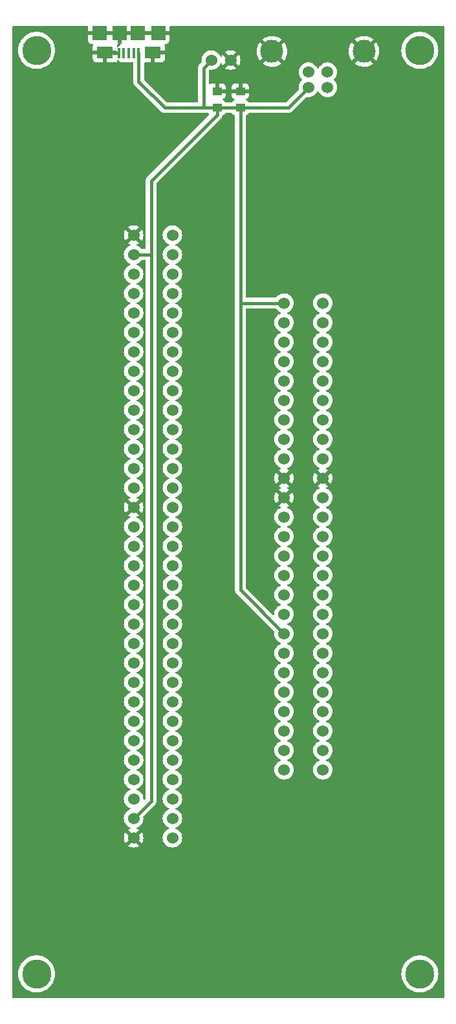
<source format=gtl>
G04 #@! TF.GenerationSoftware,KiCad,Pcbnew,(6.0.5)*
G04 #@! TF.CreationDate,2022-11-07T18:45:20-05:00*
G04 #@! TF.ProjectId,power-pcb,706f7765-722d-4706-9362-2e6b69636164,0.1*
G04 #@! TF.SameCoordinates,Original*
G04 #@! TF.FileFunction,Copper,L1,Top*
G04 #@! TF.FilePolarity,Positive*
%FSLAX45Y45*%
G04 Gerber Fmt 4.5, Leading zero omitted, Abs format (unit mm)*
G04 Created by KiCad (PCBNEW (6.0.5)) date 2022-11-07 18:45:20*
%MOMM*%
%LPD*%
G01*
G04 APERTURE LIST*
G04 #@! TA.AperFunction,ComponentPad*
%ADD10C,1.524000*%
G04 #@! TD*
G04 #@! TA.AperFunction,ComponentPad*
%ADD11C,3.000000*%
G04 #@! TD*
G04 #@! TA.AperFunction,SMDPad,CuDef*
%ADD12R,1.270000X1.016000*%
G04 #@! TD*
G04 #@! TA.AperFunction,ComponentPad*
%ADD13C,3.810000*%
G04 #@! TD*
G04 #@! TA.AperFunction,SMDPad,CuDef*
%ADD14R,1.900000X1.900000*%
G04 #@! TD*
G04 #@! TA.AperFunction,SMDPad,CuDef*
%ADD15R,2.100000X1.600000*%
G04 #@! TD*
G04 #@! TA.AperFunction,SMDPad,CuDef*
%ADD16R,0.400000X1.350000*%
G04 #@! TD*
G04 #@! TA.AperFunction,Conductor*
%ADD17C,0.381000*%
G04 #@! TD*
G04 APERTURE END LIST*
D10*
X15750000Y-4221500D03*
X16000000Y-4221500D03*
X15750000Y-4421500D03*
X16000000Y-4421500D03*
D11*
X16477000Y-3950500D03*
X15273000Y-3950500D03*
D12*
X14554200Y-4686300D03*
X14554200Y-4470400D03*
D10*
X15430500Y-7239000D03*
X15938500Y-7239000D03*
X15430500Y-7493000D03*
X15938500Y-7493000D03*
X15430500Y-7747000D03*
X15938500Y-7747000D03*
X15430500Y-8001000D03*
X15938500Y-8001000D03*
X15430500Y-8255000D03*
X15938500Y-8255000D03*
X15430500Y-8509000D03*
X15938500Y-8509000D03*
X15430500Y-8763000D03*
X15938500Y-8763000D03*
X15430500Y-9017000D03*
X15938500Y-9017000D03*
X15430500Y-9271000D03*
X15938500Y-9271000D03*
X15430500Y-9525000D03*
X15938500Y-9525000D03*
X15430500Y-9779000D03*
X15938500Y-9779000D03*
X15430500Y-10033000D03*
X15938500Y-10033000D03*
X15430500Y-10287000D03*
X15938500Y-10287000D03*
X15430500Y-10541000D03*
X15938500Y-10541000D03*
X15430500Y-10795000D03*
X15938500Y-10795000D03*
X15430500Y-11049000D03*
X15938500Y-11049000D03*
X15430500Y-11303000D03*
X15938500Y-11303000D03*
X15430500Y-11557000D03*
X15938500Y-11557000D03*
X15430500Y-11811000D03*
X15938500Y-11811000D03*
X15430500Y-12065000D03*
X15938500Y-12065000D03*
X15430500Y-12319000D03*
X15938500Y-12319000D03*
X15430500Y-12573000D03*
X15938500Y-12573000D03*
X15430500Y-12827000D03*
X15938500Y-12827000D03*
X15430500Y-13081000D03*
X15938500Y-13081000D03*
X15430500Y-13335000D03*
X15938500Y-13335000D03*
D13*
X12192000Y-16002000D03*
X17208500Y-16002000D03*
X12192000Y-3937000D03*
D12*
X14859000Y-4686300D03*
X14859000Y-4470400D03*
D10*
X14478000Y-4064000D03*
X14732000Y-4064000D03*
D13*
X17208500Y-3937000D03*
D10*
X13462000Y-14224000D03*
X13462000Y-13970000D03*
X13462000Y-13716000D03*
X13462000Y-13462000D03*
X13462000Y-13208000D03*
X13462000Y-12954000D03*
X13462000Y-12700000D03*
X13462000Y-12446000D03*
X13462000Y-12192000D03*
X13462000Y-11938000D03*
X13462000Y-11684000D03*
X13462000Y-11430000D03*
X13462000Y-11176000D03*
X13462000Y-10922000D03*
X13462000Y-10668000D03*
X13462000Y-10414000D03*
X13462000Y-10160000D03*
X13462000Y-9906000D03*
X13462000Y-9652000D03*
X13462000Y-9398000D03*
X13462000Y-9144000D03*
X13462000Y-8890000D03*
X13462000Y-8636000D03*
X13462000Y-8382000D03*
X13462000Y-8128000D03*
X13462000Y-7874000D03*
X13462000Y-7620000D03*
X13462000Y-7366000D03*
X13462000Y-7112000D03*
X13462000Y-6858000D03*
X13462000Y-6604000D03*
X13462000Y-6350000D03*
X13970000Y-14224000D03*
X13970000Y-13970000D03*
X13970000Y-13716000D03*
X13970000Y-13462000D03*
X13970000Y-13208000D03*
X13970000Y-12954000D03*
X13970000Y-12700000D03*
X13970000Y-12446000D03*
X13970000Y-12192000D03*
X13970000Y-11938000D03*
X13970000Y-11684000D03*
X13970000Y-11430000D03*
X13970000Y-11176000D03*
X13970000Y-10922000D03*
X13970000Y-10668000D03*
X13970000Y-10414000D03*
X13970000Y-10160000D03*
X13970000Y-9906000D03*
X13970000Y-9652000D03*
X13970000Y-9398000D03*
X13970000Y-9144000D03*
X13970000Y-8890000D03*
X13970000Y-8636000D03*
X13970000Y-8382000D03*
X13970000Y-8128000D03*
X13970000Y-7874000D03*
X13970000Y-7620000D03*
X13970000Y-7366000D03*
X13970000Y-7112000D03*
X13970000Y-6858000D03*
X13970000Y-6604000D03*
X13970000Y-6350000D03*
D14*
X13783500Y-3708650D03*
X13013500Y-3708650D03*
D15*
X13083500Y-3963650D03*
D14*
X13518500Y-3708650D03*
X13278500Y-3708650D03*
D15*
X13713500Y-3963650D03*
D16*
X13528500Y-3976150D03*
X13463500Y-3976150D03*
X13398500Y-3976150D03*
X13333500Y-3976150D03*
X13268500Y-3976150D03*
D17*
X15485200Y-4686300D02*
X15750000Y-4421500D01*
X14859000Y-4686300D02*
X15485200Y-4686300D01*
X14376400Y-4673600D02*
X14389100Y-4686300D01*
X14376400Y-4165600D02*
X14376400Y-4673600D01*
X14478000Y-4064000D02*
X14376400Y-4165600D01*
X13868400Y-4686300D02*
X14389100Y-4686300D01*
X14389100Y-4686300D02*
X14554200Y-4686300D01*
X13528500Y-4346400D02*
X13868400Y-4686300D01*
X13528500Y-3976150D02*
X13528500Y-4346400D01*
X14554200Y-4775200D02*
X14554200Y-4686300D01*
X15430500Y-7239000D02*
X15322737Y-7239000D01*
X13462000Y-6604000D02*
X13690600Y-6604000D01*
X13690600Y-13741400D02*
X13690600Y-6604000D01*
X14554200Y-4686300D02*
X14859000Y-4686300D01*
X14859000Y-10985500D02*
X15430500Y-11557000D01*
X13462000Y-13970000D02*
X13690600Y-13741400D01*
X15322737Y-7239000D02*
X14859000Y-7239000D01*
X13690600Y-5638800D02*
X14554200Y-4775200D01*
X14859000Y-4686300D02*
X14859000Y-7239000D01*
X14859000Y-7239000D02*
X14859000Y-10985500D01*
X13690600Y-6604000D02*
X13690600Y-5638800D01*
G04 #@! TA.AperFunction,Conductor*
G36*
X12864560Y-3621556D02*
G01*
X12867566Y-3626764D01*
X12867700Y-3628290D01*
X12867700Y-3681700D01*
X12868132Y-3682887D01*
X12868760Y-3683250D01*
X13927750Y-3683250D01*
X13928937Y-3682818D01*
X13929300Y-3682190D01*
X13929300Y-3628290D01*
X13931356Y-3622640D01*
X13936563Y-3619633D01*
X13938090Y-3619500D01*
X17517210Y-3619500D01*
X17522860Y-3621556D01*
X17525867Y-3626764D01*
X17526000Y-3628290D01*
X17526000Y-16310710D01*
X17523944Y-16316360D01*
X17518736Y-16319366D01*
X17517210Y-16319500D01*
X11883290Y-16319500D01*
X11877640Y-16317443D01*
X11874633Y-16312236D01*
X11874500Y-16310710D01*
X11874500Y-16002000D01*
X11950173Y-16002000D01*
X11952080Y-16032309D01*
X11957770Y-16062140D01*
X11967155Y-16091022D01*
X11980085Y-16118501D01*
X11980234Y-16118736D01*
X11996210Y-16143910D01*
X11996210Y-16143910D01*
X11996358Y-16144142D01*
X12015716Y-16167542D01*
X12015916Y-16167731D01*
X12015917Y-16167731D01*
X12025774Y-16176988D01*
X12037853Y-16188331D01*
X12062422Y-16206181D01*
X12089035Y-16220812D01*
X12089291Y-16220913D01*
X12089292Y-16220914D01*
X12106165Y-16227594D01*
X12117271Y-16231991D01*
X12117539Y-16232060D01*
X12117540Y-16232060D01*
X12146418Y-16239475D01*
X12146686Y-16239544D01*
X12146959Y-16239578D01*
X12146960Y-16239578D01*
X12165161Y-16241878D01*
X12176815Y-16243350D01*
X12207184Y-16243350D01*
X12218838Y-16241878D01*
X12237040Y-16239578D01*
X12237041Y-16239578D01*
X12237314Y-16239544D01*
X12237581Y-16239475D01*
X12266460Y-16232060D01*
X12266461Y-16232060D01*
X12266729Y-16231991D01*
X12277835Y-16227594D01*
X12294708Y-16220914D01*
X12294709Y-16220913D01*
X12294965Y-16220812D01*
X12321577Y-16206181D01*
X12346146Y-16188331D01*
X12358226Y-16176988D01*
X12368083Y-16167731D01*
X12368084Y-16167731D01*
X12368284Y-16167542D01*
X12387642Y-16144142D01*
X12387790Y-16143910D01*
X12387790Y-16143910D01*
X12403766Y-16118736D01*
X12403915Y-16118501D01*
X12416845Y-16091022D01*
X12426230Y-16062140D01*
X12431920Y-16032309D01*
X12433827Y-16002000D01*
X16966673Y-16002000D01*
X16968580Y-16032309D01*
X16974270Y-16062140D01*
X16983655Y-16091022D01*
X16996585Y-16118501D01*
X16996734Y-16118736D01*
X17012710Y-16143910D01*
X17012710Y-16143910D01*
X17012858Y-16144142D01*
X17032216Y-16167542D01*
X17032416Y-16167731D01*
X17032417Y-16167731D01*
X17042274Y-16176988D01*
X17054354Y-16188331D01*
X17078923Y-16206181D01*
X17105535Y-16220812D01*
X17105791Y-16220913D01*
X17105792Y-16220914D01*
X17122665Y-16227594D01*
X17133771Y-16231991D01*
X17134039Y-16232060D01*
X17134040Y-16232060D01*
X17162919Y-16239475D01*
X17163186Y-16239544D01*
X17163459Y-16239578D01*
X17163460Y-16239578D01*
X17181662Y-16241878D01*
X17193316Y-16243350D01*
X17223685Y-16243350D01*
X17235339Y-16241878D01*
X17253540Y-16239578D01*
X17253541Y-16239578D01*
X17253814Y-16239544D01*
X17254082Y-16239475D01*
X17282960Y-16232060D01*
X17282961Y-16232060D01*
X17283229Y-16231991D01*
X17294335Y-16227594D01*
X17311208Y-16220914D01*
X17311209Y-16220913D01*
X17311465Y-16220812D01*
X17338078Y-16206181D01*
X17362647Y-16188331D01*
X17374726Y-16176988D01*
X17384583Y-16167731D01*
X17384584Y-16167731D01*
X17384784Y-16167542D01*
X17404142Y-16144142D01*
X17404290Y-16143910D01*
X17404290Y-16143910D01*
X17420266Y-16118736D01*
X17420415Y-16118501D01*
X17433345Y-16091022D01*
X17442730Y-16062140D01*
X17448420Y-16032309D01*
X17450327Y-16002000D01*
X17448420Y-15971691D01*
X17442730Y-15941860D01*
X17433345Y-15912977D01*
X17420415Y-15885499D01*
X17416533Y-15879382D01*
X17404290Y-15860090D01*
X17404290Y-15860090D01*
X17404142Y-15859857D01*
X17384784Y-15836458D01*
X17384584Y-15836269D01*
X17384583Y-15836269D01*
X17374726Y-15827012D01*
X17362647Y-15815669D01*
X17338078Y-15797818D01*
X17311465Y-15783188D01*
X17311209Y-15783087D01*
X17311208Y-15783086D01*
X17294335Y-15776406D01*
X17283229Y-15772009D01*
X17282961Y-15771940D01*
X17282960Y-15771940D01*
X17254082Y-15764525D01*
X17254081Y-15764525D01*
X17253814Y-15764456D01*
X17253541Y-15764422D01*
X17253540Y-15764422D01*
X17235339Y-15762122D01*
X17223685Y-15760650D01*
X17193316Y-15760650D01*
X17181662Y-15762122D01*
X17163460Y-15764422D01*
X17163459Y-15764422D01*
X17163186Y-15764456D01*
X17162919Y-15764525D01*
X17162919Y-15764525D01*
X17134040Y-15771940D01*
X17134039Y-15771940D01*
X17133771Y-15772009D01*
X17122665Y-15776406D01*
X17105792Y-15783086D01*
X17105791Y-15783087D01*
X17105535Y-15783188D01*
X17078923Y-15797818D01*
X17054354Y-15815669D01*
X17042274Y-15827012D01*
X17032417Y-15836269D01*
X17032416Y-15836269D01*
X17032216Y-15836458D01*
X17012858Y-15859857D01*
X17012710Y-15860090D01*
X17012710Y-15860090D01*
X17000467Y-15879382D01*
X16996585Y-15885499D01*
X16983655Y-15912977D01*
X16974270Y-15941860D01*
X16968580Y-15971691D01*
X16966673Y-16002000D01*
X12433827Y-16002000D01*
X12431920Y-15971691D01*
X12426230Y-15941860D01*
X12416845Y-15912977D01*
X12403915Y-15885499D01*
X12400033Y-15879382D01*
X12387790Y-15860090D01*
X12387790Y-15860090D01*
X12387642Y-15859857D01*
X12368284Y-15836458D01*
X12368084Y-15836269D01*
X12368083Y-15836269D01*
X12358226Y-15827012D01*
X12346146Y-15815669D01*
X12321577Y-15797818D01*
X12294965Y-15783188D01*
X12294709Y-15783087D01*
X12294708Y-15783086D01*
X12277835Y-15776406D01*
X12266729Y-15772009D01*
X12266461Y-15771940D01*
X12266460Y-15771940D01*
X12237581Y-15764525D01*
X12237581Y-15764525D01*
X12237314Y-15764456D01*
X12237041Y-15764422D01*
X12237040Y-15764422D01*
X12218838Y-15762122D01*
X12207184Y-15760650D01*
X12176815Y-15760650D01*
X12165161Y-15762122D01*
X12146960Y-15764422D01*
X12146959Y-15764422D01*
X12146686Y-15764456D01*
X12146419Y-15764525D01*
X12146418Y-15764525D01*
X12117540Y-15771940D01*
X12117539Y-15771940D01*
X12117271Y-15772009D01*
X12106165Y-15776406D01*
X12089292Y-15783086D01*
X12089291Y-15783087D01*
X12089035Y-15783188D01*
X12062422Y-15797818D01*
X12037853Y-15815669D01*
X12025774Y-15827012D01*
X12015917Y-15836269D01*
X12015916Y-15836269D01*
X12015716Y-15836458D01*
X11996358Y-15859857D01*
X11996210Y-15860090D01*
X11996210Y-15860090D01*
X11983967Y-15879382D01*
X11980085Y-15885499D01*
X11967155Y-15912977D01*
X11957770Y-15941860D01*
X11952080Y-15971691D01*
X11950173Y-16002000D01*
X11874500Y-16002000D01*
X11874500Y-14330031D01*
X13392501Y-14330031D01*
X13392615Y-14330454D01*
X13397943Y-14334185D01*
X13398606Y-14334568D01*
X13418049Y-14343634D01*
X13418768Y-14343896D01*
X13439492Y-14349449D01*
X13440244Y-14349582D01*
X13461618Y-14351452D01*
X13462382Y-14351452D01*
X13483756Y-14349582D01*
X13484508Y-14349449D01*
X13505232Y-14343896D01*
X13505951Y-14343634D01*
X13525394Y-14334568D01*
X13526057Y-14334185D01*
X13530791Y-14330870D01*
X13531516Y-14329836D01*
X13531477Y-14329398D01*
X13463096Y-14261017D01*
X13461951Y-14260483D01*
X13461250Y-14260671D01*
X13393035Y-14328886D01*
X13392501Y-14330031D01*
X11874500Y-14330031D01*
X11874500Y-14224382D01*
X13334548Y-14224382D01*
X13336418Y-14245756D01*
X13336551Y-14246508D01*
X13342104Y-14267232D01*
X13342365Y-14267951D01*
X13351432Y-14287394D01*
X13351815Y-14288057D01*
X13355130Y-14292791D01*
X13356164Y-14293516D01*
X13356602Y-14293477D01*
X13424983Y-14225096D01*
X13425471Y-14224049D01*
X13498483Y-14224049D01*
X13498671Y-14224750D01*
X13566886Y-14292965D01*
X13568031Y-14293499D01*
X13568454Y-14293385D01*
X13572185Y-14288057D01*
X13572568Y-14287394D01*
X13581634Y-14267951D01*
X13581896Y-14267232D01*
X13587449Y-14246508D01*
X13587582Y-14245756D01*
X13589452Y-14224382D01*
X13589452Y-14224000D01*
X13842465Y-14224000D01*
X13844402Y-14246146D01*
X13850156Y-14267620D01*
X13859551Y-14287768D01*
X13872302Y-14305978D01*
X13888022Y-14321698D01*
X13906232Y-14334449D01*
X13926380Y-14343844D01*
X13938550Y-14347105D01*
X13947483Y-14349499D01*
X13947484Y-14349499D01*
X13947854Y-14349598D01*
X13948235Y-14349631D01*
X13948235Y-14349631D01*
X13969618Y-14351502D01*
X13970000Y-14351535D01*
X13970382Y-14351502D01*
X13991765Y-14349631D01*
X13991765Y-14349631D01*
X13992146Y-14349598D01*
X13992516Y-14349499D01*
X13992517Y-14349499D01*
X14001450Y-14347105D01*
X14013620Y-14343844D01*
X14033768Y-14334449D01*
X14051978Y-14321698D01*
X14067698Y-14305978D01*
X14080449Y-14287768D01*
X14089844Y-14267620D01*
X14095598Y-14246146D01*
X14097535Y-14224000D01*
X14095598Y-14201854D01*
X14089844Y-14180380D01*
X14080449Y-14160232D01*
X14067698Y-14142022D01*
X14051978Y-14126302D01*
X14033768Y-14113551D01*
X14015357Y-14104966D01*
X14011106Y-14100715D01*
X14010582Y-14094725D01*
X14014031Y-14089800D01*
X14015357Y-14089034D01*
X14033419Y-14080611D01*
X14033768Y-14080449D01*
X14051978Y-14067698D01*
X14067698Y-14051978D01*
X14080449Y-14033768D01*
X14089844Y-14013620D01*
X14095598Y-13992146D01*
X14097535Y-13970000D01*
X14095598Y-13947854D01*
X14089844Y-13926380D01*
X14080449Y-13906232D01*
X14067698Y-13888022D01*
X14051978Y-13872302D01*
X14033768Y-13859551D01*
X14015357Y-13850966D01*
X14011106Y-13846715D01*
X14010582Y-13840725D01*
X14014031Y-13835800D01*
X14015357Y-13835034D01*
X14033419Y-13826611D01*
X14033768Y-13826449D01*
X14051978Y-13813698D01*
X14067698Y-13797978D01*
X14071640Y-13792348D01*
X14077990Y-13783279D01*
X14080449Y-13779768D01*
X14081765Y-13776946D01*
X14089682Y-13759968D01*
X14089682Y-13759967D01*
X14089844Y-13759620D01*
X14095281Y-13739327D01*
X14095499Y-13738517D01*
X14095499Y-13738516D01*
X14095598Y-13738146D01*
X14096727Y-13725241D01*
X14097502Y-13716382D01*
X14097535Y-13716000D01*
X14095598Y-13693854D01*
X14089844Y-13672380D01*
X14080449Y-13652232D01*
X14067698Y-13634022D01*
X14051978Y-13618302D01*
X14033768Y-13605551D01*
X14015357Y-13596966D01*
X14011106Y-13592715D01*
X14010582Y-13586725D01*
X14014031Y-13581800D01*
X14015357Y-13581034D01*
X14033419Y-13572611D01*
X14033768Y-13572449D01*
X14051978Y-13559698D01*
X14067698Y-13543978D01*
X14080449Y-13525768D01*
X14089844Y-13505620D01*
X14095598Y-13484146D01*
X14097535Y-13462000D01*
X14097502Y-13461618D01*
X14095631Y-13440235D01*
X14095631Y-13440235D01*
X14095598Y-13439854D01*
X14089844Y-13418380D01*
X14089044Y-13416664D01*
X14080611Y-13398581D01*
X14080611Y-13398580D01*
X14080449Y-13398232D01*
X14067698Y-13380022D01*
X14051978Y-13364302D01*
X14033768Y-13351551D01*
X14015357Y-13342966D01*
X14011106Y-13338715D01*
X14010582Y-13332725D01*
X14014031Y-13327800D01*
X14015357Y-13327034D01*
X14033419Y-13318611D01*
X14033768Y-13318449D01*
X14051978Y-13305698D01*
X14067698Y-13289978D01*
X14080449Y-13271768D01*
X14080845Y-13270918D01*
X14089682Y-13251968D01*
X14089682Y-13251967D01*
X14089844Y-13251620D01*
X14095598Y-13230146D01*
X14096838Y-13215966D01*
X14097502Y-13208382D01*
X14097535Y-13208000D01*
X14097210Y-13204285D01*
X14095631Y-13186235D01*
X14095631Y-13186235D01*
X14095598Y-13185854D01*
X14089844Y-13164380D01*
X14089044Y-13162664D01*
X14080611Y-13144581D01*
X14080611Y-13144580D01*
X14080449Y-13144232D01*
X14067698Y-13126022D01*
X14051978Y-13110302D01*
X14033768Y-13097551D01*
X14015357Y-13088966D01*
X14011106Y-13084715D01*
X14010582Y-13078725D01*
X14014031Y-13073800D01*
X14015357Y-13073034D01*
X14033419Y-13064611D01*
X14033768Y-13064449D01*
X14051978Y-13051698D01*
X14067698Y-13035978D01*
X14080449Y-13017768D01*
X14080845Y-13016918D01*
X14089682Y-12997968D01*
X14089682Y-12997967D01*
X14089844Y-12997620D01*
X14095598Y-12976146D01*
X14096838Y-12961966D01*
X14097502Y-12954382D01*
X14097535Y-12954000D01*
X14097210Y-12950285D01*
X14095631Y-12932235D01*
X14095631Y-12932235D01*
X14095598Y-12931854D01*
X14089844Y-12910380D01*
X14089044Y-12908664D01*
X14080611Y-12890581D01*
X14080611Y-12890580D01*
X14080449Y-12890232D01*
X14067698Y-12872022D01*
X14051978Y-12856302D01*
X14033768Y-12843551D01*
X14015357Y-12834966D01*
X14011106Y-12830715D01*
X14010582Y-12824725D01*
X14014031Y-12819800D01*
X14015357Y-12819034D01*
X14033419Y-12810611D01*
X14033768Y-12810449D01*
X14051978Y-12797698D01*
X14067698Y-12781978D01*
X14080449Y-12763768D01*
X14080845Y-12762918D01*
X14089682Y-12743968D01*
X14089682Y-12743967D01*
X14089844Y-12743620D01*
X14095598Y-12722146D01*
X14096838Y-12707966D01*
X14097502Y-12700382D01*
X14097535Y-12700000D01*
X14097210Y-12696285D01*
X14095631Y-12678235D01*
X14095631Y-12678235D01*
X14095598Y-12677854D01*
X14089844Y-12656380D01*
X14089044Y-12654664D01*
X14080611Y-12636581D01*
X14080611Y-12636580D01*
X14080449Y-12636232D01*
X14067698Y-12618022D01*
X14051978Y-12602302D01*
X14033768Y-12589551D01*
X14015357Y-12580966D01*
X14011106Y-12576715D01*
X14010582Y-12570725D01*
X14014031Y-12565800D01*
X14015357Y-12565034D01*
X14033419Y-12556611D01*
X14033768Y-12556449D01*
X14051978Y-12543698D01*
X14067698Y-12527978D01*
X14080449Y-12509768D01*
X14080845Y-12508918D01*
X14089682Y-12489968D01*
X14089682Y-12489967D01*
X14089844Y-12489620D01*
X14095598Y-12468146D01*
X14096838Y-12453966D01*
X14097502Y-12446382D01*
X14097535Y-12446000D01*
X14097210Y-12442285D01*
X14095631Y-12424235D01*
X14095631Y-12424235D01*
X14095598Y-12423854D01*
X14089844Y-12402380D01*
X14089044Y-12400664D01*
X14080611Y-12382581D01*
X14080611Y-12382580D01*
X14080449Y-12382232D01*
X14067698Y-12364022D01*
X14051978Y-12348302D01*
X14033768Y-12335551D01*
X14015357Y-12326966D01*
X14011106Y-12322715D01*
X14010582Y-12316725D01*
X14014031Y-12311800D01*
X14015357Y-12311034D01*
X14033419Y-12302611D01*
X14033768Y-12302449D01*
X14051978Y-12289698D01*
X14067698Y-12273978D01*
X14080449Y-12255768D01*
X14080845Y-12254918D01*
X14089682Y-12235968D01*
X14089682Y-12235967D01*
X14089844Y-12235620D01*
X14095598Y-12214146D01*
X14096838Y-12199966D01*
X14097502Y-12192382D01*
X14097535Y-12192000D01*
X14097210Y-12188285D01*
X14095631Y-12170235D01*
X14095631Y-12170235D01*
X14095598Y-12169854D01*
X14089844Y-12148380D01*
X14089044Y-12146664D01*
X14080611Y-12128581D01*
X14080611Y-12128580D01*
X14080449Y-12128232D01*
X14067698Y-12110022D01*
X14051978Y-12094302D01*
X14033768Y-12081551D01*
X14015357Y-12072966D01*
X14011106Y-12068715D01*
X14010582Y-12062725D01*
X14014031Y-12057800D01*
X14015357Y-12057034D01*
X14033419Y-12048611D01*
X14033768Y-12048449D01*
X14051978Y-12035698D01*
X14067698Y-12019978D01*
X14080449Y-12001768D01*
X14080845Y-12000918D01*
X14089682Y-11981968D01*
X14089682Y-11981967D01*
X14089844Y-11981620D01*
X14095598Y-11960146D01*
X14096838Y-11945966D01*
X14097502Y-11938382D01*
X14097535Y-11938000D01*
X14097210Y-11934285D01*
X14095631Y-11916235D01*
X14095631Y-11916235D01*
X14095598Y-11915854D01*
X14089844Y-11894380D01*
X14089044Y-11892664D01*
X14080611Y-11874581D01*
X14080611Y-11874580D01*
X14080449Y-11874232D01*
X14067698Y-11856022D01*
X14051978Y-11840302D01*
X14033768Y-11827551D01*
X14015357Y-11818966D01*
X14011106Y-11814715D01*
X14010582Y-11808725D01*
X14014031Y-11803800D01*
X14015357Y-11803034D01*
X14033419Y-11794611D01*
X14033768Y-11794449D01*
X14051978Y-11781698D01*
X14067698Y-11765978D01*
X14080449Y-11747768D01*
X14080845Y-11746918D01*
X14089682Y-11727968D01*
X14089682Y-11727967D01*
X14089844Y-11727620D01*
X14095598Y-11706146D01*
X14096838Y-11691966D01*
X14097502Y-11684382D01*
X14097535Y-11684000D01*
X14097210Y-11680285D01*
X14095631Y-11662235D01*
X14095631Y-11662235D01*
X14095598Y-11661854D01*
X14089844Y-11640380D01*
X14089044Y-11638664D01*
X14080611Y-11620581D01*
X14080611Y-11620580D01*
X14080449Y-11620232D01*
X14067698Y-11602022D01*
X14051978Y-11586302D01*
X14033768Y-11573551D01*
X14015357Y-11564966D01*
X14011106Y-11560715D01*
X14010582Y-11554725D01*
X14014031Y-11549800D01*
X14015357Y-11549034D01*
X14033419Y-11540611D01*
X14033768Y-11540449D01*
X14051978Y-11527698D01*
X14067698Y-11511978D01*
X14080449Y-11493768D01*
X14080845Y-11492918D01*
X14089682Y-11473968D01*
X14089682Y-11473967D01*
X14089844Y-11473620D01*
X14095598Y-11452146D01*
X14096838Y-11437966D01*
X14097502Y-11430382D01*
X14097535Y-11430000D01*
X14097176Y-11425888D01*
X14095631Y-11408235D01*
X14095631Y-11408235D01*
X14095598Y-11407854D01*
X14089844Y-11386380D01*
X14089044Y-11384664D01*
X14080611Y-11366581D01*
X14080611Y-11366580D01*
X14080449Y-11366232D01*
X14067698Y-11348022D01*
X14051978Y-11332302D01*
X14033768Y-11319551D01*
X14015357Y-11310966D01*
X14011106Y-11306715D01*
X14010582Y-11300725D01*
X14014031Y-11295800D01*
X14015357Y-11295034D01*
X14033419Y-11286611D01*
X14033768Y-11286449D01*
X14051978Y-11273698D01*
X14067698Y-11257978D01*
X14080449Y-11239768D01*
X14080845Y-11238918D01*
X14089682Y-11219968D01*
X14089682Y-11219967D01*
X14089844Y-11219620D01*
X14095598Y-11198146D01*
X14096838Y-11183966D01*
X14097502Y-11176382D01*
X14097535Y-11176000D01*
X14097210Y-11172285D01*
X14095631Y-11154235D01*
X14095631Y-11154235D01*
X14095598Y-11153854D01*
X14089844Y-11132380D01*
X14089044Y-11130664D01*
X14080611Y-11112581D01*
X14080611Y-11112580D01*
X14080449Y-11112232D01*
X14067698Y-11094022D01*
X14051978Y-11078302D01*
X14033768Y-11065551D01*
X14015357Y-11056966D01*
X14011106Y-11052715D01*
X14010582Y-11046725D01*
X14014031Y-11041800D01*
X14015357Y-11041034D01*
X14033419Y-11032611D01*
X14033768Y-11032449D01*
X14049028Y-11021764D01*
X14051664Y-11019918D01*
X14051664Y-11019918D01*
X14051978Y-11019698D01*
X14067698Y-11003978D01*
X14068207Y-11003251D01*
X14080229Y-10986082D01*
X14080449Y-10985768D01*
X14080845Y-10984918D01*
X14089682Y-10965968D01*
X14089682Y-10965968D01*
X14089844Y-10965620D01*
X14095598Y-10944146D01*
X14096838Y-10929966D01*
X14097502Y-10922382D01*
X14097535Y-10922000D01*
X14097210Y-10918285D01*
X14095631Y-10900235D01*
X14095631Y-10900235D01*
X14095598Y-10899854D01*
X14089844Y-10878380D01*
X14089044Y-10876664D01*
X14080611Y-10858581D01*
X14080611Y-10858580D01*
X14080449Y-10858232D01*
X14067698Y-10840022D01*
X14051978Y-10824302D01*
X14033768Y-10811551D01*
X14015357Y-10802966D01*
X14011106Y-10798715D01*
X14010582Y-10792725D01*
X14014031Y-10787800D01*
X14015357Y-10787034D01*
X14033419Y-10778611D01*
X14033768Y-10778449D01*
X14051978Y-10765698D01*
X14067698Y-10749978D01*
X14080449Y-10731768D01*
X14080845Y-10730918D01*
X14089682Y-10711968D01*
X14089682Y-10711968D01*
X14089844Y-10711620D01*
X14095598Y-10690146D01*
X14096838Y-10675966D01*
X14097502Y-10668382D01*
X14097535Y-10668000D01*
X14097210Y-10664285D01*
X14095631Y-10646235D01*
X14095631Y-10646235D01*
X14095598Y-10645854D01*
X14089844Y-10624380D01*
X14089044Y-10622664D01*
X14080611Y-10604581D01*
X14080611Y-10604580D01*
X14080449Y-10604232D01*
X14067698Y-10586022D01*
X14051978Y-10570302D01*
X14033768Y-10557551D01*
X14015357Y-10548966D01*
X14011106Y-10544715D01*
X14010582Y-10538725D01*
X14014031Y-10533800D01*
X14015357Y-10533034D01*
X14033419Y-10524611D01*
X14033768Y-10524449D01*
X14051978Y-10511698D01*
X14067698Y-10495978D01*
X14080449Y-10477768D01*
X14080845Y-10476918D01*
X14089682Y-10457968D01*
X14089682Y-10457968D01*
X14089844Y-10457620D01*
X14095598Y-10436146D01*
X14096838Y-10421966D01*
X14097502Y-10414382D01*
X14097535Y-10414000D01*
X14097210Y-10410285D01*
X14095631Y-10392235D01*
X14095631Y-10392235D01*
X14095598Y-10391854D01*
X14089844Y-10370380D01*
X14089044Y-10368664D01*
X14080611Y-10350581D01*
X14080611Y-10350580D01*
X14080449Y-10350232D01*
X14067698Y-10332022D01*
X14051978Y-10316302D01*
X14033768Y-10303551D01*
X14015357Y-10294966D01*
X14011106Y-10290715D01*
X14010582Y-10284725D01*
X14014031Y-10279800D01*
X14015357Y-10279034D01*
X14033419Y-10270611D01*
X14033768Y-10270449D01*
X14051978Y-10257698D01*
X14067698Y-10241978D01*
X14080449Y-10223768D01*
X14080845Y-10222918D01*
X14089682Y-10203968D01*
X14089682Y-10203968D01*
X14089844Y-10203620D01*
X14095598Y-10182146D01*
X14096838Y-10167966D01*
X14097502Y-10160382D01*
X14097535Y-10160000D01*
X14097210Y-10156285D01*
X14095631Y-10138235D01*
X14095631Y-10138235D01*
X14095598Y-10137854D01*
X14089844Y-10116380D01*
X14089044Y-10114664D01*
X14080611Y-10096581D01*
X14080611Y-10096580D01*
X14080449Y-10096232D01*
X14067698Y-10078022D01*
X14051978Y-10062302D01*
X14033768Y-10049551D01*
X14015357Y-10040966D01*
X14011106Y-10036715D01*
X14010582Y-10030725D01*
X14014031Y-10025800D01*
X14015357Y-10025034D01*
X14033419Y-10016611D01*
X14033768Y-10016449D01*
X14051978Y-10003698D01*
X14067698Y-9987978D01*
X14080449Y-9969768D01*
X14080845Y-9968918D01*
X14089682Y-9949968D01*
X14089682Y-9949968D01*
X14089844Y-9949620D01*
X14095598Y-9928146D01*
X14096838Y-9913966D01*
X14097502Y-9906382D01*
X14097535Y-9906000D01*
X14097208Y-9902258D01*
X14095631Y-9884235D01*
X14095631Y-9884235D01*
X14095598Y-9883854D01*
X14089844Y-9862380D01*
X14083318Y-9848385D01*
X14080611Y-9842581D01*
X14080611Y-9842580D01*
X14080449Y-9842232D01*
X14067698Y-9824022D01*
X14051978Y-9808302D01*
X14033768Y-9795551D01*
X14015357Y-9786966D01*
X14011106Y-9782715D01*
X14010582Y-9776725D01*
X14014031Y-9771800D01*
X14015357Y-9771034D01*
X14033419Y-9762611D01*
X14033768Y-9762449D01*
X14051978Y-9749698D01*
X14067698Y-9733978D01*
X14080449Y-9715768D01*
X14080845Y-9714918D01*
X14089682Y-9695968D01*
X14089682Y-9695968D01*
X14089844Y-9695620D01*
X14095598Y-9674146D01*
X14095645Y-9673602D01*
X14097502Y-9652382D01*
X14097535Y-9652000D01*
X14096903Y-9644772D01*
X14095631Y-9630235D01*
X14095631Y-9630235D01*
X14095598Y-9629854D01*
X14089844Y-9608380D01*
X14083318Y-9594385D01*
X14080611Y-9588581D01*
X14080611Y-9588580D01*
X14080449Y-9588232D01*
X14067698Y-9570022D01*
X14051978Y-9554302D01*
X14033768Y-9541551D01*
X14015357Y-9532966D01*
X14011106Y-9528715D01*
X14010582Y-9522725D01*
X14014031Y-9517800D01*
X14015357Y-9517034D01*
X14033419Y-9508611D01*
X14033768Y-9508449D01*
X14051978Y-9495698D01*
X14067698Y-9479978D01*
X14080449Y-9461768D01*
X14083041Y-9456209D01*
X14089682Y-9441968D01*
X14089682Y-9441968D01*
X14089844Y-9441620D01*
X14095598Y-9420146D01*
X14095645Y-9419602D01*
X14097502Y-9398382D01*
X14097535Y-9398000D01*
X14097213Y-9394313D01*
X14095631Y-9376235D01*
X14095631Y-9376235D01*
X14095598Y-9375854D01*
X14089844Y-9354380D01*
X14089044Y-9352664D01*
X14080611Y-9334581D01*
X14080611Y-9334580D01*
X14080449Y-9334232D01*
X14067698Y-9316022D01*
X14051978Y-9300302D01*
X14033768Y-9287551D01*
X14015357Y-9278966D01*
X14011106Y-9274715D01*
X14010582Y-9268725D01*
X14014031Y-9263800D01*
X14015357Y-9263034D01*
X14033419Y-9254611D01*
X14033768Y-9254449D01*
X14051978Y-9241698D01*
X14067698Y-9225978D01*
X14080449Y-9207768D01*
X14080845Y-9206918D01*
X14089682Y-9187968D01*
X14089682Y-9187968D01*
X14089844Y-9187620D01*
X14095598Y-9166146D01*
X14096838Y-9151966D01*
X14097502Y-9144382D01*
X14097535Y-9144000D01*
X14097210Y-9140285D01*
X14095631Y-9122235D01*
X14095631Y-9122235D01*
X14095598Y-9121854D01*
X14089844Y-9100380D01*
X14089044Y-9098664D01*
X14080611Y-9080581D01*
X14080611Y-9080580D01*
X14080449Y-9080232D01*
X14067698Y-9062022D01*
X14051978Y-9046302D01*
X14033768Y-9033551D01*
X14015357Y-9024966D01*
X14011106Y-9020715D01*
X14010582Y-9014725D01*
X14014031Y-9009800D01*
X14015357Y-9009034D01*
X14033419Y-9000611D01*
X14033768Y-9000449D01*
X14051978Y-8987698D01*
X14067698Y-8971978D01*
X14080449Y-8953768D01*
X14080845Y-8952918D01*
X14089682Y-8933968D01*
X14089682Y-8933968D01*
X14089844Y-8933620D01*
X14095598Y-8912146D01*
X14096838Y-8897966D01*
X14097502Y-8890382D01*
X14097535Y-8890000D01*
X14097210Y-8886285D01*
X14095631Y-8868235D01*
X14095631Y-8868235D01*
X14095598Y-8867854D01*
X14089844Y-8846380D01*
X14089044Y-8844664D01*
X14080611Y-8826581D01*
X14080611Y-8826580D01*
X14080449Y-8826232D01*
X14067698Y-8808022D01*
X14051978Y-8792302D01*
X14033768Y-8779551D01*
X14015357Y-8770966D01*
X14011106Y-8766715D01*
X14010582Y-8760725D01*
X14014031Y-8755800D01*
X14015357Y-8755034D01*
X14033419Y-8746611D01*
X14033768Y-8746449D01*
X14051978Y-8733698D01*
X14067698Y-8717978D01*
X14080449Y-8699768D01*
X14080845Y-8698918D01*
X14089682Y-8679968D01*
X14089682Y-8679968D01*
X14089844Y-8679620D01*
X14095598Y-8658146D01*
X14096838Y-8643966D01*
X14097502Y-8636382D01*
X14097535Y-8636000D01*
X14097210Y-8632285D01*
X14095631Y-8614235D01*
X14095631Y-8614235D01*
X14095598Y-8613854D01*
X14089844Y-8592380D01*
X14089044Y-8590664D01*
X14080611Y-8572581D01*
X14080611Y-8572580D01*
X14080449Y-8572232D01*
X14067698Y-8554022D01*
X14051978Y-8538302D01*
X14033768Y-8525551D01*
X14015357Y-8516966D01*
X14011106Y-8512715D01*
X14010582Y-8506725D01*
X14014031Y-8501800D01*
X14015357Y-8501034D01*
X14033419Y-8492611D01*
X14033768Y-8492449D01*
X14051978Y-8479698D01*
X14067698Y-8463978D01*
X14080449Y-8445768D01*
X14080845Y-8444918D01*
X14089682Y-8425968D01*
X14089682Y-8425968D01*
X14089844Y-8425620D01*
X14095598Y-8404146D01*
X14096838Y-8389966D01*
X14097502Y-8382382D01*
X14097535Y-8382000D01*
X14097210Y-8378285D01*
X14095631Y-8360235D01*
X14095631Y-8360235D01*
X14095598Y-8359854D01*
X14089844Y-8338380D01*
X14089044Y-8336664D01*
X14080611Y-8318581D01*
X14080611Y-8318580D01*
X14080449Y-8318232D01*
X14067698Y-8300022D01*
X14051978Y-8284302D01*
X14033768Y-8271551D01*
X14015357Y-8262966D01*
X14011106Y-8258715D01*
X14010582Y-8252725D01*
X14014031Y-8247800D01*
X14015357Y-8247034D01*
X14033419Y-8238611D01*
X14033768Y-8238449D01*
X14051978Y-8225698D01*
X14067698Y-8209978D01*
X14080449Y-8191768D01*
X14080845Y-8190918D01*
X14089682Y-8171968D01*
X14089682Y-8171967D01*
X14089844Y-8171620D01*
X14095598Y-8150146D01*
X14096838Y-8135966D01*
X14097502Y-8128382D01*
X14097535Y-8128000D01*
X14097210Y-8124285D01*
X14095631Y-8106235D01*
X14095631Y-8106235D01*
X14095598Y-8105854D01*
X14089844Y-8084380D01*
X14089044Y-8082664D01*
X14080611Y-8064581D01*
X14080611Y-8064580D01*
X14080449Y-8064232D01*
X14067698Y-8046022D01*
X14051978Y-8030302D01*
X14033768Y-8017551D01*
X14015357Y-8008966D01*
X14011106Y-8004715D01*
X14010582Y-7998725D01*
X14014031Y-7993800D01*
X14015357Y-7993034D01*
X14033419Y-7984611D01*
X14033768Y-7984449D01*
X14051978Y-7971698D01*
X14067698Y-7955978D01*
X14080449Y-7937768D01*
X14080845Y-7936918D01*
X14089682Y-7917968D01*
X14089682Y-7917967D01*
X14089844Y-7917620D01*
X14095598Y-7896146D01*
X14096838Y-7881966D01*
X14097502Y-7874382D01*
X14097535Y-7874000D01*
X14097210Y-7870285D01*
X14095631Y-7852235D01*
X14095631Y-7852235D01*
X14095598Y-7851854D01*
X14089844Y-7830380D01*
X14089044Y-7828664D01*
X14080611Y-7810581D01*
X14080611Y-7810580D01*
X14080449Y-7810232D01*
X14067698Y-7792022D01*
X14051978Y-7776302D01*
X14033768Y-7763551D01*
X14015357Y-7754966D01*
X14011106Y-7750715D01*
X14010582Y-7744725D01*
X14014031Y-7739800D01*
X14015357Y-7739034D01*
X14033419Y-7730611D01*
X14033768Y-7730449D01*
X14051978Y-7717698D01*
X14067698Y-7701978D01*
X14080449Y-7683768D01*
X14080845Y-7682918D01*
X14089682Y-7663968D01*
X14089682Y-7663967D01*
X14089844Y-7663620D01*
X14095598Y-7642146D01*
X14096838Y-7627966D01*
X14097502Y-7620382D01*
X14097535Y-7620000D01*
X14097210Y-7616285D01*
X14095631Y-7598235D01*
X14095631Y-7598235D01*
X14095598Y-7597854D01*
X14089844Y-7576380D01*
X14089044Y-7574664D01*
X14080611Y-7556581D01*
X14080611Y-7556580D01*
X14080449Y-7556232D01*
X14067698Y-7538022D01*
X14051978Y-7522302D01*
X14033768Y-7509551D01*
X14015357Y-7500966D01*
X14011106Y-7496715D01*
X14010582Y-7490725D01*
X14014031Y-7485800D01*
X14015357Y-7485034D01*
X14033419Y-7476611D01*
X14033768Y-7476449D01*
X14051978Y-7463698D01*
X14067698Y-7447978D01*
X14080449Y-7429768D01*
X14080845Y-7428918D01*
X14089682Y-7409968D01*
X14089682Y-7409967D01*
X14089844Y-7409620D01*
X14095598Y-7388146D01*
X14096838Y-7373966D01*
X14097502Y-7366382D01*
X14097535Y-7366000D01*
X14097210Y-7362285D01*
X14095631Y-7344235D01*
X14095631Y-7344235D01*
X14095598Y-7343854D01*
X14089844Y-7322380D01*
X14089044Y-7320664D01*
X14080611Y-7302581D01*
X14080611Y-7302580D01*
X14080449Y-7302232D01*
X14067698Y-7284022D01*
X14051978Y-7268302D01*
X14033768Y-7255551D01*
X14015357Y-7246966D01*
X14011106Y-7242715D01*
X14010582Y-7236725D01*
X14014031Y-7231800D01*
X14015357Y-7231034D01*
X14033419Y-7222611D01*
X14033768Y-7222449D01*
X14051978Y-7209698D01*
X14067698Y-7193978D01*
X14080449Y-7175768D01*
X14080845Y-7174918D01*
X14089682Y-7155968D01*
X14089682Y-7155967D01*
X14089844Y-7155620D01*
X14095598Y-7134146D01*
X14096895Y-7119318D01*
X14097502Y-7112382D01*
X14097535Y-7112000D01*
X14095598Y-7089854D01*
X14089844Y-7068380D01*
X14080449Y-7048232D01*
X14067698Y-7030022D01*
X14051978Y-7014302D01*
X14033768Y-7001551D01*
X14015357Y-6992966D01*
X14011106Y-6988715D01*
X14010582Y-6982725D01*
X14014031Y-6977800D01*
X14015357Y-6977034D01*
X14033419Y-6968611D01*
X14033768Y-6968449D01*
X14051978Y-6955698D01*
X14067698Y-6939978D01*
X14080449Y-6921768D01*
X14089844Y-6901620D01*
X14095598Y-6880146D01*
X14097535Y-6858000D01*
X14095598Y-6835854D01*
X14089844Y-6814380D01*
X14080449Y-6794232D01*
X14067698Y-6776022D01*
X14051978Y-6760302D01*
X14033768Y-6747551D01*
X14015357Y-6738966D01*
X14011106Y-6734715D01*
X14010582Y-6728725D01*
X14014031Y-6723800D01*
X14015357Y-6723034D01*
X14033419Y-6714611D01*
X14033768Y-6714449D01*
X14051978Y-6701698D01*
X14067698Y-6685978D01*
X14070000Y-6682690D01*
X14080229Y-6668082D01*
X14080449Y-6667768D01*
X14089844Y-6647620D01*
X14095598Y-6626146D01*
X14097535Y-6604000D01*
X14095598Y-6581854D01*
X14089844Y-6560380D01*
X14080449Y-6540232D01*
X14073530Y-6530352D01*
X14067918Y-6522336D01*
X14067917Y-6522336D01*
X14067698Y-6522022D01*
X14051978Y-6506302D01*
X14033768Y-6493551D01*
X14015357Y-6484966D01*
X14011106Y-6480715D01*
X14010582Y-6474725D01*
X14014031Y-6469800D01*
X14015357Y-6469034D01*
X14033419Y-6460611D01*
X14033768Y-6460449D01*
X14051978Y-6447698D01*
X14067698Y-6431978D01*
X14080449Y-6413768D01*
X14089844Y-6393620D01*
X14095598Y-6372146D01*
X14097535Y-6350000D01*
X14095598Y-6327854D01*
X14089844Y-6306380D01*
X14080449Y-6286232D01*
X14067698Y-6268022D01*
X14051978Y-6252302D01*
X14033768Y-6239551D01*
X14013620Y-6230156D01*
X13992701Y-6224551D01*
X13992517Y-6224501D01*
X13992516Y-6224501D01*
X13992146Y-6224402D01*
X13991765Y-6224369D01*
X13991765Y-6224369D01*
X13970382Y-6222498D01*
X13970000Y-6222465D01*
X13969618Y-6222498D01*
X13948235Y-6224369D01*
X13948235Y-6224369D01*
X13947854Y-6224402D01*
X13947484Y-6224501D01*
X13947483Y-6224501D01*
X13947299Y-6224551D01*
X13926380Y-6230156D01*
X13926032Y-6230318D01*
X13926032Y-6230318D01*
X13906581Y-6239389D01*
X13906580Y-6239389D01*
X13906232Y-6239551D01*
X13901122Y-6243130D01*
X13888336Y-6252082D01*
X13888336Y-6252083D01*
X13888022Y-6252302D01*
X13872302Y-6268022D01*
X13859551Y-6286232D01*
X13850156Y-6306380D01*
X13844402Y-6327854D01*
X13842465Y-6350000D01*
X13844402Y-6372146D01*
X13850156Y-6393620D01*
X13859551Y-6413768D01*
X13872302Y-6431978D01*
X13888022Y-6447698D01*
X13906232Y-6460449D01*
X13906581Y-6460611D01*
X13924642Y-6469034D01*
X13928894Y-6473285D01*
X13929418Y-6479275D01*
X13925969Y-6484200D01*
X13924642Y-6484966D01*
X13906581Y-6493389D01*
X13906580Y-6493389D01*
X13906232Y-6493551D01*
X13905918Y-6493771D01*
X13888336Y-6506082D01*
X13888336Y-6506083D01*
X13888022Y-6506302D01*
X13872302Y-6522022D01*
X13872083Y-6522336D01*
X13872082Y-6522336D01*
X13866470Y-6530352D01*
X13859551Y-6540232D01*
X13850156Y-6560380D01*
X13844402Y-6581854D01*
X13842465Y-6604000D01*
X13844402Y-6626146D01*
X13850156Y-6647620D01*
X13859551Y-6667768D01*
X13859771Y-6668082D01*
X13870000Y-6682690D01*
X13872302Y-6685978D01*
X13888022Y-6701698D01*
X13906232Y-6714449D01*
X13906581Y-6714611D01*
X13924642Y-6723034D01*
X13928894Y-6727285D01*
X13929418Y-6733275D01*
X13925969Y-6738200D01*
X13924642Y-6738966D01*
X13906581Y-6747389D01*
X13906580Y-6747389D01*
X13906232Y-6747551D01*
X13905918Y-6747771D01*
X13888336Y-6760082D01*
X13888336Y-6760083D01*
X13888022Y-6760302D01*
X13872302Y-6776022D01*
X13859551Y-6794232D01*
X13850156Y-6814380D01*
X13844402Y-6835854D01*
X13842465Y-6858000D01*
X13844402Y-6880146D01*
X13850156Y-6901620D01*
X13859551Y-6921768D01*
X13872302Y-6939978D01*
X13888022Y-6955698D01*
X13906232Y-6968449D01*
X13906581Y-6968611D01*
X13924642Y-6977034D01*
X13928894Y-6981285D01*
X13929418Y-6987275D01*
X13925969Y-6992200D01*
X13924642Y-6992966D01*
X13906581Y-7001389D01*
X13906580Y-7001389D01*
X13906232Y-7001551D01*
X13905918Y-7001771D01*
X13888336Y-7014082D01*
X13888336Y-7014083D01*
X13888022Y-7014302D01*
X13872302Y-7030022D01*
X13859551Y-7048232D01*
X13850156Y-7068380D01*
X13844402Y-7089854D01*
X13842465Y-7112000D01*
X13842498Y-7112382D01*
X13843105Y-7119318D01*
X13844402Y-7134146D01*
X13850156Y-7155620D01*
X13850318Y-7155967D01*
X13850318Y-7155968D01*
X13859155Y-7174918D01*
X13859551Y-7175768D01*
X13872302Y-7193978D01*
X13888022Y-7209698D01*
X13906232Y-7222449D01*
X13906581Y-7222611D01*
X13924642Y-7231034D01*
X13928894Y-7235285D01*
X13929418Y-7241275D01*
X13925969Y-7246200D01*
X13924642Y-7246966D01*
X13906581Y-7255389D01*
X13906580Y-7255389D01*
X13906232Y-7255551D01*
X13905918Y-7255771D01*
X13888336Y-7268082D01*
X13888336Y-7268083D01*
X13888022Y-7268302D01*
X13872302Y-7284022D01*
X13859551Y-7302232D01*
X13859389Y-7302580D01*
X13859389Y-7302581D01*
X13850956Y-7320664D01*
X13850156Y-7322380D01*
X13844402Y-7343854D01*
X13844369Y-7344235D01*
X13844369Y-7344235D01*
X13842790Y-7362285D01*
X13842465Y-7366000D01*
X13842498Y-7366382D01*
X13843162Y-7373966D01*
X13844402Y-7388146D01*
X13850156Y-7409620D01*
X13850318Y-7409967D01*
X13850318Y-7409968D01*
X13859155Y-7428918D01*
X13859551Y-7429768D01*
X13872302Y-7447978D01*
X13888022Y-7463698D01*
X13906232Y-7476449D01*
X13906581Y-7476611D01*
X13924642Y-7485034D01*
X13928894Y-7489285D01*
X13929418Y-7495275D01*
X13925969Y-7500200D01*
X13924642Y-7500966D01*
X13906581Y-7509389D01*
X13906580Y-7509389D01*
X13906232Y-7509551D01*
X13905918Y-7509771D01*
X13888336Y-7522082D01*
X13888336Y-7522083D01*
X13888022Y-7522302D01*
X13872302Y-7538022D01*
X13859551Y-7556232D01*
X13859389Y-7556580D01*
X13859389Y-7556581D01*
X13850956Y-7574664D01*
X13850156Y-7576380D01*
X13844402Y-7597854D01*
X13844369Y-7598235D01*
X13844369Y-7598235D01*
X13842790Y-7616285D01*
X13842465Y-7620000D01*
X13842498Y-7620382D01*
X13843162Y-7627966D01*
X13844402Y-7642146D01*
X13850156Y-7663620D01*
X13850318Y-7663967D01*
X13850318Y-7663968D01*
X13859155Y-7682918D01*
X13859551Y-7683768D01*
X13872302Y-7701978D01*
X13888022Y-7717698D01*
X13906232Y-7730449D01*
X13906581Y-7730611D01*
X13924642Y-7739034D01*
X13928894Y-7743285D01*
X13929418Y-7749275D01*
X13925969Y-7754200D01*
X13924642Y-7754966D01*
X13906581Y-7763389D01*
X13906580Y-7763389D01*
X13906232Y-7763551D01*
X13905918Y-7763771D01*
X13888336Y-7776082D01*
X13888336Y-7776083D01*
X13888022Y-7776302D01*
X13872302Y-7792022D01*
X13859551Y-7810232D01*
X13859389Y-7810580D01*
X13859389Y-7810581D01*
X13850956Y-7828664D01*
X13850156Y-7830380D01*
X13844402Y-7851854D01*
X13844369Y-7852235D01*
X13844369Y-7852235D01*
X13842790Y-7870285D01*
X13842465Y-7874000D01*
X13842498Y-7874382D01*
X13843162Y-7881966D01*
X13844402Y-7896146D01*
X13850156Y-7917620D01*
X13850318Y-7917967D01*
X13850318Y-7917968D01*
X13859155Y-7936918D01*
X13859551Y-7937768D01*
X13872302Y-7955978D01*
X13888022Y-7971698D01*
X13906232Y-7984449D01*
X13906581Y-7984611D01*
X13924642Y-7993034D01*
X13928894Y-7997285D01*
X13929418Y-8003275D01*
X13925969Y-8008200D01*
X13924642Y-8008966D01*
X13906581Y-8017389D01*
X13906580Y-8017389D01*
X13906232Y-8017551D01*
X13905918Y-8017771D01*
X13888336Y-8030082D01*
X13888336Y-8030083D01*
X13888022Y-8030302D01*
X13872302Y-8046022D01*
X13859551Y-8064232D01*
X13859389Y-8064580D01*
X13859389Y-8064581D01*
X13850956Y-8082664D01*
X13850156Y-8084380D01*
X13844402Y-8105854D01*
X13844369Y-8106235D01*
X13844369Y-8106235D01*
X13842790Y-8124285D01*
X13842465Y-8128000D01*
X13842498Y-8128382D01*
X13843162Y-8135966D01*
X13844402Y-8150146D01*
X13850156Y-8171620D01*
X13850318Y-8171967D01*
X13850318Y-8171968D01*
X13859155Y-8190918D01*
X13859551Y-8191768D01*
X13872302Y-8209978D01*
X13888022Y-8225698D01*
X13906232Y-8238449D01*
X13906581Y-8238611D01*
X13924642Y-8247034D01*
X13928894Y-8251285D01*
X13929418Y-8257275D01*
X13925969Y-8262200D01*
X13924642Y-8262966D01*
X13906581Y-8271389D01*
X13906580Y-8271389D01*
X13906232Y-8271551D01*
X13905918Y-8271771D01*
X13888336Y-8284082D01*
X13888336Y-8284083D01*
X13888022Y-8284302D01*
X13872302Y-8300022D01*
X13859551Y-8318232D01*
X13859389Y-8318580D01*
X13859389Y-8318581D01*
X13850956Y-8336664D01*
X13850156Y-8338380D01*
X13844402Y-8359854D01*
X13844369Y-8360235D01*
X13844369Y-8360235D01*
X13842790Y-8378285D01*
X13842465Y-8382000D01*
X13842498Y-8382382D01*
X13843162Y-8389966D01*
X13844402Y-8404146D01*
X13850156Y-8425620D01*
X13850318Y-8425968D01*
X13850318Y-8425968D01*
X13859155Y-8444918D01*
X13859551Y-8445768D01*
X13872302Y-8463978D01*
X13888022Y-8479698D01*
X13906232Y-8492449D01*
X13906581Y-8492611D01*
X13924642Y-8501034D01*
X13928894Y-8505285D01*
X13929418Y-8511275D01*
X13925969Y-8516200D01*
X13924642Y-8516966D01*
X13906581Y-8525389D01*
X13906580Y-8525389D01*
X13906232Y-8525551D01*
X13905918Y-8525771D01*
X13888336Y-8538082D01*
X13888336Y-8538083D01*
X13888022Y-8538302D01*
X13872302Y-8554022D01*
X13859551Y-8572232D01*
X13859389Y-8572580D01*
X13859389Y-8572581D01*
X13850956Y-8590664D01*
X13850156Y-8592380D01*
X13844402Y-8613854D01*
X13844369Y-8614235D01*
X13844369Y-8614235D01*
X13842790Y-8632285D01*
X13842465Y-8636000D01*
X13842498Y-8636382D01*
X13843162Y-8643966D01*
X13844402Y-8658146D01*
X13850156Y-8679620D01*
X13850318Y-8679968D01*
X13850318Y-8679968D01*
X13859155Y-8698918D01*
X13859551Y-8699768D01*
X13872302Y-8717978D01*
X13888022Y-8733698D01*
X13906232Y-8746449D01*
X13906581Y-8746611D01*
X13924642Y-8755034D01*
X13928894Y-8759285D01*
X13929418Y-8765275D01*
X13925969Y-8770200D01*
X13924642Y-8770966D01*
X13906581Y-8779389D01*
X13906580Y-8779389D01*
X13906232Y-8779551D01*
X13905918Y-8779771D01*
X13888336Y-8792082D01*
X13888336Y-8792083D01*
X13888022Y-8792302D01*
X13872302Y-8808022D01*
X13859551Y-8826232D01*
X13859389Y-8826580D01*
X13859389Y-8826581D01*
X13850956Y-8844664D01*
X13850156Y-8846380D01*
X13844402Y-8867854D01*
X13844369Y-8868235D01*
X13844369Y-8868235D01*
X13842790Y-8886285D01*
X13842465Y-8890000D01*
X13842498Y-8890382D01*
X13843162Y-8897966D01*
X13844402Y-8912146D01*
X13850156Y-8933620D01*
X13850318Y-8933968D01*
X13850318Y-8933968D01*
X13859155Y-8952918D01*
X13859551Y-8953768D01*
X13872302Y-8971978D01*
X13888022Y-8987698D01*
X13906232Y-9000449D01*
X13906581Y-9000611D01*
X13924642Y-9009034D01*
X13928894Y-9013285D01*
X13929418Y-9019275D01*
X13925969Y-9024200D01*
X13924642Y-9024966D01*
X13906581Y-9033389D01*
X13906580Y-9033389D01*
X13906232Y-9033551D01*
X13905918Y-9033771D01*
X13888336Y-9046082D01*
X13888336Y-9046083D01*
X13888022Y-9046302D01*
X13872302Y-9062022D01*
X13859551Y-9080232D01*
X13859389Y-9080580D01*
X13859389Y-9080581D01*
X13850956Y-9098664D01*
X13850156Y-9100380D01*
X13844402Y-9121854D01*
X13844369Y-9122235D01*
X13844369Y-9122235D01*
X13842790Y-9140285D01*
X13842465Y-9144000D01*
X13842498Y-9144382D01*
X13843162Y-9151966D01*
X13844402Y-9166146D01*
X13850156Y-9187620D01*
X13850318Y-9187968D01*
X13850318Y-9187968D01*
X13859155Y-9206918D01*
X13859551Y-9207768D01*
X13872302Y-9225978D01*
X13888022Y-9241698D01*
X13906232Y-9254449D01*
X13906581Y-9254611D01*
X13924642Y-9263034D01*
X13928894Y-9267285D01*
X13929418Y-9273275D01*
X13925969Y-9278200D01*
X13924642Y-9278966D01*
X13906581Y-9287389D01*
X13906580Y-9287389D01*
X13906232Y-9287551D01*
X13905918Y-9287771D01*
X13888336Y-9300082D01*
X13888336Y-9300083D01*
X13888022Y-9300302D01*
X13872302Y-9316022D01*
X13859551Y-9334232D01*
X13859389Y-9334580D01*
X13859389Y-9334581D01*
X13850956Y-9352664D01*
X13850156Y-9354380D01*
X13844402Y-9375854D01*
X13844369Y-9376235D01*
X13844369Y-9376235D01*
X13842787Y-9394313D01*
X13842465Y-9398000D01*
X13842498Y-9398382D01*
X13844355Y-9419602D01*
X13844402Y-9420146D01*
X13850156Y-9441620D01*
X13850318Y-9441968D01*
X13850318Y-9441968D01*
X13856959Y-9456209D01*
X13859551Y-9461768D01*
X13872302Y-9479978D01*
X13888022Y-9495698D01*
X13906232Y-9508449D01*
X13906581Y-9508611D01*
X13924642Y-9517034D01*
X13928894Y-9521285D01*
X13929418Y-9527275D01*
X13925969Y-9532200D01*
X13924642Y-9532966D01*
X13906581Y-9541389D01*
X13906580Y-9541389D01*
X13906232Y-9541551D01*
X13905918Y-9541771D01*
X13888336Y-9554082D01*
X13888336Y-9554083D01*
X13888022Y-9554302D01*
X13872302Y-9570022D01*
X13859551Y-9588232D01*
X13859389Y-9588580D01*
X13859389Y-9588581D01*
X13856682Y-9594385D01*
X13850156Y-9608380D01*
X13844402Y-9629854D01*
X13844369Y-9630235D01*
X13844369Y-9630235D01*
X13843097Y-9644772D01*
X13842465Y-9652000D01*
X13842498Y-9652382D01*
X13844355Y-9673602D01*
X13844402Y-9674146D01*
X13850156Y-9695620D01*
X13850318Y-9695968D01*
X13850318Y-9695968D01*
X13859155Y-9714918D01*
X13859551Y-9715768D01*
X13872302Y-9733978D01*
X13888022Y-9749698D01*
X13906232Y-9762449D01*
X13906581Y-9762611D01*
X13924642Y-9771034D01*
X13928894Y-9775285D01*
X13929418Y-9781275D01*
X13925969Y-9786200D01*
X13924642Y-9786966D01*
X13906581Y-9795389D01*
X13906580Y-9795389D01*
X13906232Y-9795551D01*
X13901122Y-9799130D01*
X13888336Y-9808082D01*
X13888336Y-9808083D01*
X13888022Y-9808302D01*
X13872302Y-9824022D01*
X13859551Y-9842232D01*
X13859389Y-9842580D01*
X13859389Y-9842581D01*
X13856682Y-9848385D01*
X13850156Y-9862380D01*
X13844402Y-9883854D01*
X13844369Y-9884235D01*
X13844369Y-9884235D01*
X13842792Y-9902258D01*
X13842465Y-9906000D01*
X13842498Y-9906382D01*
X13843162Y-9913966D01*
X13844402Y-9928146D01*
X13850156Y-9949620D01*
X13850318Y-9949968D01*
X13850318Y-9949968D01*
X13859155Y-9968918D01*
X13859551Y-9969768D01*
X13872302Y-9987978D01*
X13888022Y-10003698D01*
X13906232Y-10016449D01*
X13906581Y-10016611D01*
X13924642Y-10025034D01*
X13928894Y-10029285D01*
X13929418Y-10035275D01*
X13925969Y-10040200D01*
X13924642Y-10040966D01*
X13906581Y-10049389D01*
X13906580Y-10049389D01*
X13906232Y-10049551D01*
X13905918Y-10049771D01*
X13888336Y-10062082D01*
X13888336Y-10062083D01*
X13888022Y-10062302D01*
X13872302Y-10078022D01*
X13859551Y-10096232D01*
X13859389Y-10096580D01*
X13859389Y-10096581D01*
X13850956Y-10114664D01*
X13850156Y-10116380D01*
X13844402Y-10137854D01*
X13844369Y-10138235D01*
X13844369Y-10138235D01*
X13842790Y-10156285D01*
X13842465Y-10160000D01*
X13842498Y-10160382D01*
X13843162Y-10167966D01*
X13844402Y-10182146D01*
X13850156Y-10203620D01*
X13850318Y-10203968D01*
X13850318Y-10203968D01*
X13859155Y-10222918D01*
X13859551Y-10223768D01*
X13872302Y-10241978D01*
X13888022Y-10257698D01*
X13906232Y-10270449D01*
X13906581Y-10270611D01*
X13924642Y-10279034D01*
X13928894Y-10283285D01*
X13929418Y-10289275D01*
X13925969Y-10294200D01*
X13924642Y-10294966D01*
X13906581Y-10303389D01*
X13906580Y-10303389D01*
X13906232Y-10303551D01*
X13905918Y-10303771D01*
X13888336Y-10316082D01*
X13888336Y-10316083D01*
X13888022Y-10316302D01*
X13872302Y-10332022D01*
X13859551Y-10350232D01*
X13859389Y-10350580D01*
X13859389Y-10350581D01*
X13850956Y-10368664D01*
X13850156Y-10370380D01*
X13844402Y-10391854D01*
X13844369Y-10392235D01*
X13844369Y-10392235D01*
X13842790Y-10410285D01*
X13842465Y-10414000D01*
X13842498Y-10414382D01*
X13843162Y-10421966D01*
X13844402Y-10436146D01*
X13850156Y-10457620D01*
X13850318Y-10457968D01*
X13850318Y-10457968D01*
X13859155Y-10476918D01*
X13859551Y-10477768D01*
X13872302Y-10495978D01*
X13888022Y-10511698D01*
X13906232Y-10524449D01*
X13906581Y-10524611D01*
X13924642Y-10533034D01*
X13928894Y-10537285D01*
X13929418Y-10543275D01*
X13925969Y-10548200D01*
X13924642Y-10548966D01*
X13906581Y-10557389D01*
X13906580Y-10557389D01*
X13906232Y-10557551D01*
X13905918Y-10557771D01*
X13888336Y-10570082D01*
X13888336Y-10570083D01*
X13888022Y-10570302D01*
X13872302Y-10586022D01*
X13859551Y-10604232D01*
X13859389Y-10604580D01*
X13859389Y-10604581D01*
X13850956Y-10622664D01*
X13850156Y-10624380D01*
X13844402Y-10645854D01*
X13844369Y-10646235D01*
X13844369Y-10646235D01*
X13842790Y-10664285D01*
X13842465Y-10668000D01*
X13842498Y-10668382D01*
X13843162Y-10675966D01*
X13844402Y-10690146D01*
X13850156Y-10711620D01*
X13850318Y-10711968D01*
X13850318Y-10711968D01*
X13859155Y-10730918D01*
X13859551Y-10731768D01*
X13872302Y-10749978D01*
X13888022Y-10765698D01*
X13906232Y-10778449D01*
X13906581Y-10778611D01*
X13924642Y-10787034D01*
X13928894Y-10791285D01*
X13929418Y-10797275D01*
X13925969Y-10802200D01*
X13924642Y-10802966D01*
X13906581Y-10811389D01*
X13906580Y-10811389D01*
X13906232Y-10811551D01*
X13905918Y-10811771D01*
X13888336Y-10824082D01*
X13888336Y-10824083D01*
X13888022Y-10824302D01*
X13872302Y-10840022D01*
X13859551Y-10858232D01*
X13859389Y-10858580D01*
X13859389Y-10858581D01*
X13850956Y-10876664D01*
X13850156Y-10878380D01*
X13844402Y-10899854D01*
X13844369Y-10900235D01*
X13844369Y-10900235D01*
X13842790Y-10918285D01*
X13842465Y-10922000D01*
X13842498Y-10922382D01*
X13843162Y-10929966D01*
X13844402Y-10944146D01*
X13850156Y-10965620D01*
X13850318Y-10965968D01*
X13850318Y-10965968D01*
X13859155Y-10984918D01*
X13859551Y-10985768D01*
X13859771Y-10986082D01*
X13871793Y-11003251D01*
X13872302Y-11003978D01*
X13888022Y-11019698D01*
X13888336Y-11019918D01*
X13888336Y-11019918D01*
X13890972Y-11021764D01*
X13906232Y-11032449D01*
X13906581Y-11032611D01*
X13924642Y-11041034D01*
X13928894Y-11045285D01*
X13929418Y-11051275D01*
X13925969Y-11056200D01*
X13924642Y-11056966D01*
X13906581Y-11065389D01*
X13906580Y-11065389D01*
X13906232Y-11065551D01*
X13905918Y-11065771D01*
X13888336Y-11078082D01*
X13888336Y-11078083D01*
X13888022Y-11078302D01*
X13872302Y-11094022D01*
X13859551Y-11112232D01*
X13859389Y-11112580D01*
X13859389Y-11112581D01*
X13850956Y-11130664D01*
X13850156Y-11132380D01*
X13844402Y-11153854D01*
X13844369Y-11154235D01*
X13844369Y-11154235D01*
X13842790Y-11172285D01*
X13842465Y-11176000D01*
X13842498Y-11176382D01*
X13843162Y-11183966D01*
X13844402Y-11198146D01*
X13850156Y-11219620D01*
X13850318Y-11219967D01*
X13850318Y-11219968D01*
X13859155Y-11238918D01*
X13859551Y-11239768D01*
X13872302Y-11257978D01*
X13888022Y-11273698D01*
X13906232Y-11286449D01*
X13906581Y-11286611D01*
X13924642Y-11295034D01*
X13928894Y-11299285D01*
X13929418Y-11305275D01*
X13925969Y-11310200D01*
X13924642Y-11310966D01*
X13906581Y-11319389D01*
X13906580Y-11319389D01*
X13906232Y-11319551D01*
X13905918Y-11319771D01*
X13888336Y-11332082D01*
X13888336Y-11332083D01*
X13888022Y-11332302D01*
X13872302Y-11348022D01*
X13859551Y-11366232D01*
X13859389Y-11366580D01*
X13859389Y-11366581D01*
X13850956Y-11384664D01*
X13850156Y-11386380D01*
X13844402Y-11407854D01*
X13844369Y-11408235D01*
X13844369Y-11408235D01*
X13842824Y-11425888D01*
X13842465Y-11430000D01*
X13842498Y-11430382D01*
X13843162Y-11437966D01*
X13844402Y-11452146D01*
X13850156Y-11473620D01*
X13850318Y-11473967D01*
X13850318Y-11473968D01*
X13859155Y-11492918D01*
X13859551Y-11493768D01*
X13872302Y-11511978D01*
X13888022Y-11527698D01*
X13906232Y-11540449D01*
X13906581Y-11540611D01*
X13924642Y-11549034D01*
X13928894Y-11553285D01*
X13929418Y-11559275D01*
X13925969Y-11564200D01*
X13924642Y-11564966D01*
X13906581Y-11573389D01*
X13906580Y-11573389D01*
X13906232Y-11573551D01*
X13905918Y-11573771D01*
X13888336Y-11586082D01*
X13888336Y-11586083D01*
X13888022Y-11586302D01*
X13872302Y-11602022D01*
X13859551Y-11620232D01*
X13859389Y-11620580D01*
X13859389Y-11620581D01*
X13850956Y-11638664D01*
X13850156Y-11640380D01*
X13844402Y-11661854D01*
X13844369Y-11662235D01*
X13844369Y-11662235D01*
X13842790Y-11680285D01*
X13842465Y-11684000D01*
X13842498Y-11684382D01*
X13843162Y-11691966D01*
X13844402Y-11706146D01*
X13850156Y-11727620D01*
X13850318Y-11727967D01*
X13850318Y-11727968D01*
X13859155Y-11746918D01*
X13859551Y-11747768D01*
X13872302Y-11765978D01*
X13888022Y-11781698D01*
X13906232Y-11794449D01*
X13906581Y-11794611D01*
X13924642Y-11803034D01*
X13928894Y-11807285D01*
X13929418Y-11813275D01*
X13925969Y-11818200D01*
X13924642Y-11818966D01*
X13906581Y-11827389D01*
X13906580Y-11827389D01*
X13906232Y-11827551D01*
X13905918Y-11827771D01*
X13888336Y-11840082D01*
X13888336Y-11840083D01*
X13888022Y-11840302D01*
X13872302Y-11856022D01*
X13859551Y-11874232D01*
X13859389Y-11874580D01*
X13859389Y-11874581D01*
X13850956Y-11892664D01*
X13850156Y-11894380D01*
X13844402Y-11915854D01*
X13844369Y-11916235D01*
X13844369Y-11916235D01*
X13842790Y-11934285D01*
X13842465Y-11938000D01*
X13842498Y-11938382D01*
X13843162Y-11945966D01*
X13844402Y-11960146D01*
X13850156Y-11981620D01*
X13850318Y-11981967D01*
X13850318Y-11981968D01*
X13859155Y-12000918D01*
X13859551Y-12001768D01*
X13872302Y-12019978D01*
X13888022Y-12035698D01*
X13906232Y-12048449D01*
X13906581Y-12048611D01*
X13924642Y-12057034D01*
X13928894Y-12061285D01*
X13929418Y-12067275D01*
X13925969Y-12072200D01*
X13924642Y-12072966D01*
X13906581Y-12081389D01*
X13906580Y-12081389D01*
X13906232Y-12081551D01*
X13905918Y-12081771D01*
X13888336Y-12094082D01*
X13888336Y-12094083D01*
X13888022Y-12094302D01*
X13872302Y-12110022D01*
X13859551Y-12128232D01*
X13859389Y-12128580D01*
X13859389Y-12128581D01*
X13850956Y-12146664D01*
X13850156Y-12148380D01*
X13844402Y-12169854D01*
X13844369Y-12170235D01*
X13844369Y-12170235D01*
X13842790Y-12188285D01*
X13842465Y-12192000D01*
X13842498Y-12192382D01*
X13843162Y-12199966D01*
X13844402Y-12214146D01*
X13850156Y-12235620D01*
X13850318Y-12235967D01*
X13850318Y-12235968D01*
X13859155Y-12254918D01*
X13859551Y-12255768D01*
X13872302Y-12273978D01*
X13888022Y-12289698D01*
X13906232Y-12302449D01*
X13906581Y-12302611D01*
X13924642Y-12311034D01*
X13928894Y-12315285D01*
X13929418Y-12321275D01*
X13925969Y-12326200D01*
X13924642Y-12326966D01*
X13906581Y-12335389D01*
X13906580Y-12335389D01*
X13906232Y-12335551D01*
X13905918Y-12335771D01*
X13888336Y-12348082D01*
X13888336Y-12348083D01*
X13888022Y-12348302D01*
X13872302Y-12364022D01*
X13859551Y-12382232D01*
X13859389Y-12382580D01*
X13859389Y-12382581D01*
X13850956Y-12400664D01*
X13850156Y-12402380D01*
X13844402Y-12423854D01*
X13844369Y-12424235D01*
X13844369Y-12424235D01*
X13842790Y-12442285D01*
X13842465Y-12446000D01*
X13842498Y-12446382D01*
X13843162Y-12453966D01*
X13844402Y-12468146D01*
X13850156Y-12489620D01*
X13850318Y-12489967D01*
X13850318Y-12489968D01*
X13859155Y-12508918D01*
X13859551Y-12509768D01*
X13872302Y-12527978D01*
X13888022Y-12543698D01*
X13906232Y-12556449D01*
X13906581Y-12556611D01*
X13924642Y-12565034D01*
X13928894Y-12569285D01*
X13929418Y-12575275D01*
X13925969Y-12580200D01*
X13924642Y-12580966D01*
X13906581Y-12589389D01*
X13906580Y-12589389D01*
X13906232Y-12589551D01*
X13905918Y-12589771D01*
X13888336Y-12602082D01*
X13888336Y-12602083D01*
X13888022Y-12602302D01*
X13872302Y-12618022D01*
X13859551Y-12636232D01*
X13859389Y-12636580D01*
X13859389Y-12636581D01*
X13850956Y-12654664D01*
X13850156Y-12656380D01*
X13844402Y-12677854D01*
X13844369Y-12678235D01*
X13844369Y-12678235D01*
X13842790Y-12696285D01*
X13842465Y-12700000D01*
X13842498Y-12700382D01*
X13843162Y-12707966D01*
X13844402Y-12722146D01*
X13850156Y-12743620D01*
X13850318Y-12743967D01*
X13850318Y-12743968D01*
X13859155Y-12762918D01*
X13859551Y-12763768D01*
X13872302Y-12781978D01*
X13888022Y-12797698D01*
X13906232Y-12810449D01*
X13906581Y-12810611D01*
X13924642Y-12819034D01*
X13928894Y-12823285D01*
X13929418Y-12829275D01*
X13925969Y-12834200D01*
X13924642Y-12834966D01*
X13906581Y-12843389D01*
X13906580Y-12843389D01*
X13906232Y-12843551D01*
X13905918Y-12843771D01*
X13888336Y-12856082D01*
X13888336Y-12856083D01*
X13888022Y-12856302D01*
X13872302Y-12872022D01*
X13859551Y-12890232D01*
X13859389Y-12890580D01*
X13859389Y-12890581D01*
X13850956Y-12908664D01*
X13850156Y-12910380D01*
X13844402Y-12931854D01*
X13844369Y-12932235D01*
X13844369Y-12932235D01*
X13842790Y-12950285D01*
X13842465Y-12954000D01*
X13842498Y-12954382D01*
X13843162Y-12961966D01*
X13844402Y-12976146D01*
X13850156Y-12997620D01*
X13850318Y-12997967D01*
X13850318Y-12997968D01*
X13859155Y-13016918D01*
X13859551Y-13017768D01*
X13872302Y-13035978D01*
X13888022Y-13051698D01*
X13906232Y-13064449D01*
X13906581Y-13064611D01*
X13924642Y-13073034D01*
X13928894Y-13077285D01*
X13929418Y-13083275D01*
X13925969Y-13088200D01*
X13924642Y-13088966D01*
X13906581Y-13097389D01*
X13906580Y-13097389D01*
X13906232Y-13097551D01*
X13905918Y-13097771D01*
X13888336Y-13110082D01*
X13888336Y-13110083D01*
X13888022Y-13110302D01*
X13872302Y-13126022D01*
X13859551Y-13144232D01*
X13859389Y-13144580D01*
X13859389Y-13144581D01*
X13850956Y-13162664D01*
X13850156Y-13164380D01*
X13844402Y-13185854D01*
X13844369Y-13186235D01*
X13844369Y-13186235D01*
X13842790Y-13204285D01*
X13842465Y-13208000D01*
X13842498Y-13208382D01*
X13843162Y-13215966D01*
X13844402Y-13230146D01*
X13850156Y-13251620D01*
X13850318Y-13251967D01*
X13850318Y-13251968D01*
X13859155Y-13270918D01*
X13859551Y-13271768D01*
X13872302Y-13289978D01*
X13888022Y-13305698D01*
X13906232Y-13318449D01*
X13906581Y-13318611D01*
X13924642Y-13327034D01*
X13928894Y-13331285D01*
X13929418Y-13337275D01*
X13925969Y-13342200D01*
X13924642Y-13342966D01*
X13906581Y-13351389D01*
X13906580Y-13351389D01*
X13906232Y-13351551D01*
X13905918Y-13351771D01*
X13888336Y-13364082D01*
X13888336Y-13364083D01*
X13888022Y-13364302D01*
X13872302Y-13380022D01*
X13859551Y-13398232D01*
X13859389Y-13398580D01*
X13859389Y-13398581D01*
X13850956Y-13416664D01*
X13850156Y-13418380D01*
X13844402Y-13439854D01*
X13844369Y-13440235D01*
X13844369Y-13440235D01*
X13842498Y-13461618D01*
X13842465Y-13462000D01*
X13844402Y-13484146D01*
X13850156Y-13505620D01*
X13859551Y-13525768D01*
X13872302Y-13543978D01*
X13888022Y-13559698D01*
X13906232Y-13572449D01*
X13906581Y-13572611D01*
X13924642Y-13581034D01*
X13928894Y-13585285D01*
X13929418Y-13591275D01*
X13925969Y-13596200D01*
X13924642Y-13596966D01*
X13906581Y-13605389D01*
X13906580Y-13605389D01*
X13906232Y-13605551D01*
X13905918Y-13605771D01*
X13888336Y-13618082D01*
X13888336Y-13618083D01*
X13888022Y-13618302D01*
X13872302Y-13634022D01*
X13859551Y-13652232D01*
X13850156Y-13672380D01*
X13844402Y-13693854D01*
X13842465Y-13716000D01*
X13842498Y-13716382D01*
X13843273Y-13725241D01*
X13844402Y-13738146D01*
X13844501Y-13738516D01*
X13844501Y-13738517D01*
X13844719Y-13739327D01*
X13850156Y-13759620D01*
X13850318Y-13759967D01*
X13850318Y-13759968D01*
X13858235Y-13776946D01*
X13859551Y-13779768D01*
X13862010Y-13783279D01*
X13868360Y-13792348D01*
X13872302Y-13797978D01*
X13888022Y-13813698D01*
X13906232Y-13826449D01*
X13906581Y-13826611D01*
X13924642Y-13835034D01*
X13928894Y-13839285D01*
X13929418Y-13845275D01*
X13925969Y-13850200D01*
X13924642Y-13850966D01*
X13906581Y-13859389D01*
X13906580Y-13859389D01*
X13906232Y-13859551D01*
X13905918Y-13859771D01*
X13888336Y-13872082D01*
X13888336Y-13872083D01*
X13888022Y-13872302D01*
X13872302Y-13888022D01*
X13859551Y-13906232D01*
X13850156Y-13926380D01*
X13844402Y-13947854D01*
X13842465Y-13970000D01*
X13844402Y-13992146D01*
X13850156Y-14013620D01*
X13859551Y-14033768D01*
X13872302Y-14051978D01*
X13888022Y-14067698D01*
X13906232Y-14080449D01*
X13906581Y-14080611D01*
X13924642Y-14089034D01*
X13928894Y-14093285D01*
X13929418Y-14099275D01*
X13925969Y-14104200D01*
X13924642Y-14104966D01*
X13906581Y-14113389D01*
X13906580Y-14113389D01*
X13906232Y-14113551D01*
X13901122Y-14117130D01*
X13888336Y-14126082D01*
X13888336Y-14126083D01*
X13888022Y-14126302D01*
X13872302Y-14142022D01*
X13859551Y-14160232D01*
X13850156Y-14180380D01*
X13844402Y-14201854D01*
X13842465Y-14224000D01*
X13589452Y-14224000D01*
X13589452Y-14223618D01*
X13587582Y-14202244D01*
X13587449Y-14201492D01*
X13581896Y-14180768D01*
X13581634Y-14180049D01*
X13572568Y-14160606D01*
X13572185Y-14159943D01*
X13568870Y-14155209D01*
X13567836Y-14154484D01*
X13567398Y-14154523D01*
X13499017Y-14222904D01*
X13498483Y-14224049D01*
X13425471Y-14224049D01*
X13425517Y-14223951D01*
X13425329Y-14223250D01*
X13357114Y-14155035D01*
X13355969Y-14154501D01*
X13355545Y-14154615D01*
X13351815Y-14159943D01*
X13351432Y-14160606D01*
X13342365Y-14180049D01*
X13342104Y-14180768D01*
X13336551Y-14201492D01*
X13336418Y-14202244D01*
X13334548Y-14223618D01*
X13334548Y-14224382D01*
X11874500Y-14224382D01*
X11874500Y-9906382D01*
X13334548Y-9906382D01*
X13336418Y-9927756D01*
X13336551Y-9928508D01*
X13342104Y-9949232D01*
X13342365Y-9949951D01*
X13351432Y-9969394D01*
X13351815Y-9970057D01*
X13355130Y-9974791D01*
X13356164Y-9975516D01*
X13356602Y-9975477D01*
X13424983Y-9907096D01*
X13425471Y-9906049D01*
X13498483Y-9906049D01*
X13498671Y-9906750D01*
X13566886Y-9974965D01*
X13568031Y-9975499D01*
X13568454Y-9975385D01*
X13572185Y-9970057D01*
X13572568Y-9969394D01*
X13581634Y-9949951D01*
X13581896Y-9949232D01*
X13587449Y-9928508D01*
X13587582Y-9927756D01*
X13589452Y-9906382D01*
X13589452Y-9905618D01*
X13587582Y-9884244D01*
X13587449Y-9883492D01*
X13581896Y-9862768D01*
X13581634Y-9862049D01*
X13572568Y-9842606D01*
X13572185Y-9841943D01*
X13568870Y-9837209D01*
X13567836Y-9836484D01*
X13567398Y-9836523D01*
X13499017Y-9904904D01*
X13498483Y-9906049D01*
X13425471Y-9906049D01*
X13425517Y-9905951D01*
X13425329Y-9905250D01*
X13357114Y-9837035D01*
X13355969Y-9836501D01*
X13355545Y-9836615D01*
X13351815Y-9841943D01*
X13351432Y-9842606D01*
X13342365Y-9862049D01*
X13342104Y-9862768D01*
X13336551Y-9883492D01*
X13336418Y-9884244D01*
X13334548Y-9905618D01*
X13334548Y-9906382D01*
X11874500Y-9906382D01*
X11874500Y-6350382D01*
X13334548Y-6350382D01*
X13336418Y-6371756D01*
X13336551Y-6372508D01*
X13342104Y-6393232D01*
X13342365Y-6393951D01*
X13351432Y-6413394D01*
X13351815Y-6414057D01*
X13355130Y-6418791D01*
X13356164Y-6419516D01*
X13356602Y-6419477D01*
X13424983Y-6351096D01*
X13425471Y-6350049D01*
X13498483Y-6350049D01*
X13498671Y-6350750D01*
X13566886Y-6418965D01*
X13568031Y-6419499D01*
X13568454Y-6419385D01*
X13572185Y-6414057D01*
X13572568Y-6413394D01*
X13581634Y-6393951D01*
X13581896Y-6393232D01*
X13587449Y-6372508D01*
X13587582Y-6371756D01*
X13589452Y-6350382D01*
X13589452Y-6349618D01*
X13587582Y-6328244D01*
X13587449Y-6327492D01*
X13581896Y-6306768D01*
X13581634Y-6306049D01*
X13572568Y-6286606D01*
X13572185Y-6285943D01*
X13568870Y-6281209D01*
X13567836Y-6280484D01*
X13567398Y-6280523D01*
X13499017Y-6348904D01*
X13498483Y-6350049D01*
X13425471Y-6350049D01*
X13425517Y-6349951D01*
X13425329Y-6349250D01*
X13357114Y-6281035D01*
X13355969Y-6280501D01*
X13355545Y-6280615D01*
X13351815Y-6285943D01*
X13351432Y-6286606D01*
X13342365Y-6306049D01*
X13342104Y-6306768D01*
X13336551Y-6327492D01*
X13336418Y-6328244D01*
X13334548Y-6349618D01*
X13334548Y-6350382D01*
X11874500Y-6350382D01*
X11874500Y-6244164D01*
X13392484Y-6244164D01*
X13392523Y-6244602D01*
X13460904Y-6312983D01*
X13462049Y-6313517D01*
X13462750Y-6313329D01*
X13530965Y-6245114D01*
X13531499Y-6243969D01*
X13531385Y-6243545D01*
X13526057Y-6239815D01*
X13525394Y-6239432D01*
X13505951Y-6230365D01*
X13505232Y-6230104D01*
X13484508Y-6224551D01*
X13483756Y-6224418D01*
X13462382Y-6222548D01*
X13461618Y-6222548D01*
X13440244Y-6224418D01*
X13439492Y-6224551D01*
X13418768Y-6230104D01*
X13418049Y-6230365D01*
X13398606Y-6239432D01*
X13397943Y-6239815D01*
X13393209Y-6243130D01*
X13392484Y-6244164D01*
X11874500Y-6244164D01*
X11874500Y-3937000D01*
X11950173Y-3937000D01*
X11950190Y-3937275D01*
X11952016Y-3966302D01*
X11952080Y-3967309D01*
X11952131Y-3967579D01*
X11957267Y-3994501D01*
X11957770Y-3997140D01*
X11957855Y-3997402D01*
X11965448Y-4020768D01*
X11967155Y-4026022D01*
X11967272Y-4026272D01*
X11967273Y-4026273D01*
X11967770Y-4027329D01*
X11980085Y-4053501D01*
X11980234Y-4053736D01*
X11996210Y-4078910D01*
X11996210Y-4078910D01*
X11996358Y-4079142D01*
X12015716Y-4102542D01*
X12015916Y-4102731D01*
X12015917Y-4102731D01*
X12022801Y-4109196D01*
X12037853Y-4123331D01*
X12038077Y-4123493D01*
X12038077Y-4123493D01*
X12060570Y-4139836D01*
X12062422Y-4141181D01*
X12089035Y-4155812D01*
X12089291Y-4155913D01*
X12089292Y-4155914D01*
X12106165Y-4162594D01*
X12117271Y-4166991D01*
X12117539Y-4167060D01*
X12117540Y-4167060D01*
X12145457Y-4174228D01*
X12146686Y-4174544D01*
X12146959Y-4174578D01*
X12146960Y-4174578D01*
X12165161Y-4176878D01*
X12176815Y-4178350D01*
X12207184Y-4178350D01*
X12218838Y-4176878D01*
X12237040Y-4174578D01*
X12237041Y-4174578D01*
X12237314Y-4174544D01*
X12238543Y-4174228D01*
X12266460Y-4167060D01*
X12266461Y-4167060D01*
X12266729Y-4166991D01*
X12277835Y-4162594D01*
X12294708Y-4155914D01*
X12294709Y-4155913D01*
X12294965Y-4155812D01*
X12321577Y-4141181D01*
X12323430Y-4139836D01*
X12345923Y-4123493D01*
X12345923Y-4123493D01*
X12346146Y-4123331D01*
X12361199Y-4109196D01*
X12368083Y-4102731D01*
X12368084Y-4102731D01*
X12368284Y-4102542D01*
X12387642Y-4079142D01*
X12387790Y-4078910D01*
X12387790Y-4078910D01*
X12403766Y-4053736D01*
X12403915Y-4053501D01*
X12406399Y-4048222D01*
X12927700Y-4048222D01*
X12927726Y-4048695D01*
X12928315Y-4054122D01*
X12928568Y-4055187D01*
X12933263Y-4067709D01*
X12933859Y-4068798D01*
X12941834Y-4079439D01*
X12942711Y-4080316D01*
X12953352Y-4088291D01*
X12954441Y-4088887D01*
X12966963Y-4093582D01*
X12968027Y-4093835D01*
X12973456Y-4094424D01*
X12973928Y-4094450D01*
X13056550Y-4094450D01*
X13057737Y-4094018D01*
X13058100Y-4093390D01*
X13058100Y-3990600D01*
X13057668Y-3989413D01*
X13057040Y-3989050D01*
X12929250Y-3989050D01*
X12928063Y-3989482D01*
X12927700Y-3990110D01*
X12927700Y-4048222D01*
X12406399Y-4048222D01*
X12416230Y-4027329D01*
X12416727Y-4026273D01*
X12416728Y-4026272D01*
X12416845Y-4026022D01*
X12418552Y-4020768D01*
X12426144Y-3997402D01*
X12426230Y-3997140D01*
X12426733Y-3994501D01*
X12431869Y-3967579D01*
X12431920Y-3967309D01*
X12431984Y-3966302D01*
X12433810Y-3937275D01*
X12433827Y-3937000D01*
X12432369Y-3913829D01*
X12431938Y-3906965D01*
X12431937Y-3906965D01*
X12431920Y-3906691D01*
X12426563Y-3878606D01*
X12426282Y-3877131D01*
X12426281Y-3877131D01*
X12426230Y-3876860D01*
X12421308Y-3861714D01*
X12416931Y-3848240D01*
X12416930Y-3848240D01*
X12416845Y-3847977D01*
X12416151Y-3846502D01*
X12404033Y-3820750D01*
X12403915Y-3820499D01*
X12396424Y-3808695D01*
X12396123Y-3808222D01*
X12867700Y-3808222D01*
X12867726Y-3808695D01*
X12868315Y-3814122D01*
X12868568Y-3815187D01*
X12873263Y-3827709D01*
X12873859Y-3828798D01*
X12881834Y-3839439D01*
X12882711Y-3840316D01*
X12893352Y-3848291D01*
X12894441Y-3848887D01*
X12906963Y-3853582D01*
X12908027Y-3853835D01*
X12913456Y-3854424D01*
X12913928Y-3854450D01*
X12922507Y-3854450D01*
X12928157Y-3856506D01*
X12931164Y-3861714D01*
X12930738Y-3866325D01*
X12928568Y-3872113D01*
X12928315Y-3873177D01*
X12927726Y-3878606D01*
X12927700Y-3879078D01*
X12927700Y-3936700D01*
X12928132Y-3937887D01*
X12928760Y-3938250D01*
X13234510Y-3938250D01*
X13240160Y-3940306D01*
X13243166Y-3945514D01*
X13243300Y-3947040D01*
X13243300Y-3954600D01*
X13243732Y-3955787D01*
X13244360Y-3956150D01*
X13246950Y-3956150D01*
X13250854Y-3954729D01*
X13256866Y-3954729D01*
X13261472Y-3958594D01*
X13262650Y-3962989D01*
X13262650Y-3989707D01*
X13260593Y-3995357D01*
X13255386Y-3998363D01*
X13249465Y-3997319D01*
X13247440Y-3996150D01*
X13201875Y-3996150D01*
X13196225Y-3994093D01*
X13193615Y-3990366D01*
X13193268Y-3989413D01*
X13192640Y-3989050D01*
X13110450Y-3989050D01*
X13109263Y-3989482D01*
X13108900Y-3990110D01*
X13108900Y-4092900D01*
X13109332Y-4094087D01*
X13109960Y-4094450D01*
X13193072Y-4094450D01*
X13193545Y-4094424D01*
X13198972Y-4093835D01*
X13200037Y-4093581D01*
X13212559Y-4088887D01*
X13214197Y-4087991D01*
X13214348Y-4088267D01*
X13218982Y-4086863D01*
X13222683Y-4088210D01*
X13222803Y-4087991D01*
X13224441Y-4088887D01*
X13236963Y-4093582D01*
X13238027Y-4093835D01*
X13243456Y-4094424D01*
X13243928Y-4094450D01*
X13246950Y-4094450D01*
X13248137Y-4094018D01*
X13248500Y-4093390D01*
X13248500Y-4063622D01*
X13250556Y-4057972D01*
X13255764Y-4054966D01*
X13261685Y-4056010D01*
X13265520Y-4060537D01*
X13268438Y-4068320D01*
X13268814Y-4068822D01*
X13268814Y-4068822D01*
X13271849Y-4072871D01*
X13277174Y-4079976D01*
X13277675Y-4080352D01*
X13284982Y-4085828D01*
X13288269Y-4090862D01*
X13288500Y-4092861D01*
X13288500Y-4092900D01*
X13288932Y-4094087D01*
X13289560Y-4094450D01*
X13293072Y-4094450D01*
X13293545Y-4094424D01*
X13299521Y-4093775D01*
X13299530Y-4093862D01*
X13302464Y-4093862D01*
X13302468Y-4093824D01*
X13302814Y-4093862D01*
X13308687Y-4094500D01*
X13358313Y-4094500D01*
X13364532Y-4093824D01*
X13364538Y-4093888D01*
X13367461Y-4093888D01*
X13367468Y-4093824D01*
X13373687Y-4094500D01*
X13423313Y-4094500D01*
X13429532Y-4093824D01*
X13429538Y-4093888D01*
X13432461Y-4093888D01*
X13432468Y-4093824D01*
X13438687Y-4094500D01*
X13449810Y-4094500D01*
X13455460Y-4096556D01*
X13458466Y-4101764D01*
X13458600Y-4103290D01*
X13458600Y-4343670D01*
X13458580Y-4344268D01*
X13458183Y-4350085D01*
X13458274Y-4350608D01*
X13458274Y-4350608D01*
X13459283Y-4356390D01*
X13459350Y-4356845D01*
X13459670Y-4359486D01*
X13460119Y-4363196D01*
X13460480Y-4364151D01*
X13460916Y-4365747D01*
X13461092Y-4366752D01*
X13463331Y-4371854D01*
X13463664Y-4372611D01*
X13463837Y-4373035D01*
X13464666Y-4375228D01*
X13465912Y-4378527D01*
X13465912Y-4378527D01*
X13466099Y-4379022D01*
X13466677Y-4379863D01*
X13467482Y-4381308D01*
X13467679Y-4381758D01*
X13467679Y-4381758D01*
X13467892Y-4382243D01*
X13468215Y-4382664D01*
X13471787Y-4387319D01*
X13472057Y-4387691D01*
X13475682Y-4392965D01*
X13480351Y-4397126D01*
X13480718Y-4397471D01*
X13817043Y-4733797D01*
X13817452Y-4734234D01*
X13821284Y-4738627D01*
X13826522Y-4742309D01*
X13826888Y-4742581D01*
X13828012Y-4743462D01*
X13831507Y-4746202D01*
X13831507Y-4746203D01*
X13831924Y-4746529D01*
X13832407Y-4746747D01*
X13832407Y-4746747D01*
X13832854Y-4746949D01*
X13834291Y-4747769D01*
X13835126Y-4748356D01*
X13841089Y-4750681D01*
X13841511Y-4750858D01*
X13847343Y-4753491D01*
X13848347Y-4753677D01*
X13849938Y-4754131D01*
X13850889Y-4754501D01*
X13851414Y-4754570D01*
X13851414Y-4754570D01*
X13853747Y-4754878D01*
X13857233Y-4755336D01*
X13857685Y-4755408D01*
X13863979Y-4756575D01*
X13864508Y-4756544D01*
X13864508Y-4756544D01*
X13870220Y-4756215D01*
X13870726Y-4756200D01*
X14381850Y-4756200D01*
X14383452Y-4756347D01*
X14384679Y-4756575D01*
X14385208Y-4756544D01*
X14385208Y-4756544D01*
X14390920Y-4756215D01*
X14391426Y-4756200D01*
X14437481Y-4756200D01*
X14443131Y-4758257D01*
X14445192Y-4760769D01*
X14445418Y-4761184D01*
X14445638Y-4761771D01*
X14446014Y-4762272D01*
X14446014Y-4762272D01*
X14450980Y-4768898D01*
X14452723Y-4774652D01*
X14450162Y-4780385D01*
X13643103Y-5587443D01*
X13642666Y-5587852D01*
X13638273Y-5591684D01*
X13634591Y-5596922D01*
X13634319Y-5597289D01*
X13630698Y-5601907D01*
X13630697Y-5601907D01*
X13630371Y-5602324D01*
X13630153Y-5602807D01*
X13630153Y-5602807D01*
X13629951Y-5603254D01*
X13629131Y-5604691D01*
X13628544Y-5605526D01*
X13628352Y-5606020D01*
X13626220Y-5611488D01*
X13626042Y-5611911D01*
X13623409Y-5617743D01*
X13623223Y-5618747D01*
X13622769Y-5620338D01*
X13622399Y-5621289D01*
X13622330Y-5621814D01*
X13622330Y-5621814D01*
X13621564Y-5627632D01*
X13621492Y-5628085D01*
X13620325Y-5634379D01*
X13620356Y-5634908D01*
X13620356Y-5634908D01*
X13620685Y-5640620D01*
X13620700Y-5641126D01*
X13620700Y-6525310D01*
X13618643Y-6530960D01*
X13613436Y-6533966D01*
X13611910Y-6534100D01*
X13572731Y-6534100D01*
X13567080Y-6532043D01*
X13565530Y-6530352D01*
X13559918Y-6522336D01*
X13559918Y-6522336D01*
X13559698Y-6522022D01*
X13543978Y-6506302D01*
X13525768Y-6493551D01*
X13507298Y-6484939D01*
X13503047Y-6480687D01*
X13502523Y-6474697D01*
X13505971Y-6469772D01*
X13507298Y-6469006D01*
X13525394Y-6460568D01*
X13526057Y-6460185D01*
X13530791Y-6456870D01*
X13531516Y-6455836D01*
X13531477Y-6455398D01*
X13463096Y-6387017D01*
X13461951Y-6386483D01*
X13461250Y-6386671D01*
X13393035Y-6454886D01*
X13392501Y-6456031D01*
X13392615Y-6456454D01*
X13397943Y-6460185D01*
X13398606Y-6460568D01*
X13416702Y-6469006D01*
X13420953Y-6473258D01*
X13421477Y-6479247D01*
X13418029Y-6484173D01*
X13416702Y-6484939D01*
X13398581Y-6493389D01*
X13398580Y-6493389D01*
X13398232Y-6493551D01*
X13397918Y-6493771D01*
X13380336Y-6506082D01*
X13380336Y-6506083D01*
X13380022Y-6506302D01*
X13364302Y-6522022D01*
X13364083Y-6522336D01*
X13364082Y-6522336D01*
X13358470Y-6530352D01*
X13351551Y-6540232D01*
X13342156Y-6560380D01*
X13336402Y-6581854D01*
X13334465Y-6604000D01*
X13336402Y-6626146D01*
X13342156Y-6647620D01*
X13351551Y-6667768D01*
X13351771Y-6668082D01*
X13362000Y-6682690D01*
X13364302Y-6685978D01*
X13380022Y-6701698D01*
X13398232Y-6714449D01*
X13398581Y-6714611D01*
X13416642Y-6723034D01*
X13420894Y-6727285D01*
X13421418Y-6733275D01*
X13417969Y-6738200D01*
X13416642Y-6738966D01*
X13398581Y-6747389D01*
X13398580Y-6747389D01*
X13398232Y-6747551D01*
X13397918Y-6747771D01*
X13380336Y-6760082D01*
X13380336Y-6760083D01*
X13380022Y-6760302D01*
X13364302Y-6776022D01*
X13351551Y-6794232D01*
X13342156Y-6814380D01*
X13336402Y-6835854D01*
X13334465Y-6858000D01*
X13336402Y-6880146D01*
X13342156Y-6901620D01*
X13351551Y-6921768D01*
X13364302Y-6939978D01*
X13380022Y-6955698D01*
X13398232Y-6968449D01*
X13398581Y-6968611D01*
X13416642Y-6977034D01*
X13420894Y-6981285D01*
X13421418Y-6987275D01*
X13417969Y-6992200D01*
X13416642Y-6992966D01*
X13398581Y-7001389D01*
X13398580Y-7001389D01*
X13398232Y-7001551D01*
X13397918Y-7001771D01*
X13380336Y-7014082D01*
X13380336Y-7014083D01*
X13380022Y-7014302D01*
X13364302Y-7030022D01*
X13351551Y-7048232D01*
X13342156Y-7068380D01*
X13336402Y-7089854D01*
X13334465Y-7112000D01*
X13334498Y-7112382D01*
X13335105Y-7119318D01*
X13336402Y-7134146D01*
X13342156Y-7155620D01*
X13342318Y-7155967D01*
X13342318Y-7155968D01*
X13351155Y-7174918D01*
X13351551Y-7175768D01*
X13364302Y-7193978D01*
X13380022Y-7209698D01*
X13398232Y-7222449D01*
X13398581Y-7222611D01*
X13416642Y-7231034D01*
X13420894Y-7235285D01*
X13421418Y-7241275D01*
X13417969Y-7246200D01*
X13416642Y-7246966D01*
X13398581Y-7255389D01*
X13398580Y-7255389D01*
X13398232Y-7255551D01*
X13397918Y-7255771D01*
X13380336Y-7268082D01*
X13380336Y-7268083D01*
X13380022Y-7268302D01*
X13364302Y-7284022D01*
X13351551Y-7302232D01*
X13351389Y-7302580D01*
X13351389Y-7302581D01*
X13342956Y-7320664D01*
X13342156Y-7322380D01*
X13336402Y-7343854D01*
X13336369Y-7344235D01*
X13336369Y-7344235D01*
X13334790Y-7362285D01*
X13334465Y-7366000D01*
X13334498Y-7366382D01*
X13335162Y-7373966D01*
X13336402Y-7388146D01*
X13342156Y-7409620D01*
X13342318Y-7409967D01*
X13342318Y-7409968D01*
X13351155Y-7428918D01*
X13351551Y-7429768D01*
X13364302Y-7447978D01*
X13380022Y-7463698D01*
X13398232Y-7476449D01*
X13398581Y-7476611D01*
X13416642Y-7485034D01*
X13420894Y-7489285D01*
X13421418Y-7495275D01*
X13417969Y-7500200D01*
X13416642Y-7500966D01*
X13398581Y-7509389D01*
X13398580Y-7509389D01*
X13398232Y-7509551D01*
X13397918Y-7509771D01*
X13380336Y-7522082D01*
X13380336Y-7522083D01*
X13380022Y-7522302D01*
X13364302Y-7538022D01*
X13351551Y-7556232D01*
X13351389Y-7556580D01*
X13351389Y-7556581D01*
X13342956Y-7574664D01*
X13342156Y-7576380D01*
X13336402Y-7597854D01*
X13336369Y-7598235D01*
X13336369Y-7598235D01*
X13334790Y-7616285D01*
X13334465Y-7620000D01*
X13334498Y-7620382D01*
X13335162Y-7627966D01*
X13336402Y-7642146D01*
X13342156Y-7663620D01*
X13342318Y-7663967D01*
X13342318Y-7663968D01*
X13351155Y-7682918D01*
X13351551Y-7683768D01*
X13364302Y-7701978D01*
X13380022Y-7717698D01*
X13398232Y-7730449D01*
X13398581Y-7730611D01*
X13416642Y-7739034D01*
X13420894Y-7743285D01*
X13421418Y-7749275D01*
X13417969Y-7754200D01*
X13416642Y-7754966D01*
X13398581Y-7763389D01*
X13398580Y-7763389D01*
X13398232Y-7763551D01*
X13397918Y-7763771D01*
X13380336Y-7776082D01*
X13380336Y-7776083D01*
X13380022Y-7776302D01*
X13364302Y-7792022D01*
X13351551Y-7810232D01*
X13351389Y-7810580D01*
X13351389Y-7810581D01*
X13342956Y-7828664D01*
X13342156Y-7830380D01*
X13336402Y-7851854D01*
X13336369Y-7852235D01*
X13336369Y-7852235D01*
X13334790Y-7870285D01*
X13334465Y-7874000D01*
X13334498Y-7874382D01*
X13335162Y-7881966D01*
X13336402Y-7896146D01*
X13342156Y-7917620D01*
X13342318Y-7917967D01*
X13342318Y-7917968D01*
X13351155Y-7936918D01*
X13351551Y-7937768D01*
X13364302Y-7955978D01*
X13380022Y-7971698D01*
X13398232Y-7984449D01*
X13398581Y-7984611D01*
X13416642Y-7993034D01*
X13420894Y-7997285D01*
X13421418Y-8003275D01*
X13417969Y-8008200D01*
X13416642Y-8008966D01*
X13398581Y-8017389D01*
X13398580Y-8017389D01*
X13398232Y-8017551D01*
X13397918Y-8017771D01*
X13380336Y-8030082D01*
X13380336Y-8030083D01*
X13380022Y-8030302D01*
X13364302Y-8046022D01*
X13351551Y-8064232D01*
X13351389Y-8064580D01*
X13351389Y-8064581D01*
X13342956Y-8082664D01*
X13342156Y-8084380D01*
X13336402Y-8105854D01*
X13336369Y-8106235D01*
X13336369Y-8106235D01*
X13334790Y-8124285D01*
X13334465Y-8128000D01*
X13334498Y-8128382D01*
X13335162Y-8135966D01*
X13336402Y-8150146D01*
X13342156Y-8171620D01*
X13342318Y-8171967D01*
X13342318Y-8171968D01*
X13351155Y-8190918D01*
X13351551Y-8191768D01*
X13364302Y-8209978D01*
X13380022Y-8225698D01*
X13398232Y-8238449D01*
X13398581Y-8238611D01*
X13416642Y-8247034D01*
X13420894Y-8251285D01*
X13421418Y-8257275D01*
X13417969Y-8262200D01*
X13416642Y-8262966D01*
X13398581Y-8271389D01*
X13398580Y-8271389D01*
X13398232Y-8271551D01*
X13397918Y-8271771D01*
X13380336Y-8284082D01*
X13380336Y-8284083D01*
X13380022Y-8284302D01*
X13364302Y-8300022D01*
X13351551Y-8318232D01*
X13351389Y-8318580D01*
X13351389Y-8318581D01*
X13342956Y-8336664D01*
X13342156Y-8338380D01*
X13336402Y-8359854D01*
X13336369Y-8360235D01*
X13336369Y-8360235D01*
X13334790Y-8378285D01*
X13334465Y-8382000D01*
X13334498Y-8382382D01*
X13335162Y-8389966D01*
X13336402Y-8404146D01*
X13342156Y-8425620D01*
X13342318Y-8425968D01*
X13342318Y-8425968D01*
X13351155Y-8444918D01*
X13351551Y-8445768D01*
X13364302Y-8463978D01*
X13380022Y-8479698D01*
X13398232Y-8492449D01*
X13398581Y-8492611D01*
X13416642Y-8501034D01*
X13420894Y-8505285D01*
X13421418Y-8511275D01*
X13417969Y-8516200D01*
X13416642Y-8516966D01*
X13398581Y-8525389D01*
X13398580Y-8525389D01*
X13398232Y-8525551D01*
X13397918Y-8525771D01*
X13380336Y-8538082D01*
X13380336Y-8538083D01*
X13380022Y-8538302D01*
X13364302Y-8554022D01*
X13351551Y-8572232D01*
X13351389Y-8572580D01*
X13351389Y-8572581D01*
X13342956Y-8590664D01*
X13342156Y-8592380D01*
X13336402Y-8613854D01*
X13336369Y-8614235D01*
X13336369Y-8614235D01*
X13334790Y-8632285D01*
X13334465Y-8636000D01*
X13334498Y-8636382D01*
X13335162Y-8643966D01*
X13336402Y-8658146D01*
X13342156Y-8679620D01*
X13342318Y-8679968D01*
X13342318Y-8679968D01*
X13351155Y-8698918D01*
X13351551Y-8699768D01*
X13364302Y-8717978D01*
X13380022Y-8733698D01*
X13398232Y-8746449D01*
X13398581Y-8746611D01*
X13416642Y-8755034D01*
X13420894Y-8759285D01*
X13421418Y-8765275D01*
X13417969Y-8770200D01*
X13416642Y-8770966D01*
X13398581Y-8779389D01*
X13398580Y-8779389D01*
X13398232Y-8779551D01*
X13397918Y-8779771D01*
X13380336Y-8792082D01*
X13380336Y-8792083D01*
X13380022Y-8792302D01*
X13364302Y-8808022D01*
X13351551Y-8826232D01*
X13351389Y-8826580D01*
X13351389Y-8826581D01*
X13342956Y-8844664D01*
X13342156Y-8846380D01*
X13336402Y-8867854D01*
X13336369Y-8868235D01*
X13336369Y-8868235D01*
X13334790Y-8886285D01*
X13334465Y-8890000D01*
X13334498Y-8890382D01*
X13335162Y-8897966D01*
X13336402Y-8912146D01*
X13342156Y-8933620D01*
X13342318Y-8933968D01*
X13342318Y-8933968D01*
X13351155Y-8952918D01*
X13351551Y-8953768D01*
X13364302Y-8971978D01*
X13380022Y-8987698D01*
X13398232Y-9000449D01*
X13398581Y-9000611D01*
X13416642Y-9009034D01*
X13420894Y-9013285D01*
X13421418Y-9019275D01*
X13417969Y-9024200D01*
X13416642Y-9024966D01*
X13398581Y-9033389D01*
X13398580Y-9033389D01*
X13398232Y-9033551D01*
X13397918Y-9033771D01*
X13380336Y-9046082D01*
X13380336Y-9046083D01*
X13380022Y-9046302D01*
X13364302Y-9062022D01*
X13351551Y-9080232D01*
X13351389Y-9080580D01*
X13351389Y-9080581D01*
X13342956Y-9098664D01*
X13342156Y-9100380D01*
X13336402Y-9121854D01*
X13336369Y-9122235D01*
X13336369Y-9122235D01*
X13334790Y-9140285D01*
X13334465Y-9144000D01*
X13334498Y-9144382D01*
X13335162Y-9151966D01*
X13336402Y-9166146D01*
X13342156Y-9187620D01*
X13342318Y-9187968D01*
X13342318Y-9187968D01*
X13351155Y-9206918D01*
X13351551Y-9207768D01*
X13364302Y-9225978D01*
X13380022Y-9241698D01*
X13398232Y-9254449D01*
X13398581Y-9254611D01*
X13416642Y-9263034D01*
X13420894Y-9267285D01*
X13421418Y-9273275D01*
X13417969Y-9278200D01*
X13416642Y-9278966D01*
X13398581Y-9287389D01*
X13398580Y-9287389D01*
X13398232Y-9287551D01*
X13397918Y-9287771D01*
X13380336Y-9300082D01*
X13380336Y-9300083D01*
X13380022Y-9300302D01*
X13364302Y-9316022D01*
X13351551Y-9334232D01*
X13351389Y-9334580D01*
X13351389Y-9334581D01*
X13342956Y-9352664D01*
X13342156Y-9354380D01*
X13336402Y-9375854D01*
X13336369Y-9376235D01*
X13336369Y-9376235D01*
X13334787Y-9394313D01*
X13334465Y-9398000D01*
X13334498Y-9398382D01*
X13336355Y-9419602D01*
X13336402Y-9420146D01*
X13342156Y-9441620D01*
X13342318Y-9441968D01*
X13342318Y-9441968D01*
X13348959Y-9456209D01*
X13351551Y-9461768D01*
X13364302Y-9479978D01*
X13380022Y-9495698D01*
X13398232Y-9508449D01*
X13398581Y-9508611D01*
X13416642Y-9517034D01*
X13420894Y-9521285D01*
X13421418Y-9527275D01*
X13417969Y-9532200D01*
X13416642Y-9532966D01*
X13398581Y-9541389D01*
X13398580Y-9541389D01*
X13398232Y-9541551D01*
X13397918Y-9541771D01*
X13380336Y-9554082D01*
X13380336Y-9554083D01*
X13380022Y-9554302D01*
X13364302Y-9570022D01*
X13351551Y-9588232D01*
X13351389Y-9588580D01*
X13351389Y-9588581D01*
X13348682Y-9594385D01*
X13342156Y-9608380D01*
X13336402Y-9629854D01*
X13336369Y-9630235D01*
X13336369Y-9630235D01*
X13335097Y-9644772D01*
X13334465Y-9652000D01*
X13334498Y-9652382D01*
X13336355Y-9673602D01*
X13336402Y-9674146D01*
X13342156Y-9695620D01*
X13342318Y-9695968D01*
X13342318Y-9695968D01*
X13351155Y-9714918D01*
X13351551Y-9715768D01*
X13364302Y-9733978D01*
X13380022Y-9749698D01*
X13398232Y-9762449D01*
X13398581Y-9762611D01*
X13416702Y-9771061D01*
X13420953Y-9775313D01*
X13421477Y-9781303D01*
X13418029Y-9786228D01*
X13416702Y-9786994D01*
X13398606Y-9795432D01*
X13397943Y-9795815D01*
X13393209Y-9799130D01*
X13392484Y-9800164D01*
X13392523Y-9800602D01*
X13460904Y-9868983D01*
X13462049Y-9869517D01*
X13462750Y-9869329D01*
X13530965Y-9801114D01*
X13531499Y-9799969D01*
X13531385Y-9799546D01*
X13526057Y-9795815D01*
X13525394Y-9795432D01*
X13507298Y-9786994D01*
X13503047Y-9782742D01*
X13502523Y-9776753D01*
X13505971Y-9771827D01*
X13507298Y-9771061D01*
X13525419Y-9762611D01*
X13525768Y-9762449D01*
X13543978Y-9749698D01*
X13559698Y-9733978D01*
X13572449Y-9715768D01*
X13572845Y-9714918D01*
X13581682Y-9695968D01*
X13581682Y-9695968D01*
X13581844Y-9695620D01*
X13587598Y-9674146D01*
X13587645Y-9673602D01*
X13589502Y-9652382D01*
X13589535Y-9652000D01*
X13588903Y-9644772D01*
X13587631Y-9630235D01*
X13587631Y-9630235D01*
X13587598Y-9629854D01*
X13581844Y-9608380D01*
X13575318Y-9594385D01*
X13572611Y-9588581D01*
X13572611Y-9588580D01*
X13572449Y-9588232D01*
X13559698Y-9570022D01*
X13543978Y-9554302D01*
X13525768Y-9541551D01*
X13507357Y-9532966D01*
X13503106Y-9528715D01*
X13502582Y-9522725D01*
X13506031Y-9517800D01*
X13507357Y-9517034D01*
X13525419Y-9508611D01*
X13525768Y-9508449D01*
X13543978Y-9495698D01*
X13559698Y-9479978D01*
X13572449Y-9461768D01*
X13575041Y-9456209D01*
X13581682Y-9441968D01*
X13581682Y-9441968D01*
X13581844Y-9441620D01*
X13587598Y-9420146D01*
X13587645Y-9419602D01*
X13589502Y-9398382D01*
X13589535Y-9398000D01*
X13589213Y-9394313D01*
X13587631Y-9376235D01*
X13587631Y-9376235D01*
X13587598Y-9375854D01*
X13581844Y-9354380D01*
X13581044Y-9352664D01*
X13572611Y-9334581D01*
X13572611Y-9334580D01*
X13572449Y-9334232D01*
X13559698Y-9316022D01*
X13543978Y-9300302D01*
X13525768Y-9287551D01*
X13507357Y-9278966D01*
X13503106Y-9274715D01*
X13502582Y-9268725D01*
X13506031Y-9263800D01*
X13507357Y-9263034D01*
X13525419Y-9254611D01*
X13525768Y-9254449D01*
X13543978Y-9241698D01*
X13559698Y-9225978D01*
X13572449Y-9207768D01*
X13572845Y-9206918D01*
X13581682Y-9187968D01*
X13581682Y-9187968D01*
X13581844Y-9187620D01*
X13587598Y-9166146D01*
X13588838Y-9151966D01*
X13589502Y-9144382D01*
X13589535Y-9144000D01*
X13589210Y-9140285D01*
X13587631Y-9122235D01*
X13587631Y-9122235D01*
X13587598Y-9121854D01*
X13581844Y-9100380D01*
X13581044Y-9098664D01*
X13572611Y-9080581D01*
X13572611Y-9080580D01*
X13572449Y-9080232D01*
X13559698Y-9062022D01*
X13543978Y-9046302D01*
X13525768Y-9033551D01*
X13507357Y-9024966D01*
X13503106Y-9020715D01*
X13502582Y-9014725D01*
X13506031Y-9009800D01*
X13507357Y-9009034D01*
X13525419Y-9000611D01*
X13525768Y-9000449D01*
X13543978Y-8987698D01*
X13559698Y-8971978D01*
X13572449Y-8953768D01*
X13572845Y-8952918D01*
X13581682Y-8933968D01*
X13581682Y-8933968D01*
X13581844Y-8933620D01*
X13587598Y-8912146D01*
X13588838Y-8897966D01*
X13589502Y-8890382D01*
X13589535Y-8890000D01*
X13589210Y-8886285D01*
X13587631Y-8868235D01*
X13587631Y-8868235D01*
X13587598Y-8867854D01*
X13581844Y-8846380D01*
X13581044Y-8844664D01*
X13572611Y-8826581D01*
X13572611Y-8826580D01*
X13572449Y-8826232D01*
X13559698Y-8808022D01*
X13543978Y-8792302D01*
X13525768Y-8779551D01*
X13507357Y-8770966D01*
X13503106Y-8766715D01*
X13502582Y-8760725D01*
X13506031Y-8755800D01*
X13507357Y-8755034D01*
X13525419Y-8746611D01*
X13525768Y-8746449D01*
X13543978Y-8733698D01*
X13559698Y-8717978D01*
X13572449Y-8699768D01*
X13572845Y-8698918D01*
X13581682Y-8679968D01*
X13581682Y-8679968D01*
X13581844Y-8679620D01*
X13587598Y-8658146D01*
X13588838Y-8643966D01*
X13589502Y-8636382D01*
X13589535Y-8636000D01*
X13589210Y-8632285D01*
X13587631Y-8614235D01*
X13587631Y-8614235D01*
X13587598Y-8613854D01*
X13581844Y-8592380D01*
X13581044Y-8590664D01*
X13572611Y-8572581D01*
X13572611Y-8572580D01*
X13572449Y-8572232D01*
X13559698Y-8554022D01*
X13543978Y-8538302D01*
X13525768Y-8525551D01*
X13507357Y-8516966D01*
X13503106Y-8512715D01*
X13502582Y-8506725D01*
X13506031Y-8501800D01*
X13507357Y-8501034D01*
X13525419Y-8492611D01*
X13525768Y-8492449D01*
X13543978Y-8479698D01*
X13559698Y-8463978D01*
X13572449Y-8445768D01*
X13572845Y-8444918D01*
X13581682Y-8425968D01*
X13581682Y-8425968D01*
X13581844Y-8425620D01*
X13587598Y-8404146D01*
X13588838Y-8389966D01*
X13589502Y-8382382D01*
X13589535Y-8382000D01*
X13589210Y-8378285D01*
X13587631Y-8360235D01*
X13587631Y-8360235D01*
X13587598Y-8359854D01*
X13581844Y-8338380D01*
X13581044Y-8336664D01*
X13572611Y-8318581D01*
X13572611Y-8318580D01*
X13572449Y-8318232D01*
X13559698Y-8300022D01*
X13543978Y-8284302D01*
X13525768Y-8271551D01*
X13507357Y-8262966D01*
X13503106Y-8258715D01*
X13502582Y-8252725D01*
X13506031Y-8247800D01*
X13507357Y-8247034D01*
X13525419Y-8238611D01*
X13525768Y-8238449D01*
X13543978Y-8225698D01*
X13559698Y-8209978D01*
X13572449Y-8191768D01*
X13572845Y-8190918D01*
X13581682Y-8171968D01*
X13581682Y-8171967D01*
X13581844Y-8171620D01*
X13587598Y-8150146D01*
X13588838Y-8135966D01*
X13589502Y-8128382D01*
X13589535Y-8128000D01*
X13589210Y-8124285D01*
X13587631Y-8106235D01*
X13587631Y-8106235D01*
X13587598Y-8105854D01*
X13581844Y-8084380D01*
X13581044Y-8082664D01*
X13572611Y-8064581D01*
X13572611Y-8064580D01*
X13572449Y-8064232D01*
X13559698Y-8046022D01*
X13543978Y-8030302D01*
X13525768Y-8017551D01*
X13507357Y-8008966D01*
X13503106Y-8004715D01*
X13502582Y-7998725D01*
X13506031Y-7993800D01*
X13507357Y-7993034D01*
X13525419Y-7984611D01*
X13525768Y-7984449D01*
X13543978Y-7971698D01*
X13559698Y-7955978D01*
X13572449Y-7937768D01*
X13572845Y-7936918D01*
X13581682Y-7917968D01*
X13581682Y-7917967D01*
X13581844Y-7917620D01*
X13587598Y-7896146D01*
X13588838Y-7881966D01*
X13589502Y-7874382D01*
X13589535Y-7874000D01*
X13589210Y-7870285D01*
X13587631Y-7852235D01*
X13587631Y-7852235D01*
X13587598Y-7851854D01*
X13581844Y-7830380D01*
X13581044Y-7828664D01*
X13572611Y-7810581D01*
X13572611Y-7810580D01*
X13572449Y-7810232D01*
X13559698Y-7792022D01*
X13543978Y-7776302D01*
X13525768Y-7763551D01*
X13507357Y-7754966D01*
X13503106Y-7750715D01*
X13502582Y-7744725D01*
X13506031Y-7739800D01*
X13507357Y-7739034D01*
X13525419Y-7730611D01*
X13525768Y-7730449D01*
X13543978Y-7717698D01*
X13559698Y-7701978D01*
X13572449Y-7683768D01*
X13572845Y-7682918D01*
X13581682Y-7663968D01*
X13581682Y-7663967D01*
X13581844Y-7663620D01*
X13587598Y-7642146D01*
X13588838Y-7627966D01*
X13589502Y-7620382D01*
X13589535Y-7620000D01*
X13589210Y-7616285D01*
X13587631Y-7598235D01*
X13587631Y-7598235D01*
X13587598Y-7597854D01*
X13581844Y-7576380D01*
X13581044Y-7574664D01*
X13572611Y-7556581D01*
X13572611Y-7556580D01*
X13572449Y-7556232D01*
X13559698Y-7538022D01*
X13543978Y-7522302D01*
X13525768Y-7509551D01*
X13507357Y-7500966D01*
X13503106Y-7496715D01*
X13502582Y-7490725D01*
X13506031Y-7485800D01*
X13507357Y-7485034D01*
X13525419Y-7476611D01*
X13525768Y-7476449D01*
X13543978Y-7463698D01*
X13559698Y-7447978D01*
X13572449Y-7429768D01*
X13572845Y-7428918D01*
X13581682Y-7409968D01*
X13581682Y-7409967D01*
X13581844Y-7409620D01*
X13587598Y-7388146D01*
X13588838Y-7373966D01*
X13589502Y-7366382D01*
X13589535Y-7366000D01*
X13589210Y-7362285D01*
X13587631Y-7344235D01*
X13587631Y-7344235D01*
X13587598Y-7343854D01*
X13581844Y-7322380D01*
X13581044Y-7320664D01*
X13572611Y-7302581D01*
X13572611Y-7302580D01*
X13572449Y-7302232D01*
X13559698Y-7284022D01*
X13543978Y-7268302D01*
X13525768Y-7255551D01*
X13507357Y-7246966D01*
X13503106Y-7242715D01*
X13502582Y-7236725D01*
X13506031Y-7231800D01*
X13507357Y-7231034D01*
X13525419Y-7222611D01*
X13525768Y-7222449D01*
X13543978Y-7209698D01*
X13559698Y-7193978D01*
X13572449Y-7175768D01*
X13572845Y-7174918D01*
X13581682Y-7155968D01*
X13581682Y-7155967D01*
X13581844Y-7155620D01*
X13587598Y-7134146D01*
X13588895Y-7119318D01*
X13589502Y-7112382D01*
X13589535Y-7112000D01*
X13587598Y-7089854D01*
X13581844Y-7068380D01*
X13572449Y-7048232D01*
X13559698Y-7030022D01*
X13543978Y-7014302D01*
X13525768Y-7001551D01*
X13507357Y-6992966D01*
X13503106Y-6988715D01*
X13502582Y-6982725D01*
X13506031Y-6977800D01*
X13507357Y-6977034D01*
X13525419Y-6968611D01*
X13525768Y-6968449D01*
X13543978Y-6955698D01*
X13559698Y-6939978D01*
X13572449Y-6921768D01*
X13581844Y-6901620D01*
X13587598Y-6880146D01*
X13589535Y-6858000D01*
X13587598Y-6835854D01*
X13581844Y-6814380D01*
X13572449Y-6794232D01*
X13559698Y-6776022D01*
X13543978Y-6760302D01*
X13525768Y-6747551D01*
X13507357Y-6738966D01*
X13503106Y-6734715D01*
X13502582Y-6728725D01*
X13506031Y-6723800D01*
X13507357Y-6723034D01*
X13525419Y-6714611D01*
X13525768Y-6714449D01*
X13543978Y-6701698D01*
X13559698Y-6685978D01*
X13565530Y-6677648D01*
X13570456Y-6674199D01*
X13572731Y-6673900D01*
X13611910Y-6673900D01*
X13617560Y-6675956D01*
X13620566Y-6681164D01*
X13620700Y-6682690D01*
X13620700Y-13708805D01*
X13618643Y-13714455D01*
X13618125Y-13715021D01*
X13603965Y-13729181D01*
X13598516Y-13731722D01*
X13592708Y-13730166D01*
X13589259Y-13725241D01*
X13588993Y-13722200D01*
X13589502Y-13716382D01*
X13589535Y-13716000D01*
X13587598Y-13693854D01*
X13581844Y-13672380D01*
X13572449Y-13652232D01*
X13559698Y-13634022D01*
X13543978Y-13618302D01*
X13525768Y-13605551D01*
X13507357Y-13596966D01*
X13503106Y-13592715D01*
X13502582Y-13586725D01*
X13506031Y-13581800D01*
X13507357Y-13581034D01*
X13525419Y-13572611D01*
X13525768Y-13572449D01*
X13543978Y-13559698D01*
X13559698Y-13543978D01*
X13572449Y-13525768D01*
X13581844Y-13505620D01*
X13587598Y-13484146D01*
X13589535Y-13462000D01*
X13589502Y-13461618D01*
X13587631Y-13440235D01*
X13587631Y-13440235D01*
X13587598Y-13439854D01*
X13581844Y-13418380D01*
X13581044Y-13416664D01*
X13572611Y-13398581D01*
X13572611Y-13398580D01*
X13572449Y-13398232D01*
X13559698Y-13380022D01*
X13543978Y-13364302D01*
X13525768Y-13351551D01*
X13507357Y-13342966D01*
X13503106Y-13338715D01*
X13502582Y-13332725D01*
X13506031Y-13327800D01*
X13507357Y-13327034D01*
X13525419Y-13318611D01*
X13525768Y-13318449D01*
X13543978Y-13305698D01*
X13559698Y-13289978D01*
X13572449Y-13271768D01*
X13572845Y-13270918D01*
X13581682Y-13251968D01*
X13581682Y-13251967D01*
X13581844Y-13251620D01*
X13587598Y-13230146D01*
X13588838Y-13215966D01*
X13589502Y-13208382D01*
X13589535Y-13208000D01*
X13589210Y-13204285D01*
X13587631Y-13186235D01*
X13587631Y-13186235D01*
X13587598Y-13185854D01*
X13581844Y-13164380D01*
X13581044Y-13162664D01*
X13572611Y-13144581D01*
X13572611Y-13144580D01*
X13572449Y-13144232D01*
X13559698Y-13126022D01*
X13543978Y-13110302D01*
X13525768Y-13097551D01*
X13507357Y-13088966D01*
X13503106Y-13084715D01*
X13502582Y-13078725D01*
X13506031Y-13073800D01*
X13507357Y-13073034D01*
X13525419Y-13064611D01*
X13525768Y-13064449D01*
X13543978Y-13051698D01*
X13559698Y-13035978D01*
X13572449Y-13017768D01*
X13572845Y-13016918D01*
X13581682Y-12997968D01*
X13581682Y-12997967D01*
X13581844Y-12997620D01*
X13587598Y-12976146D01*
X13588838Y-12961966D01*
X13589502Y-12954382D01*
X13589535Y-12954000D01*
X13589210Y-12950285D01*
X13587631Y-12932235D01*
X13587631Y-12932235D01*
X13587598Y-12931854D01*
X13581844Y-12910380D01*
X13581044Y-12908664D01*
X13572611Y-12890581D01*
X13572611Y-12890580D01*
X13572449Y-12890232D01*
X13559698Y-12872022D01*
X13543978Y-12856302D01*
X13525768Y-12843551D01*
X13507357Y-12834966D01*
X13503106Y-12830715D01*
X13502582Y-12824725D01*
X13506031Y-12819800D01*
X13507357Y-12819034D01*
X13525419Y-12810611D01*
X13525768Y-12810449D01*
X13543978Y-12797698D01*
X13559698Y-12781978D01*
X13572449Y-12763768D01*
X13572845Y-12762918D01*
X13581682Y-12743968D01*
X13581682Y-12743967D01*
X13581844Y-12743620D01*
X13587598Y-12722146D01*
X13588838Y-12707966D01*
X13589502Y-12700382D01*
X13589535Y-12700000D01*
X13589210Y-12696285D01*
X13587631Y-12678235D01*
X13587631Y-12678235D01*
X13587598Y-12677854D01*
X13581844Y-12656380D01*
X13581044Y-12654664D01*
X13572611Y-12636581D01*
X13572611Y-12636580D01*
X13572449Y-12636232D01*
X13559698Y-12618022D01*
X13543978Y-12602302D01*
X13525768Y-12589551D01*
X13507357Y-12580966D01*
X13503106Y-12576715D01*
X13502582Y-12570725D01*
X13506031Y-12565800D01*
X13507357Y-12565034D01*
X13525419Y-12556611D01*
X13525768Y-12556449D01*
X13543978Y-12543698D01*
X13559698Y-12527978D01*
X13572449Y-12509768D01*
X13572845Y-12508918D01*
X13581682Y-12489968D01*
X13581682Y-12489967D01*
X13581844Y-12489620D01*
X13587598Y-12468146D01*
X13588838Y-12453966D01*
X13589502Y-12446382D01*
X13589535Y-12446000D01*
X13589210Y-12442285D01*
X13587631Y-12424235D01*
X13587631Y-12424235D01*
X13587598Y-12423854D01*
X13581844Y-12402380D01*
X13581044Y-12400664D01*
X13572611Y-12382581D01*
X13572611Y-12382580D01*
X13572449Y-12382232D01*
X13559698Y-12364022D01*
X13543978Y-12348302D01*
X13525768Y-12335551D01*
X13507357Y-12326966D01*
X13503106Y-12322715D01*
X13502582Y-12316725D01*
X13506031Y-12311800D01*
X13507357Y-12311034D01*
X13525419Y-12302611D01*
X13525768Y-12302449D01*
X13543978Y-12289698D01*
X13559698Y-12273978D01*
X13572449Y-12255768D01*
X13572845Y-12254918D01*
X13581682Y-12235968D01*
X13581682Y-12235967D01*
X13581844Y-12235620D01*
X13587598Y-12214146D01*
X13588838Y-12199966D01*
X13589502Y-12192382D01*
X13589535Y-12192000D01*
X13589210Y-12188285D01*
X13587631Y-12170235D01*
X13587631Y-12170235D01*
X13587598Y-12169854D01*
X13581844Y-12148380D01*
X13581044Y-12146664D01*
X13572611Y-12128581D01*
X13572611Y-12128580D01*
X13572449Y-12128232D01*
X13559698Y-12110022D01*
X13543978Y-12094302D01*
X13525768Y-12081551D01*
X13507357Y-12072966D01*
X13503106Y-12068715D01*
X13502582Y-12062725D01*
X13506031Y-12057800D01*
X13507357Y-12057034D01*
X13525419Y-12048611D01*
X13525768Y-12048449D01*
X13543978Y-12035698D01*
X13559698Y-12019978D01*
X13572449Y-12001768D01*
X13572845Y-12000918D01*
X13581682Y-11981968D01*
X13581682Y-11981967D01*
X13581844Y-11981620D01*
X13587598Y-11960146D01*
X13588838Y-11945966D01*
X13589502Y-11938382D01*
X13589535Y-11938000D01*
X13589210Y-11934285D01*
X13587631Y-11916235D01*
X13587631Y-11916235D01*
X13587598Y-11915854D01*
X13581844Y-11894380D01*
X13581044Y-11892664D01*
X13572611Y-11874581D01*
X13572611Y-11874580D01*
X13572449Y-11874232D01*
X13559698Y-11856022D01*
X13543978Y-11840302D01*
X13525768Y-11827551D01*
X13507357Y-11818966D01*
X13503106Y-11814715D01*
X13502582Y-11808725D01*
X13506031Y-11803800D01*
X13507357Y-11803034D01*
X13525419Y-11794611D01*
X13525768Y-11794449D01*
X13543978Y-11781698D01*
X13559698Y-11765978D01*
X13572449Y-11747768D01*
X13572845Y-11746918D01*
X13581682Y-11727968D01*
X13581682Y-11727967D01*
X13581844Y-11727620D01*
X13587598Y-11706146D01*
X13588838Y-11691966D01*
X13589502Y-11684382D01*
X13589535Y-11684000D01*
X13589210Y-11680285D01*
X13587631Y-11662235D01*
X13587631Y-11662235D01*
X13587598Y-11661854D01*
X13581844Y-11640380D01*
X13581044Y-11638664D01*
X13572611Y-11620581D01*
X13572611Y-11620580D01*
X13572449Y-11620232D01*
X13559698Y-11602022D01*
X13543978Y-11586302D01*
X13525768Y-11573551D01*
X13507357Y-11564966D01*
X13503106Y-11560715D01*
X13502582Y-11554725D01*
X13506031Y-11549800D01*
X13507357Y-11549034D01*
X13525419Y-11540611D01*
X13525768Y-11540449D01*
X13543978Y-11527698D01*
X13559698Y-11511978D01*
X13572449Y-11493768D01*
X13572845Y-11492918D01*
X13581682Y-11473968D01*
X13581682Y-11473967D01*
X13581844Y-11473620D01*
X13587598Y-11452146D01*
X13588838Y-11437966D01*
X13589502Y-11430382D01*
X13589535Y-11430000D01*
X13589176Y-11425888D01*
X13587631Y-11408235D01*
X13587631Y-11408235D01*
X13587598Y-11407854D01*
X13581844Y-11386380D01*
X13581044Y-11384664D01*
X13572611Y-11366581D01*
X13572611Y-11366580D01*
X13572449Y-11366232D01*
X13559698Y-11348022D01*
X13543978Y-11332302D01*
X13525768Y-11319551D01*
X13507357Y-11310966D01*
X13503106Y-11306715D01*
X13502582Y-11300725D01*
X13506031Y-11295800D01*
X13507357Y-11295034D01*
X13525419Y-11286611D01*
X13525768Y-11286449D01*
X13543978Y-11273698D01*
X13559698Y-11257978D01*
X13572449Y-11239768D01*
X13572845Y-11238918D01*
X13581682Y-11219968D01*
X13581682Y-11219967D01*
X13581844Y-11219620D01*
X13587598Y-11198146D01*
X13588838Y-11183966D01*
X13589502Y-11176382D01*
X13589535Y-11176000D01*
X13589210Y-11172285D01*
X13587631Y-11154235D01*
X13587631Y-11154235D01*
X13587598Y-11153854D01*
X13581844Y-11132380D01*
X13581044Y-11130664D01*
X13572611Y-11112581D01*
X13572611Y-11112580D01*
X13572449Y-11112232D01*
X13559698Y-11094022D01*
X13543978Y-11078302D01*
X13525768Y-11065551D01*
X13507357Y-11056966D01*
X13503106Y-11052715D01*
X13502582Y-11046725D01*
X13506031Y-11041800D01*
X13507357Y-11041034D01*
X13525419Y-11032611D01*
X13525768Y-11032449D01*
X13541028Y-11021764D01*
X13543664Y-11019918D01*
X13543664Y-11019918D01*
X13543978Y-11019698D01*
X13559698Y-11003978D01*
X13560207Y-11003251D01*
X13572229Y-10986082D01*
X13572449Y-10985768D01*
X13572845Y-10984918D01*
X13581682Y-10965968D01*
X13581682Y-10965968D01*
X13581844Y-10965620D01*
X13587598Y-10944146D01*
X13588838Y-10929966D01*
X13589502Y-10922382D01*
X13589535Y-10922000D01*
X13589210Y-10918285D01*
X13587631Y-10900235D01*
X13587631Y-10900235D01*
X13587598Y-10899854D01*
X13581844Y-10878380D01*
X13581044Y-10876664D01*
X13572611Y-10858581D01*
X13572611Y-10858580D01*
X13572449Y-10858232D01*
X13559698Y-10840022D01*
X13543978Y-10824302D01*
X13525768Y-10811551D01*
X13507357Y-10802966D01*
X13503106Y-10798715D01*
X13502582Y-10792725D01*
X13506031Y-10787800D01*
X13507357Y-10787034D01*
X13525419Y-10778611D01*
X13525768Y-10778449D01*
X13543978Y-10765698D01*
X13559698Y-10749978D01*
X13572449Y-10731768D01*
X13572845Y-10730918D01*
X13581682Y-10711968D01*
X13581682Y-10711968D01*
X13581844Y-10711620D01*
X13587598Y-10690146D01*
X13588838Y-10675966D01*
X13589502Y-10668382D01*
X13589535Y-10668000D01*
X13589210Y-10664285D01*
X13587631Y-10646235D01*
X13587631Y-10646235D01*
X13587598Y-10645854D01*
X13581844Y-10624380D01*
X13581044Y-10622664D01*
X13572611Y-10604581D01*
X13572611Y-10604580D01*
X13572449Y-10604232D01*
X13559698Y-10586022D01*
X13543978Y-10570302D01*
X13525768Y-10557551D01*
X13507357Y-10548966D01*
X13503106Y-10544715D01*
X13502582Y-10538725D01*
X13506031Y-10533800D01*
X13507357Y-10533034D01*
X13525419Y-10524611D01*
X13525768Y-10524449D01*
X13543978Y-10511698D01*
X13559698Y-10495978D01*
X13572449Y-10477768D01*
X13572845Y-10476918D01*
X13581682Y-10457968D01*
X13581682Y-10457968D01*
X13581844Y-10457620D01*
X13587598Y-10436146D01*
X13588838Y-10421966D01*
X13589502Y-10414382D01*
X13589535Y-10414000D01*
X13589210Y-10410285D01*
X13587631Y-10392235D01*
X13587631Y-10392235D01*
X13587598Y-10391854D01*
X13581844Y-10370380D01*
X13581044Y-10368664D01*
X13572611Y-10350581D01*
X13572611Y-10350580D01*
X13572449Y-10350232D01*
X13559698Y-10332022D01*
X13543978Y-10316302D01*
X13525768Y-10303551D01*
X13507357Y-10294966D01*
X13503106Y-10290715D01*
X13502582Y-10284725D01*
X13506031Y-10279800D01*
X13507357Y-10279034D01*
X13525419Y-10270611D01*
X13525768Y-10270449D01*
X13543978Y-10257698D01*
X13559698Y-10241978D01*
X13572449Y-10223768D01*
X13572845Y-10222918D01*
X13581682Y-10203968D01*
X13581682Y-10203968D01*
X13581844Y-10203620D01*
X13587598Y-10182146D01*
X13588838Y-10167966D01*
X13589502Y-10160382D01*
X13589535Y-10160000D01*
X13589210Y-10156285D01*
X13587631Y-10138235D01*
X13587631Y-10138235D01*
X13587598Y-10137854D01*
X13581844Y-10116380D01*
X13581044Y-10114664D01*
X13572611Y-10096581D01*
X13572611Y-10096580D01*
X13572449Y-10096232D01*
X13559698Y-10078022D01*
X13543978Y-10062302D01*
X13525768Y-10049551D01*
X13507298Y-10040939D01*
X13503047Y-10036687D01*
X13502523Y-10030697D01*
X13505971Y-10025772D01*
X13507298Y-10025006D01*
X13525394Y-10016568D01*
X13526057Y-10016185D01*
X13530791Y-10012871D01*
X13531516Y-10011836D01*
X13531477Y-10011398D01*
X13463096Y-9943017D01*
X13461951Y-9942483D01*
X13461250Y-9942671D01*
X13393035Y-10010886D01*
X13392501Y-10012031D01*
X13392615Y-10012455D01*
X13397943Y-10016185D01*
X13398606Y-10016568D01*
X13416702Y-10025006D01*
X13420953Y-10029258D01*
X13421477Y-10035247D01*
X13418029Y-10040173D01*
X13416702Y-10040939D01*
X13398581Y-10049389D01*
X13398580Y-10049389D01*
X13398232Y-10049551D01*
X13397918Y-10049771D01*
X13380336Y-10062082D01*
X13380336Y-10062083D01*
X13380022Y-10062302D01*
X13364302Y-10078022D01*
X13351551Y-10096232D01*
X13351389Y-10096580D01*
X13351389Y-10096581D01*
X13342956Y-10114664D01*
X13342156Y-10116380D01*
X13336402Y-10137854D01*
X13336369Y-10138235D01*
X13336369Y-10138235D01*
X13334790Y-10156285D01*
X13334465Y-10160000D01*
X13334498Y-10160382D01*
X13335162Y-10167966D01*
X13336402Y-10182146D01*
X13342156Y-10203620D01*
X13342318Y-10203968D01*
X13342318Y-10203968D01*
X13351155Y-10222918D01*
X13351551Y-10223768D01*
X13364302Y-10241978D01*
X13380022Y-10257698D01*
X13398232Y-10270449D01*
X13398581Y-10270611D01*
X13416642Y-10279034D01*
X13420894Y-10283285D01*
X13421418Y-10289275D01*
X13417969Y-10294200D01*
X13416642Y-10294966D01*
X13398581Y-10303389D01*
X13398580Y-10303389D01*
X13398232Y-10303551D01*
X13397918Y-10303771D01*
X13380336Y-10316082D01*
X13380336Y-10316083D01*
X13380022Y-10316302D01*
X13364302Y-10332022D01*
X13351551Y-10350232D01*
X13351389Y-10350580D01*
X13351389Y-10350581D01*
X13342956Y-10368664D01*
X13342156Y-10370380D01*
X13336402Y-10391854D01*
X13336369Y-10392235D01*
X13336369Y-10392235D01*
X13334790Y-10410285D01*
X13334465Y-10414000D01*
X13334498Y-10414382D01*
X13335162Y-10421966D01*
X13336402Y-10436146D01*
X13342156Y-10457620D01*
X13342318Y-10457968D01*
X13342318Y-10457968D01*
X13351155Y-10476918D01*
X13351551Y-10477768D01*
X13364302Y-10495978D01*
X13380022Y-10511698D01*
X13398232Y-10524449D01*
X13398581Y-10524611D01*
X13416642Y-10533034D01*
X13420894Y-10537285D01*
X13421418Y-10543275D01*
X13417969Y-10548200D01*
X13416642Y-10548966D01*
X13398581Y-10557389D01*
X13398580Y-10557389D01*
X13398232Y-10557551D01*
X13397918Y-10557771D01*
X13380336Y-10570082D01*
X13380336Y-10570083D01*
X13380022Y-10570302D01*
X13364302Y-10586022D01*
X13351551Y-10604232D01*
X13351389Y-10604580D01*
X13351389Y-10604581D01*
X13342956Y-10622664D01*
X13342156Y-10624380D01*
X13336402Y-10645854D01*
X13336369Y-10646235D01*
X13336369Y-10646235D01*
X13334790Y-10664285D01*
X13334465Y-10668000D01*
X13334498Y-10668382D01*
X13335162Y-10675966D01*
X13336402Y-10690146D01*
X13342156Y-10711620D01*
X13342318Y-10711968D01*
X13342318Y-10711968D01*
X13351155Y-10730918D01*
X13351551Y-10731768D01*
X13364302Y-10749978D01*
X13380022Y-10765698D01*
X13398232Y-10778449D01*
X13398581Y-10778611D01*
X13416642Y-10787034D01*
X13420894Y-10791285D01*
X13421418Y-10797275D01*
X13417969Y-10802200D01*
X13416642Y-10802966D01*
X13398581Y-10811389D01*
X13398580Y-10811389D01*
X13398232Y-10811551D01*
X13397918Y-10811771D01*
X13380336Y-10824082D01*
X13380336Y-10824083D01*
X13380022Y-10824302D01*
X13364302Y-10840022D01*
X13351551Y-10858232D01*
X13351389Y-10858580D01*
X13351389Y-10858581D01*
X13342956Y-10876664D01*
X13342156Y-10878380D01*
X13336402Y-10899854D01*
X13336369Y-10900235D01*
X13336369Y-10900235D01*
X13334790Y-10918285D01*
X13334465Y-10922000D01*
X13334498Y-10922382D01*
X13335162Y-10929966D01*
X13336402Y-10944146D01*
X13342156Y-10965620D01*
X13342318Y-10965968D01*
X13342318Y-10965968D01*
X13351155Y-10984918D01*
X13351551Y-10985768D01*
X13351771Y-10986082D01*
X13363793Y-11003251D01*
X13364302Y-11003978D01*
X13380022Y-11019698D01*
X13380336Y-11019918D01*
X13380336Y-11019918D01*
X13382972Y-11021764D01*
X13398232Y-11032449D01*
X13398581Y-11032611D01*
X13416642Y-11041034D01*
X13420894Y-11045285D01*
X13421418Y-11051275D01*
X13417969Y-11056200D01*
X13416642Y-11056966D01*
X13398581Y-11065389D01*
X13398580Y-11065389D01*
X13398232Y-11065551D01*
X13397918Y-11065771D01*
X13380336Y-11078082D01*
X13380336Y-11078083D01*
X13380022Y-11078302D01*
X13364302Y-11094022D01*
X13351551Y-11112232D01*
X13351389Y-11112580D01*
X13351389Y-11112581D01*
X13342956Y-11130664D01*
X13342156Y-11132380D01*
X13336402Y-11153854D01*
X13336369Y-11154235D01*
X13336369Y-11154235D01*
X13334790Y-11172285D01*
X13334465Y-11176000D01*
X13334498Y-11176382D01*
X13335162Y-11183966D01*
X13336402Y-11198146D01*
X13342156Y-11219620D01*
X13342318Y-11219967D01*
X13342318Y-11219968D01*
X13351155Y-11238918D01*
X13351551Y-11239768D01*
X13364302Y-11257978D01*
X13380022Y-11273698D01*
X13398232Y-11286449D01*
X13398581Y-11286611D01*
X13416642Y-11295034D01*
X13420894Y-11299285D01*
X13421418Y-11305275D01*
X13417969Y-11310200D01*
X13416642Y-11310966D01*
X13398581Y-11319389D01*
X13398580Y-11319389D01*
X13398232Y-11319551D01*
X13397918Y-11319771D01*
X13380336Y-11332082D01*
X13380336Y-11332083D01*
X13380022Y-11332302D01*
X13364302Y-11348022D01*
X13351551Y-11366232D01*
X13351389Y-11366580D01*
X13351389Y-11366581D01*
X13342956Y-11384664D01*
X13342156Y-11386380D01*
X13336402Y-11407854D01*
X13336369Y-11408235D01*
X13336369Y-11408235D01*
X13334824Y-11425888D01*
X13334465Y-11430000D01*
X13334498Y-11430382D01*
X13335162Y-11437966D01*
X13336402Y-11452146D01*
X13342156Y-11473620D01*
X13342318Y-11473967D01*
X13342318Y-11473968D01*
X13351155Y-11492918D01*
X13351551Y-11493768D01*
X13364302Y-11511978D01*
X13380022Y-11527698D01*
X13398232Y-11540449D01*
X13398581Y-11540611D01*
X13416642Y-11549034D01*
X13420894Y-11553285D01*
X13421418Y-11559275D01*
X13417969Y-11564200D01*
X13416642Y-11564966D01*
X13398581Y-11573389D01*
X13398580Y-11573389D01*
X13398232Y-11573551D01*
X13397918Y-11573771D01*
X13380336Y-11586082D01*
X13380336Y-11586083D01*
X13380022Y-11586302D01*
X13364302Y-11602022D01*
X13351551Y-11620232D01*
X13351389Y-11620580D01*
X13351389Y-11620581D01*
X13342956Y-11638664D01*
X13342156Y-11640380D01*
X13336402Y-11661854D01*
X13336369Y-11662235D01*
X13336369Y-11662235D01*
X13334790Y-11680285D01*
X13334465Y-11684000D01*
X13334498Y-11684382D01*
X13335162Y-11691966D01*
X13336402Y-11706146D01*
X13342156Y-11727620D01*
X13342318Y-11727967D01*
X13342318Y-11727968D01*
X13351155Y-11746918D01*
X13351551Y-11747768D01*
X13364302Y-11765978D01*
X13380022Y-11781698D01*
X13398232Y-11794449D01*
X13398581Y-11794611D01*
X13416642Y-11803034D01*
X13420894Y-11807285D01*
X13421418Y-11813275D01*
X13417969Y-11818200D01*
X13416642Y-11818966D01*
X13398581Y-11827389D01*
X13398580Y-11827389D01*
X13398232Y-11827551D01*
X13397918Y-11827771D01*
X13380336Y-11840082D01*
X13380336Y-11840083D01*
X13380022Y-11840302D01*
X13364302Y-11856022D01*
X13351551Y-11874232D01*
X13351389Y-11874580D01*
X13351389Y-11874581D01*
X13342956Y-11892664D01*
X13342156Y-11894380D01*
X13336402Y-11915854D01*
X13336369Y-11916235D01*
X13336369Y-11916235D01*
X13334790Y-11934285D01*
X13334465Y-11938000D01*
X13334498Y-11938382D01*
X13335162Y-11945966D01*
X13336402Y-11960146D01*
X13342156Y-11981620D01*
X13342318Y-11981967D01*
X13342318Y-11981968D01*
X13351155Y-12000918D01*
X13351551Y-12001768D01*
X13364302Y-12019978D01*
X13380022Y-12035698D01*
X13398232Y-12048449D01*
X13398581Y-12048611D01*
X13416642Y-12057034D01*
X13420894Y-12061285D01*
X13421418Y-12067275D01*
X13417969Y-12072200D01*
X13416642Y-12072966D01*
X13398581Y-12081389D01*
X13398580Y-12081389D01*
X13398232Y-12081551D01*
X13397918Y-12081771D01*
X13380336Y-12094082D01*
X13380336Y-12094083D01*
X13380022Y-12094302D01*
X13364302Y-12110022D01*
X13351551Y-12128232D01*
X13351389Y-12128580D01*
X13351389Y-12128581D01*
X13342956Y-12146664D01*
X13342156Y-12148380D01*
X13336402Y-12169854D01*
X13336369Y-12170235D01*
X13336369Y-12170235D01*
X13334790Y-12188285D01*
X13334465Y-12192000D01*
X13334498Y-12192382D01*
X13335162Y-12199966D01*
X13336402Y-12214146D01*
X13342156Y-12235620D01*
X13342318Y-12235967D01*
X13342318Y-12235968D01*
X13351155Y-12254918D01*
X13351551Y-12255768D01*
X13364302Y-12273978D01*
X13380022Y-12289698D01*
X13398232Y-12302449D01*
X13398581Y-12302611D01*
X13416642Y-12311034D01*
X13420894Y-12315285D01*
X13421418Y-12321275D01*
X13417969Y-12326200D01*
X13416642Y-12326966D01*
X13398581Y-12335389D01*
X13398580Y-12335389D01*
X13398232Y-12335551D01*
X13397918Y-12335771D01*
X13380336Y-12348082D01*
X13380336Y-12348083D01*
X13380022Y-12348302D01*
X13364302Y-12364022D01*
X13351551Y-12382232D01*
X13351389Y-12382580D01*
X13351389Y-12382581D01*
X13342956Y-12400664D01*
X13342156Y-12402380D01*
X13336402Y-12423854D01*
X13336369Y-12424235D01*
X13336369Y-12424235D01*
X13334790Y-12442285D01*
X13334465Y-12446000D01*
X13334498Y-12446382D01*
X13335162Y-12453966D01*
X13336402Y-12468146D01*
X13342156Y-12489620D01*
X13342318Y-12489967D01*
X13342318Y-12489968D01*
X13351155Y-12508918D01*
X13351551Y-12509768D01*
X13364302Y-12527978D01*
X13380022Y-12543698D01*
X13398232Y-12556449D01*
X13398581Y-12556611D01*
X13416642Y-12565034D01*
X13420894Y-12569285D01*
X13421418Y-12575275D01*
X13417969Y-12580200D01*
X13416642Y-12580966D01*
X13398581Y-12589389D01*
X13398580Y-12589389D01*
X13398232Y-12589551D01*
X13397918Y-12589771D01*
X13380336Y-12602082D01*
X13380336Y-12602083D01*
X13380022Y-12602302D01*
X13364302Y-12618022D01*
X13351551Y-12636232D01*
X13351389Y-12636580D01*
X13351389Y-12636581D01*
X13342956Y-12654664D01*
X13342156Y-12656380D01*
X13336402Y-12677854D01*
X13336369Y-12678235D01*
X13336369Y-12678235D01*
X13334790Y-12696285D01*
X13334465Y-12700000D01*
X13334498Y-12700382D01*
X13335162Y-12707966D01*
X13336402Y-12722146D01*
X13342156Y-12743620D01*
X13342318Y-12743967D01*
X13342318Y-12743968D01*
X13351155Y-12762918D01*
X13351551Y-12763768D01*
X13364302Y-12781978D01*
X13380022Y-12797698D01*
X13398232Y-12810449D01*
X13398581Y-12810611D01*
X13416642Y-12819034D01*
X13420894Y-12823285D01*
X13421418Y-12829275D01*
X13417969Y-12834200D01*
X13416642Y-12834966D01*
X13398581Y-12843389D01*
X13398580Y-12843389D01*
X13398232Y-12843551D01*
X13397918Y-12843771D01*
X13380336Y-12856082D01*
X13380336Y-12856083D01*
X13380022Y-12856302D01*
X13364302Y-12872022D01*
X13351551Y-12890232D01*
X13351389Y-12890580D01*
X13351389Y-12890581D01*
X13342956Y-12908664D01*
X13342156Y-12910380D01*
X13336402Y-12931854D01*
X13336369Y-12932235D01*
X13336369Y-12932235D01*
X13334790Y-12950285D01*
X13334465Y-12954000D01*
X13334498Y-12954382D01*
X13335162Y-12961966D01*
X13336402Y-12976146D01*
X13342156Y-12997620D01*
X13342318Y-12997967D01*
X13342318Y-12997968D01*
X13351155Y-13016918D01*
X13351551Y-13017768D01*
X13364302Y-13035978D01*
X13380022Y-13051698D01*
X13398232Y-13064449D01*
X13398581Y-13064611D01*
X13416642Y-13073034D01*
X13420894Y-13077285D01*
X13421418Y-13083275D01*
X13417969Y-13088200D01*
X13416642Y-13088966D01*
X13398581Y-13097389D01*
X13398580Y-13097389D01*
X13398232Y-13097551D01*
X13397918Y-13097771D01*
X13380336Y-13110082D01*
X13380336Y-13110083D01*
X13380022Y-13110302D01*
X13364302Y-13126022D01*
X13351551Y-13144232D01*
X13351389Y-13144580D01*
X13351389Y-13144581D01*
X13342956Y-13162664D01*
X13342156Y-13164380D01*
X13336402Y-13185854D01*
X13336369Y-13186235D01*
X13336369Y-13186235D01*
X13334790Y-13204285D01*
X13334465Y-13208000D01*
X13334498Y-13208382D01*
X13335162Y-13215966D01*
X13336402Y-13230146D01*
X13342156Y-13251620D01*
X13342318Y-13251967D01*
X13342318Y-13251968D01*
X13351155Y-13270918D01*
X13351551Y-13271768D01*
X13364302Y-13289978D01*
X13380022Y-13305698D01*
X13398232Y-13318449D01*
X13398581Y-13318611D01*
X13416642Y-13327034D01*
X13420894Y-13331285D01*
X13421418Y-13337275D01*
X13417969Y-13342200D01*
X13416642Y-13342966D01*
X13398581Y-13351389D01*
X13398580Y-13351389D01*
X13398232Y-13351551D01*
X13397918Y-13351771D01*
X13380336Y-13364082D01*
X13380336Y-13364083D01*
X13380022Y-13364302D01*
X13364302Y-13380022D01*
X13351551Y-13398232D01*
X13351389Y-13398580D01*
X13351389Y-13398581D01*
X13342956Y-13416664D01*
X13342156Y-13418380D01*
X13336402Y-13439854D01*
X13336369Y-13440235D01*
X13336369Y-13440235D01*
X13334498Y-13461618D01*
X13334465Y-13462000D01*
X13336402Y-13484146D01*
X13342156Y-13505620D01*
X13351551Y-13525768D01*
X13364302Y-13543978D01*
X13380022Y-13559698D01*
X13398232Y-13572449D01*
X13398581Y-13572611D01*
X13416642Y-13581034D01*
X13420894Y-13585285D01*
X13421418Y-13591275D01*
X13417969Y-13596200D01*
X13416642Y-13596966D01*
X13398581Y-13605389D01*
X13398580Y-13605389D01*
X13398232Y-13605551D01*
X13397918Y-13605771D01*
X13380336Y-13618082D01*
X13380336Y-13618083D01*
X13380022Y-13618302D01*
X13364302Y-13634022D01*
X13351551Y-13652232D01*
X13342156Y-13672380D01*
X13336402Y-13693854D01*
X13334465Y-13716000D01*
X13334498Y-13716382D01*
X13335273Y-13725241D01*
X13336402Y-13738146D01*
X13336501Y-13738516D01*
X13336501Y-13738517D01*
X13336719Y-13739327D01*
X13342156Y-13759620D01*
X13342318Y-13759967D01*
X13342318Y-13759968D01*
X13350235Y-13776946D01*
X13351551Y-13779768D01*
X13354010Y-13783279D01*
X13360360Y-13792348D01*
X13364302Y-13797978D01*
X13380022Y-13813698D01*
X13398232Y-13826449D01*
X13398581Y-13826611D01*
X13416642Y-13835034D01*
X13420894Y-13839285D01*
X13421418Y-13845275D01*
X13417969Y-13850200D01*
X13416642Y-13850966D01*
X13398581Y-13859389D01*
X13398580Y-13859389D01*
X13398232Y-13859551D01*
X13397918Y-13859771D01*
X13380336Y-13872082D01*
X13380336Y-13872083D01*
X13380022Y-13872302D01*
X13364302Y-13888022D01*
X13351551Y-13906232D01*
X13342156Y-13926380D01*
X13336402Y-13947854D01*
X13334465Y-13970000D01*
X13336402Y-13992146D01*
X13342156Y-14013620D01*
X13351551Y-14033768D01*
X13364302Y-14051978D01*
X13380022Y-14067698D01*
X13398232Y-14080449D01*
X13398581Y-14080611D01*
X13416702Y-14089061D01*
X13420953Y-14093313D01*
X13421477Y-14099303D01*
X13418029Y-14104228D01*
X13416702Y-14104994D01*
X13398606Y-14113432D01*
X13397943Y-14113815D01*
X13393209Y-14117130D01*
X13392484Y-14118164D01*
X13392523Y-14118602D01*
X13460904Y-14186983D01*
X13462049Y-14187517D01*
X13462750Y-14187329D01*
X13530965Y-14119114D01*
X13531499Y-14117969D01*
X13531385Y-14117545D01*
X13526057Y-14113815D01*
X13525394Y-14113432D01*
X13507298Y-14104994D01*
X13503047Y-14100742D01*
X13502523Y-14094753D01*
X13505971Y-14089827D01*
X13507298Y-14089061D01*
X13525419Y-14080611D01*
X13525768Y-14080449D01*
X13543978Y-14067698D01*
X13559698Y-14051978D01*
X13572449Y-14033768D01*
X13581844Y-14013620D01*
X13587598Y-13992146D01*
X13589535Y-13970000D01*
X13587598Y-13947854D01*
X13587787Y-13947837D01*
X13588719Y-13942558D01*
X13590115Y-13940738D01*
X13738097Y-13792757D01*
X13738534Y-13792348D01*
X13742528Y-13788864D01*
X13742927Y-13788516D01*
X13743232Y-13788082D01*
X13743232Y-13788082D01*
X13746608Y-13783279D01*
X13746882Y-13782909D01*
X13750829Y-13777876D01*
X13751047Y-13777394D01*
X13751047Y-13777393D01*
X13751249Y-13776946D01*
X13752068Y-13775509D01*
X13752351Y-13775107D01*
X13752351Y-13775107D01*
X13752656Y-13774674D01*
X13754980Y-13768712D01*
X13755158Y-13768288D01*
X13757573Y-13762940D01*
X13757573Y-13762939D01*
X13757791Y-13762456D01*
X13757977Y-13761453D01*
X13758430Y-13759862D01*
X13758609Y-13759405D01*
X13758801Y-13758911D01*
X13759636Y-13752567D01*
X13759708Y-13752112D01*
X13759759Y-13751841D01*
X13760874Y-13745821D01*
X13760515Y-13739581D01*
X13760500Y-13739075D01*
X13760500Y-6604870D01*
X13760500Y-6604824D01*
X13760545Y-6596323D01*
X13760547Y-6595907D01*
X13760512Y-6595763D01*
X13760500Y-6595549D01*
X13760500Y-5671394D01*
X13762556Y-5665744D01*
X13763074Y-5665179D01*
X14601697Y-4826557D01*
X14602134Y-4826148D01*
X14606128Y-4822664D01*
X14606527Y-4822316D01*
X14610207Y-4817081D01*
X14610481Y-4816711D01*
X14614102Y-4812093D01*
X14614429Y-4811676D01*
X14614849Y-4810746D01*
X14615668Y-4809309D01*
X14616256Y-4808474D01*
X14618580Y-4802512D01*
X14618758Y-4802088D01*
X14621173Y-4796740D01*
X14621173Y-4796739D01*
X14621391Y-4796257D01*
X14621577Y-4795253D01*
X14622030Y-4793663D01*
X14622401Y-4792711D01*
X14622650Y-4792809D01*
X14625505Y-4788642D01*
X14628436Y-4787307D01*
X14628732Y-4787275D01*
X14642370Y-4782162D01*
X14654026Y-4773426D01*
X14657420Y-4768898D01*
X14662386Y-4762272D01*
X14662386Y-4762272D01*
X14662761Y-4761771D01*
X14662982Y-4761184D01*
X14663208Y-4760769D01*
X14667725Y-4756801D01*
X14670919Y-4756200D01*
X14742281Y-4756200D01*
X14747931Y-4758257D01*
X14749992Y-4760769D01*
X14750218Y-4761184D01*
X14750438Y-4761771D01*
X14750814Y-4762272D01*
X14750814Y-4762272D01*
X14755780Y-4768898D01*
X14759174Y-4773426D01*
X14770829Y-4782162D01*
X14771416Y-4782381D01*
X14783395Y-4786872D01*
X14787964Y-4790781D01*
X14789100Y-4795103D01*
X14789100Y-7238130D01*
X14789100Y-7238176D01*
X14789053Y-7247093D01*
X14789088Y-7247237D01*
X14789100Y-7247450D01*
X14789100Y-10982770D01*
X14789080Y-10983368D01*
X14788683Y-10989185D01*
X14788774Y-10989708D01*
X14788774Y-10989708D01*
X14789783Y-10995490D01*
X14789850Y-10995945D01*
X14790619Y-11002296D01*
X14790980Y-11003251D01*
X14791416Y-11004847D01*
X14791592Y-11005852D01*
X14791805Y-11006336D01*
X14791805Y-11006337D01*
X14794164Y-11011711D01*
X14794338Y-11012137D01*
X14796412Y-11017627D01*
X14796412Y-11017627D01*
X14796599Y-11018122D01*
X14797177Y-11018963D01*
X14797982Y-11020408D01*
X14798179Y-11020858D01*
X14798179Y-11020858D01*
X14798392Y-11021343D01*
X14798715Y-11021764D01*
X14802287Y-11026419D01*
X14802557Y-11026791D01*
X14806182Y-11032065D01*
X14810851Y-11036226D01*
X14811218Y-11036571D01*
X15302385Y-11527738D01*
X15304926Y-11533188D01*
X15304853Y-11534849D01*
X15304902Y-11534854D01*
X15302965Y-11557000D01*
X15302998Y-11557382D01*
X15303662Y-11564966D01*
X15304902Y-11579146D01*
X15310656Y-11600620D01*
X15310818Y-11600967D01*
X15310818Y-11600968D01*
X15319655Y-11619918D01*
X15320051Y-11620768D01*
X15332802Y-11638978D01*
X15348522Y-11654698D01*
X15366732Y-11667449D01*
X15367081Y-11667611D01*
X15385142Y-11676034D01*
X15389394Y-11680285D01*
X15389918Y-11686275D01*
X15386469Y-11691200D01*
X15385142Y-11691966D01*
X15367081Y-11700389D01*
X15367080Y-11700389D01*
X15366732Y-11700551D01*
X15366418Y-11700771D01*
X15348836Y-11713082D01*
X15348836Y-11713083D01*
X15348522Y-11713302D01*
X15332802Y-11729022D01*
X15320051Y-11747232D01*
X15319889Y-11747580D01*
X15319889Y-11747581D01*
X15311456Y-11765664D01*
X15310656Y-11767380D01*
X15304902Y-11788854D01*
X15304869Y-11789235D01*
X15304869Y-11789235D01*
X15303290Y-11807285D01*
X15302965Y-11811000D01*
X15302998Y-11811382D01*
X15303662Y-11818966D01*
X15304902Y-11833146D01*
X15310656Y-11854620D01*
X15310818Y-11854967D01*
X15310818Y-11854968D01*
X15319655Y-11873918D01*
X15320051Y-11874768D01*
X15332802Y-11892978D01*
X15348522Y-11908698D01*
X15366732Y-11921449D01*
X15367081Y-11921611D01*
X15385142Y-11930034D01*
X15389394Y-11934285D01*
X15389918Y-11940275D01*
X15386469Y-11945200D01*
X15385142Y-11945966D01*
X15367081Y-11954389D01*
X15367080Y-11954389D01*
X15366732Y-11954551D01*
X15366418Y-11954771D01*
X15348836Y-11967082D01*
X15348836Y-11967083D01*
X15348522Y-11967302D01*
X15332802Y-11983022D01*
X15320051Y-12001232D01*
X15319889Y-12001580D01*
X15319889Y-12001581D01*
X15311456Y-12019664D01*
X15310656Y-12021380D01*
X15304902Y-12042854D01*
X15304869Y-12043235D01*
X15304869Y-12043235D01*
X15303290Y-12061285D01*
X15302965Y-12065000D01*
X15302998Y-12065382D01*
X15303662Y-12072966D01*
X15304902Y-12087146D01*
X15310656Y-12108620D01*
X15310818Y-12108967D01*
X15310818Y-12108968D01*
X15319655Y-12127918D01*
X15320051Y-12128768D01*
X15332802Y-12146978D01*
X15348522Y-12162698D01*
X15366732Y-12175449D01*
X15367081Y-12175611D01*
X15385142Y-12184034D01*
X15389394Y-12188285D01*
X15389918Y-12194275D01*
X15386469Y-12199200D01*
X15385142Y-12199966D01*
X15367081Y-12208389D01*
X15367080Y-12208389D01*
X15366732Y-12208551D01*
X15366418Y-12208771D01*
X15348836Y-12221082D01*
X15348836Y-12221083D01*
X15348522Y-12221302D01*
X15332802Y-12237022D01*
X15320051Y-12255232D01*
X15319889Y-12255580D01*
X15319889Y-12255581D01*
X15311456Y-12273664D01*
X15310656Y-12275380D01*
X15304902Y-12296854D01*
X15304869Y-12297235D01*
X15304869Y-12297235D01*
X15303290Y-12315285D01*
X15302965Y-12319000D01*
X15302998Y-12319382D01*
X15303662Y-12326966D01*
X15304902Y-12341146D01*
X15310656Y-12362620D01*
X15310818Y-12362967D01*
X15310818Y-12362968D01*
X15319655Y-12381918D01*
X15320051Y-12382768D01*
X15332802Y-12400978D01*
X15348522Y-12416698D01*
X15366732Y-12429449D01*
X15367081Y-12429611D01*
X15385142Y-12438034D01*
X15389394Y-12442285D01*
X15389918Y-12448275D01*
X15386469Y-12453200D01*
X15385142Y-12453966D01*
X15367081Y-12462389D01*
X15367080Y-12462389D01*
X15366732Y-12462551D01*
X15366418Y-12462771D01*
X15348836Y-12475082D01*
X15348836Y-12475083D01*
X15348522Y-12475302D01*
X15332802Y-12491022D01*
X15320051Y-12509232D01*
X15319889Y-12509580D01*
X15319889Y-12509581D01*
X15311456Y-12527664D01*
X15310656Y-12529380D01*
X15304902Y-12550854D01*
X15304869Y-12551235D01*
X15304869Y-12551235D01*
X15303290Y-12569285D01*
X15302965Y-12573000D01*
X15302998Y-12573382D01*
X15303662Y-12580966D01*
X15304902Y-12595146D01*
X15310656Y-12616620D01*
X15310818Y-12616967D01*
X15310818Y-12616968D01*
X15319655Y-12635918D01*
X15320051Y-12636768D01*
X15332802Y-12654978D01*
X15348522Y-12670698D01*
X15366732Y-12683449D01*
X15367081Y-12683611D01*
X15385142Y-12692034D01*
X15389394Y-12696285D01*
X15389918Y-12702275D01*
X15386469Y-12707200D01*
X15385142Y-12707966D01*
X15367081Y-12716389D01*
X15367080Y-12716389D01*
X15366732Y-12716551D01*
X15366418Y-12716771D01*
X15348836Y-12729082D01*
X15348836Y-12729083D01*
X15348522Y-12729302D01*
X15332802Y-12745022D01*
X15320051Y-12763232D01*
X15319889Y-12763580D01*
X15319889Y-12763581D01*
X15311456Y-12781664D01*
X15310656Y-12783380D01*
X15304902Y-12804854D01*
X15304869Y-12805235D01*
X15304869Y-12805235D01*
X15303290Y-12823285D01*
X15302965Y-12827000D01*
X15302998Y-12827382D01*
X15303662Y-12834966D01*
X15304902Y-12849146D01*
X15310656Y-12870620D01*
X15310818Y-12870967D01*
X15310818Y-12870968D01*
X15319655Y-12889918D01*
X15320051Y-12890768D01*
X15332802Y-12908978D01*
X15348522Y-12924698D01*
X15366732Y-12937449D01*
X15367081Y-12937611D01*
X15385142Y-12946034D01*
X15389394Y-12950285D01*
X15389918Y-12956275D01*
X15386469Y-12961200D01*
X15385142Y-12961966D01*
X15367081Y-12970389D01*
X15367080Y-12970389D01*
X15366732Y-12970551D01*
X15366418Y-12970771D01*
X15348836Y-12983082D01*
X15348836Y-12983083D01*
X15348522Y-12983302D01*
X15332802Y-12999022D01*
X15320051Y-13017232D01*
X15319889Y-13017580D01*
X15319889Y-13017581D01*
X15311456Y-13035664D01*
X15310656Y-13037380D01*
X15304902Y-13058854D01*
X15304869Y-13059235D01*
X15304869Y-13059235D01*
X15303290Y-13077285D01*
X15302965Y-13081000D01*
X15302998Y-13081382D01*
X15303662Y-13088966D01*
X15304902Y-13103146D01*
X15310656Y-13124620D01*
X15310818Y-13124967D01*
X15310818Y-13124968D01*
X15319655Y-13143918D01*
X15320051Y-13144768D01*
X15332802Y-13162978D01*
X15348522Y-13178698D01*
X15366732Y-13191449D01*
X15367081Y-13191611D01*
X15385142Y-13200034D01*
X15389394Y-13204285D01*
X15389918Y-13210275D01*
X15386469Y-13215200D01*
X15385142Y-13215966D01*
X15367081Y-13224389D01*
X15367080Y-13224389D01*
X15366732Y-13224551D01*
X15366418Y-13224771D01*
X15348836Y-13237082D01*
X15348836Y-13237083D01*
X15348522Y-13237302D01*
X15332802Y-13253022D01*
X15320051Y-13271232D01*
X15319889Y-13271580D01*
X15319889Y-13271581D01*
X15311456Y-13289664D01*
X15310656Y-13291380D01*
X15304902Y-13312854D01*
X15304869Y-13313235D01*
X15304869Y-13313235D01*
X15303290Y-13331285D01*
X15302965Y-13335000D01*
X15302998Y-13335382D01*
X15303662Y-13342966D01*
X15304902Y-13357146D01*
X15310656Y-13378620D01*
X15310818Y-13378967D01*
X15310818Y-13378968D01*
X15319655Y-13397918D01*
X15320051Y-13398768D01*
X15332802Y-13416978D01*
X15348522Y-13432698D01*
X15366732Y-13445449D01*
X15386880Y-13454844D01*
X15399050Y-13458105D01*
X15407983Y-13460499D01*
X15407984Y-13460499D01*
X15408354Y-13460598D01*
X15408735Y-13460631D01*
X15408735Y-13460631D01*
X15430118Y-13462502D01*
X15430500Y-13462535D01*
X15430882Y-13462502D01*
X15452265Y-13460631D01*
X15452265Y-13460631D01*
X15452646Y-13460598D01*
X15453016Y-13460499D01*
X15453017Y-13460499D01*
X15461950Y-13458105D01*
X15474120Y-13454844D01*
X15494268Y-13445449D01*
X15512478Y-13432698D01*
X15528198Y-13416978D01*
X15540949Y-13398768D01*
X15541345Y-13397918D01*
X15550182Y-13378968D01*
X15550182Y-13378967D01*
X15550344Y-13378620D01*
X15556098Y-13357146D01*
X15557338Y-13342966D01*
X15558002Y-13335382D01*
X15558035Y-13335000D01*
X15810965Y-13335000D01*
X15810998Y-13335382D01*
X15811662Y-13342966D01*
X15812902Y-13357146D01*
X15818656Y-13378620D01*
X15818818Y-13378967D01*
X15818818Y-13378968D01*
X15827655Y-13397918D01*
X15828051Y-13398768D01*
X15840802Y-13416978D01*
X15856522Y-13432698D01*
X15874732Y-13445449D01*
X15894880Y-13454844D01*
X15907050Y-13458105D01*
X15915983Y-13460499D01*
X15915984Y-13460499D01*
X15916354Y-13460598D01*
X15916735Y-13460631D01*
X15916735Y-13460631D01*
X15938118Y-13462502D01*
X15938500Y-13462535D01*
X15938882Y-13462502D01*
X15960265Y-13460631D01*
X15960265Y-13460631D01*
X15960646Y-13460598D01*
X15961016Y-13460499D01*
X15961017Y-13460499D01*
X15969950Y-13458105D01*
X15982120Y-13454844D01*
X16002268Y-13445449D01*
X16020478Y-13432698D01*
X16036198Y-13416978D01*
X16048949Y-13398768D01*
X16049345Y-13397918D01*
X16058182Y-13378968D01*
X16058182Y-13378967D01*
X16058344Y-13378620D01*
X16064098Y-13357146D01*
X16065338Y-13342966D01*
X16066002Y-13335382D01*
X16066035Y-13335000D01*
X16065710Y-13331285D01*
X16064131Y-13313235D01*
X16064131Y-13313235D01*
X16064098Y-13312854D01*
X16058344Y-13291380D01*
X16057544Y-13289664D01*
X16049111Y-13271581D01*
X16049111Y-13271580D01*
X16048949Y-13271232D01*
X16036198Y-13253022D01*
X16020478Y-13237302D01*
X16002268Y-13224551D01*
X15983857Y-13215966D01*
X15979606Y-13211715D01*
X15979082Y-13205725D01*
X15982531Y-13200800D01*
X15983857Y-13200034D01*
X16001919Y-13191611D01*
X16002268Y-13191449D01*
X16020478Y-13178698D01*
X16036198Y-13162978D01*
X16048949Y-13144768D01*
X16049345Y-13143918D01*
X16058182Y-13124968D01*
X16058182Y-13124967D01*
X16058344Y-13124620D01*
X16064098Y-13103146D01*
X16065338Y-13088966D01*
X16066002Y-13081382D01*
X16066035Y-13081000D01*
X16065710Y-13077285D01*
X16064131Y-13059235D01*
X16064131Y-13059235D01*
X16064098Y-13058854D01*
X16058344Y-13037380D01*
X16057544Y-13035664D01*
X16049111Y-13017581D01*
X16049111Y-13017580D01*
X16048949Y-13017232D01*
X16036198Y-12999022D01*
X16020478Y-12983302D01*
X16002268Y-12970551D01*
X15983857Y-12961966D01*
X15979606Y-12957715D01*
X15979082Y-12951725D01*
X15982531Y-12946800D01*
X15983857Y-12946034D01*
X16001919Y-12937611D01*
X16002268Y-12937449D01*
X16020478Y-12924698D01*
X16036198Y-12908978D01*
X16048949Y-12890768D01*
X16049345Y-12889918D01*
X16058182Y-12870968D01*
X16058182Y-12870967D01*
X16058344Y-12870620D01*
X16064098Y-12849146D01*
X16065338Y-12834966D01*
X16066002Y-12827382D01*
X16066035Y-12827000D01*
X16065710Y-12823285D01*
X16064131Y-12805235D01*
X16064131Y-12805235D01*
X16064098Y-12804854D01*
X16058344Y-12783380D01*
X16057544Y-12781664D01*
X16049111Y-12763581D01*
X16049111Y-12763580D01*
X16048949Y-12763232D01*
X16036198Y-12745022D01*
X16020478Y-12729302D01*
X16002268Y-12716551D01*
X15983857Y-12707966D01*
X15979606Y-12703715D01*
X15979082Y-12697725D01*
X15982531Y-12692800D01*
X15983857Y-12692034D01*
X16001919Y-12683611D01*
X16002268Y-12683449D01*
X16020478Y-12670698D01*
X16036198Y-12654978D01*
X16048949Y-12636768D01*
X16049345Y-12635918D01*
X16058182Y-12616968D01*
X16058182Y-12616967D01*
X16058344Y-12616620D01*
X16064098Y-12595146D01*
X16065338Y-12580966D01*
X16066002Y-12573382D01*
X16066035Y-12573000D01*
X16065710Y-12569285D01*
X16064131Y-12551235D01*
X16064131Y-12551235D01*
X16064098Y-12550854D01*
X16058344Y-12529380D01*
X16057544Y-12527664D01*
X16049111Y-12509581D01*
X16049111Y-12509580D01*
X16048949Y-12509232D01*
X16036198Y-12491022D01*
X16020478Y-12475302D01*
X16002268Y-12462551D01*
X15983857Y-12453966D01*
X15979606Y-12449715D01*
X15979082Y-12443725D01*
X15982531Y-12438800D01*
X15983857Y-12438034D01*
X16001919Y-12429611D01*
X16002268Y-12429449D01*
X16020478Y-12416698D01*
X16036198Y-12400978D01*
X16048949Y-12382768D01*
X16049345Y-12381918D01*
X16058182Y-12362968D01*
X16058182Y-12362967D01*
X16058344Y-12362620D01*
X16064098Y-12341146D01*
X16065338Y-12326966D01*
X16066002Y-12319382D01*
X16066035Y-12319000D01*
X16065710Y-12315285D01*
X16064131Y-12297235D01*
X16064131Y-12297235D01*
X16064098Y-12296854D01*
X16058344Y-12275380D01*
X16057544Y-12273664D01*
X16049111Y-12255581D01*
X16049111Y-12255580D01*
X16048949Y-12255232D01*
X16036198Y-12237022D01*
X16020478Y-12221302D01*
X16002268Y-12208551D01*
X15983857Y-12199966D01*
X15979606Y-12195715D01*
X15979082Y-12189725D01*
X15982531Y-12184800D01*
X15983857Y-12184034D01*
X16001919Y-12175611D01*
X16002268Y-12175449D01*
X16020478Y-12162698D01*
X16036198Y-12146978D01*
X16048949Y-12128768D01*
X16049345Y-12127918D01*
X16058182Y-12108968D01*
X16058182Y-12108967D01*
X16058344Y-12108620D01*
X16064098Y-12087146D01*
X16065338Y-12072966D01*
X16066002Y-12065382D01*
X16066035Y-12065000D01*
X16065710Y-12061285D01*
X16064131Y-12043235D01*
X16064131Y-12043235D01*
X16064098Y-12042854D01*
X16058344Y-12021380D01*
X16057544Y-12019664D01*
X16049111Y-12001581D01*
X16049111Y-12001580D01*
X16048949Y-12001232D01*
X16036198Y-11983022D01*
X16020478Y-11967302D01*
X16002268Y-11954551D01*
X15983857Y-11945966D01*
X15979606Y-11941715D01*
X15979082Y-11935725D01*
X15982531Y-11930800D01*
X15983857Y-11930034D01*
X16001919Y-11921611D01*
X16002268Y-11921449D01*
X16020478Y-11908698D01*
X16036198Y-11892978D01*
X16048949Y-11874768D01*
X16049345Y-11873918D01*
X16058182Y-11854968D01*
X16058182Y-11854967D01*
X16058344Y-11854620D01*
X16064098Y-11833146D01*
X16065338Y-11818966D01*
X16066002Y-11811382D01*
X16066035Y-11811000D01*
X16065710Y-11807285D01*
X16064131Y-11789235D01*
X16064131Y-11789235D01*
X16064098Y-11788854D01*
X16058344Y-11767380D01*
X16057544Y-11765664D01*
X16049111Y-11747581D01*
X16049111Y-11747580D01*
X16048949Y-11747232D01*
X16036198Y-11729022D01*
X16020478Y-11713302D01*
X16002268Y-11700551D01*
X15983857Y-11691966D01*
X15979606Y-11687715D01*
X15979082Y-11681725D01*
X15982531Y-11676800D01*
X15983857Y-11676034D01*
X16001919Y-11667611D01*
X16002268Y-11667449D01*
X16020478Y-11654698D01*
X16036198Y-11638978D01*
X16048949Y-11620768D01*
X16049345Y-11619918D01*
X16058182Y-11600968D01*
X16058182Y-11600967D01*
X16058344Y-11600620D01*
X16064098Y-11579146D01*
X16065338Y-11564966D01*
X16066002Y-11557382D01*
X16066035Y-11557000D01*
X16065710Y-11553285D01*
X16064131Y-11535235D01*
X16064131Y-11535235D01*
X16064098Y-11534854D01*
X16058344Y-11513380D01*
X16057544Y-11511664D01*
X16049111Y-11493581D01*
X16049111Y-11493580D01*
X16048949Y-11493232D01*
X16036198Y-11475022D01*
X16020478Y-11459302D01*
X16002268Y-11446551D01*
X15983857Y-11437966D01*
X15979606Y-11433715D01*
X15979082Y-11427725D01*
X15982531Y-11422800D01*
X15983857Y-11422034D01*
X16001919Y-11413611D01*
X16002268Y-11413449D01*
X16020478Y-11400698D01*
X16036198Y-11384978D01*
X16048949Y-11366768D01*
X16049345Y-11365918D01*
X16058182Y-11346968D01*
X16058182Y-11346967D01*
X16058344Y-11346620D01*
X16064098Y-11325146D01*
X16065338Y-11310966D01*
X16066002Y-11303382D01*
X16066035Y-11303000D01*
X16065710Y-11299285D01*
X16064131Y-11281235D01*
X16064131Y-11281235D01*
X16064098Y-11280854D01*
X16058344Y-11259380D01*
X16057544Y-11257664D01*
X16049111Y-11239581D01*
X16049111Y-11239580D01*
X16048949Y-11239232D01*
X16036198Y-11221022D01*
X16020478Y-11205302D01*
X16002268Y-11192551D01*
X15983857Y-11183966D01*
X15979606Y-11179715D01*
X15979082Y-11173725D01*
X15982531Y-11168800D01*
X15983857Y-11168034D01*
X16001919Y-11159611D01*
X16002268Y-11159449D01*
X16020478Y-11146698D01*
X16036198Y-11130978D01*
X16048949Y-11112768D01*
X16049345Y-11111918D01*
X16058182Y-11092968D01*
X16058182Y-11092968D01*
X16058344Y-11092620D01*
X16064098Y-11071146D01*
X16065338Y-11056966D01*
X16066002Y-11049382D01*
X16066035Y-11049000D01*
X16065710Y-11045285D01*
X16064131Y-11027235D01*
X16064131Y-11027235D01*
X16064098Y-11026854D01*
X16058344Y-11005380D01*
X16057351Y-11003251D01*
X16049111Y-10985581D01*
X16049111Y-10985580D01*
X16048949Y-10985232D01*
X16036198Y-10967022D01*
X16020478Y-10951302D01*
X16002268Y-10938551D01*
X15983857Y-10929966D01*
X15979606Y-10925715D01*
X15979082Y-10919725D01*
X15982531Y-10914800D01*
X15983857Y-10914034D01*
X16001919Y-10905611D01*
X16002268Y-10905449D01*
X16020478Y-10892698D01*
X16036198Y-10876978D01*
X16048949Y-10858768D01*
X16049345Y-10857918D01*
X16058182Y-10838968D01*
X16058182Y-10838968D01*
X16058344Y-10838620D01*
X16064098Y-10817146D01*
X16065338Y-10802966D01*
X16066002Y-10795382D01*
X16066035Y-10795000D01*
X16065710Y-10791285D01*
X16064131Y-10773235D01*
X16064131Y-10773235D01*
X16064098Y-10772854D01*
X16058344Y-10751380D01*
X16057544Y-10749664D01*
X16049111Y-10731581D01*
X16049111Y-10731580D01*
X16048949Y-10731232D01*
X16036198Y-10713022D01*
X16020478Y-10697302D01*
X16002268Y-10684551D01*
X15983857Y-10675966D01*
X15979606Y-10671715D01*
X15979082Y-10665725D01*
X15982531Y-10660800D01*
X15983857Y-10660034D01*
X16001919Y-10651611D01*
X16002268Y-10651449D01*
X16020478Y-10638698D01*
X16036198Y-10622978D01*
X16048949Y-10604768D01*
X16049345Y-10603918D01*
X16058182Y-10584968D01*
X16058182Y-10584968D01*
X16058344Y-10584620D01*
X16064098Y-10563146D01*
X16065338Y-10548966D01*
X16066002Y-10541382D01*
X16066035Y-10541000D01*
X16065710Y-10537285D01*
X16064131Y-10519235D01*
X16064131Y-10519235D01*
X16064098Y-10518854D01*
X16058344Y-10497380D01*
X16057544Y-10495664D01*
X16049111Y-10477581D01*
X16049111Y-10477580D01*
X16048949Y-10477232D01*
X16036198Y-10459022D01*
X16020478Y-10443302D01*
X16002268Y-10430551D01*
X15983857Y-10421966D01*
X15979606Y-10417715D01*
X15979082Y-10411725D01*
X15982531Y-10406800D01*
X15983857Y-10406034D01*
X16001919Y-10397611D01*
X16002268Y-10397449D01*
X16020478Y-10384698D01*
X16036198Y-10368978D01*
X16048949Y-10350768D01*
X16049345Y-10349918D01*
X16058182Y-10330968D01*
X16058182Y-10330968D01*
X16058344Y-10330620D01*
X16064098Y-10309146D01*
X16065338Y-10294966D01*
X16066002Y-10287382D01*
X16066035Y-10287000D01*
X16065710Y-10283285D01*
X16064131Y-10265235D01*
X16064131Y-10265235D01*
X16064098Y-10264854D01*
X16058344Y-10243380D01*
X16057544Y-10241664D01*
X16049111Y-10223581D01*
X16049111Y-10223580D01*
X16048949Y-10223232D01*
X16036198Y-10205022D01*
X16020478Y-10189302D01*
X16002268Y-10176551D01*
X15983857Y-10167966D01*
X15979606Y-10163715D01*
X15979082Y-10157725D01*
X15982531Y-10152800D01*
X15983857Y-10152034D01*
X16001919Y-10143611D01*
X16002268Y-10143449D01*
X16020478Y-10130698D01*
X16036198Y-10114978D01*
X16048949Y-10096768D01*
X16049345Y-10095918D01*
X16058182Y-10076968D01*
X16058182Y-10076968D01*
X16058344Y-10076620D01*
X16064098Y-10055146D01*
X16065338Y-10040966D01*
X16066002Y-10033382D01*
X16066035Y-10033000D01*
X16065708Y-10029258D01*
X16064131Y-10011235D01*
X16064131Y-10011235D01*
X16064098Y-10010854D01*
X16058344Y-9989380D01*
X16051818Y-9975385D01*
X16049111Y-9969581D01*
X16049111Y-9969580D01*
X16048949Y-9969232D01*
X16036198Y-9951022D01*
X16020478Y-9935302D01*
X16002268Y-9922551D01*
X15983857Y-9913966D01*
X15979606Y-9909715D01*
X15979082Y-9903725D01*
X15982531Y-9898800D01*
X15983857Y-9898034D01*
X16001919Y-9889611D01*
X16002268Y-9889449D01*
X16020478Y-9876698D01*
X16036198Y-9860978D01*
X16048949Y-9842768D01*
X16049345Y-9841918D01*
X16058182Y-9822968D01*
X16058182Y-9822968D01*
X16058344Y-9822620D01*
X16064098Y-9801146D01*
X16064145Y-9800602D01*
X16066002Y-9779382D01*
X16066035Y-9779000D01*
X16065710Y-9775285D01*
X16064131Y-9757235D01*
X16064131Y-9757235D01*
X16064098Y-9756854D01*
X16058344Y-9735380D01*
X16057544Y-9733664D01*
X16049111Y-9715581D01*
X16049111Y-9715580D01*
X16048949Y-9715232D01*
X16036198Y-9697022D01*
X16020478Y-9681302D01*
X16002268Y-9668551D01*
X15983798Y-9659939D01*
X15979547Y-9655687D01*
X15979023Y-9649697D01*
X15982471Y-9644772D01*
X15983798Y-9644006D01*
X16001894Y-9635568D01*
X16002557Y-9635185D01*
X16007291Y-9631871D01*
X16008016Y-9630836D01*
X16007977Y-9630398D01*
X15939596Y-9562017D01*
X15938451Y-9561483D01*
X15937750Y-9561671D01*
X15869535Y-9629886D01*
X15869001Y-9631031D01*
X15869115Y-9631455D01*
X15874443Y-9635185D01*
X15875106Y-9635568D01*
X15893202Y-9644006D01*
X15897453Y-9648258D01*
X15897977Y-9654247D01*
X15894529Y-9659173D01*
X15893202Y-9659939D01*
X15875081Y-9668389D01*
X15875080Y-9668389D01*
X15874732Y-9668551D01*
X15869622Y-9672130D01*
X15856836Y-9681082D01*
X15856836Y-9681083D01*
X15856522Y-9681302D01*
X15840802Y-9697022D01*
X15828051Y-9715232D01*
X15827889Y-9715580D01*
X15827889Y-9715581D01*
X15819456Y-9733664D01*
X15818656Y-9735380D01*
X15812902Y-9756854D01*
X15812869Y-9757235D01*
X15812869Y-9757235D01*
X15811290Y-9775285D01*
X15810965Y-9779000D01*
X15810998Y-9779382D01*
X15812855Y-9800602D01*
X15812902Y-9801146D01*
X15818656Y-9822620D01*
X15818818Y-9822968D01*
X15818818Y-9822968D01*
X15827655Y-9841918D01*
X15828051Y-9842768D01*
X15840802Y-9860978D01*
X15856522Y-9876698D01*
X15874732Y-9889449D01*
X15875081Y-9889611D01*
X15893142Y-9898034D01*
X15897394Y-9902285D01*
X15897918Y-9908275D01*
X15894469Y-9913200D01*
X15893142Y-9913966D01*
X15875081Y-9922389D01*
X15875080Y-9922389D01*
X15874732Y-9922551D01*
X15874418Y-9922771D01*
X15856836Y-9935082D01*
X15856836Y-9935083D01*
X15856522Y-9935302D01*
X15840802Y-9951022D01*
X15828051Y-9969232D01*
X15827889Y-9969580D01*
X15827889Y-9969581D01*
X15825182Y-9975385D01*
X15818656Y-9989380D01*
X15812902Y-10010854D01*
X15812869Y-10011235D01*
X15812869Y-10011235D01*
X15811292Y-10029258D01*
X15810965Y-10033000D01*
X15810998Y-10033382D01*
X15811662Y-10040966D01*
X15812902Y-10055146D01*
X15818656Y-10076620D01*
X15818818Y-10076968D01*
X15818818Y-10076968D01*
X15827655Y-10095918D01*
X15828051Y-10096768D01*
X15840802Y-10114978D01*
X15856522Y-10130698D01*
X15874732Y-10143449D01*
X15875081Y-10143611D01*
X15893142Y-10152034D01*
X15897394Y-10156285D01*
X15897918Y-10162275D01*
X15894469Y-10167200D01*
X15893142Y-10167966D01*
X15875081Y-10176389D01*
X15875080Y-10176389D01*
X15874732Y-10176551D01*
X15874418Y-10176771D01*
X15856836Y-10189082D01*
X15856836Y-10189083D01*
X15856522Y-10189302D01*
X15840802Y-10205022D01*
X15828051Y-10223232D01*
X15827889Y-10223580D01*
X15827889Y-10223581D01*
X15819456Y-10241664D01*
X15818656Y-10243380D01*
X15812902Y-10264854D01*
X15812869Y-10265235D01*
X15812869Y-10265235D01*
X15811290Y-10283285D01*
X15810965Y-10287000D01*
X15810998Y-10287382D01*
X15811662Y-10294966D01*
X15812902Y-10309146D01*
X15818656Y-10330620D01*
X15818818Y-10330968D01*
X15818818Y-10330968D01*
X15827655Y-10349918D01*
X15828051Y-10350768D01*
X15840802Y-10368978D01*
X15856522Y-10384698D01*
X15874732Y-10397449D01*
X15875081Y-10397611D01*
X15893142Y-10406034D01*
X15897394Y-10410285D01*
X15897918Y-10416275D01*
X15894469Y-10421200D01*
X15893142Y-10421966D01*
X15875081Y-10430389D01*
X15875080Y-10430389D01*
X15874732Y-10430551D01*
X15874418Y-10430771D01*
X15856836Y-10443082D01*
X15856836Y-10443083D01*
X15856522Y-10443302D01*
X15840802Y-10459022D01*
X15828051Y-10477232D01*
X15827889Y-10477580D01*
X15827889Y-10477581D01*
X15819456Y-10495664D01*
X15818656Y-10497380D01*
X15812902Y-10518854D01*
X15812869Y-10519235D01*
X15812869Y-10519235D01*
X15811290Y-10537285D01*
X15810965Y-10541000D01*
X15810998Y-10541382D01*
X15811662Y-10548966D01*
X15812902Y-10563146D01*
X15818656Y-10584620D01*
X15818818Y-10584968D01*
X15818818Y-10584968D01*
X15827655Y-10603918D01*
X15828051Y-10604768D01*
X15840802Y-10622978D01*
X15856522Y-10638698D01*
X15874732Y-10651449D01*
X15875081Y-10651611D01*
X15893142Y-10660034D01*
X15897394Y-10664285D01*
X15897918Y-10670275D01*
X15894469Y-10675200D01*
X15893142Y-10675966D01*
X15875081Y-10684389D01*
X15875080Y-10684389D01*
X15874732Y-10684551D01*
X15874418Y-10684771D01*
X15856836Y-10697082D01*
X15856836Y-10697083D01*
X15856522Y-10697302D01*
X15840802Y-10713022D01*
X15828051Y-10731232D01*
X15827889Y-10731580D01*
X15827889Y-10731581D01*
X15819456Y-10749664D01*
X15818656Y-10751380D01*
X15812902Y-10772854D01*
X15812869Y-10773235D01*
X15812869Y-10773235D01*
X15811290Y-10791285D01*
X15810965Y-10795000D01*
X15810998Y-10795382D01*
X15811662Y-10802966D01*
X15812902Y-10817146D01*
X15818656Y-10838620D01*
X15818818Y-10838968D01*
X15818818Y-10838968D01*
X15827655Y-10857918D01*
X15828051Y-10858768D01*
X15840802Y-10876978D01*
X15856522Y-10892698D01*
X15874732Y-10905449D01*
X15875081Y-10905611D01*
X15893142Y-10914034D01*
X15897394Y-10918285D01*
X15897918Y-10924275D01*
X15894469Y-10929200D01*
X15893142Y-10929966D01*
X15875081Y-10938389D01*
X15875080Y-10938389D01*
X15874732Y-10938551D01*
X15874418Y-10938771D01*
X15856836Y-10951082D01*
X15856836Y-10951083D01*
X15856522Y-10951302D01*
X15840802Y-10967022D01*
X15828051Y-10985232D01*
X15827889Y-10985580D01*
X15827889Y-10985581D01*
X15819649Y-11003251D01*
X15818656Y-11005380D01*
X15812902Y-11026854D01*
X15812869Y-11027235D01*
X15812869Y-11027235D01*
X15811290Y-11045285D01*
X15810965Y-11049000D01*
X15810998Y-11049382D01*
X15811662Y-11056966D01*
X15812902Y-11071146D01*
X15818656Y-11092620D01*
X15818818Y-11092968D01*
X15818818Y-11092968D01*
X15827655Y-11111918D01*
X15828051Y-11112768D01*
X15840802Y-11130978D01*
X15856522Y-11146698D01*
X15874732Y-11159449D01*
X15875081Y-11159611D01*
X15893142Y-11168034D01*
X15897394Y-11172285D01*
X15897918Y-11178275D01*
X15894469Y-11183200D01*
X15893142Y-11183966D01*
X15875081Y-11192389D01*
X15875080Y-11192389D01*
X15874732Y-11192551D01*
X15874418Y-11192771D01*
X15856836Y-11205082D01*
X15856836Y-11205083D01*
X15856522Y-11205302D01*
X15840802Y-11221022D01*
X15828051Y-11239232D01*
X15827889Y-11239580D01*
X15827889Y-11239581D01*
X15819456Y-11257664D01*
X15818656Y-11259380D01*
X15812902Y-11280854D01*
X15812869Y-11281235D01*
X15812869Y-11281235D01*
X15811290Y-11299285D01*
X15810965Y-11303000D01*
X15810998Y-11303382D01*
X15811662Y-11310966D01*
X15812902Y-11325146D01*
X15818656Y-11346620D01*
X15818818Y-11346967D01*
X15818818Y-11346968D01*
X15827655Y-11365918D01*
X15828051Y-11366768D01*
X15840802Y-11384978D01*
X15856522Y-11400698D01*
X15874732Y-11413449D01*
X15875081Y-11413611D01*
X15893142Y-11422034D01*
X15897394Y-11426285D01*
X15897918Y-11432275D01*
X15894469Y-11437200D01*
X15893142Y-11437966D01*
X15875081Y-11446389D01*
X15875080Y-11446389D01*
X15874732Y-11446551D01*
X15874418Y-11446771D01*
X15856836Y-11459082D01*
X15856836Y-11459083D01*
X15856522Y-11459302D01*
X15840802Y-11475022D01*
X15828051Y-11493232D01*
X15827889Y-11493580D01*
X15827889Y-11493581D01*
X15819456Y-11511664D01*
X15818656Y-11513380D01*
X15812902Y-11534854D01*
X15812869Y-11535235D01*
X15812869Y-11535235D01*
X15811290Y-11553285D01*
X15810965Y-11557000D01*
X15810998Y-11557382D01*
X15811662Y-11564966D01*
X15812902Y-11579146D01*
X15818656Y-11600620D01*
X15818818Y-11600967D01*
X15818818Y-11600968D01*
X15827655Y-11619918D01*
X15828051Y-11620768D01*
X15840802Y-11638978D01*
X15856522Y-11654698D01*
X15874732Y-11667449D01*
X15875081Y-11667611D01*
X15893142Y-11676034D01*
X15897394Y-11680285D01*
X15897918Y-11686275D01*
X15894469Y-11691200D01*
X15893142Y-11691966D01*
X15875081Y-11700389D01*
X15875080Y-11700389D01*
X15874732Y-11700551D01*
X15874418Y-11700771D01*
X15856836Y-11713082D01*
X15856836Y-11713083D01*
X15856522Y-11713302D01*
X15840802Y-11729022D01*
X15828051Y-11747232D01*
X15827889Y-11747580D01*
X15827889Y-11747581D01*
X15819456Y-11765664D01*
X15818656Y-11767380D01*
X15812902Y-11788854D01*
X15812869Y-11789235D01*
X15812869Y-11789235D01*
X15811290Y-11807285D01*
X15810965Y-11811000D01*
X15810998Y-11811382D01*
X15811662Y-11818966D01*
X15812902Y-11833146D01*
X15818656Y-11854620D01*
X15818818Y-11854967D01*
X15818818Y-11854968D01*
X15827655Y-11873918D01*
X15828051Y-11874768D01*
X15840802Y-11892978D01*
X15856522Y-11908698D01*
X15874732Y-11921449D01*
X15875081Y-11921611D01*
X15893142Y-11930034D01*
X15897394Y-11934285D01*
X15897918Y-11940275D01*
X15894469Y-11945200D01*
X15893142Y-11945966D01*
X15875081Y-11954389D01*
X15875080Y-11954389D01*
X15874732Y-11954551D01*
X15874418Y-11954771D01*
X15856836Y-11967082D01*
X15856836Y-11967083D01*
X15856522Y-11967302D01*
X15840802Y-11983022D01*
X15828051Y-12001232D01*
X15827889Y-12001580D01*
X15827889Y-12001581D01*
X15819456Y-12019664D01*
X15818656Y-12021380D01*
X15812902Y-12042854D01*
X15812869Y-12043235D01*
X15812869Y-12043235D01*
X15811290Y-12061285D01*
X15810965Y-12065000D01*
X15810998Y-12065382D01*
X15811662Y-12072966D01*
X15812902Y-12087146D01*
X15818656Y-12108620D01*
X15818818Y-12108967D01*
X15818818Y-12108968D01*
X15827655Y-12127918D01*
X15828051Y-12128768D01*
X15840802Y-12146978D01*
X15856522Y-12162698D01*
X15874732Y-12175449D01*
X15875081Y-12175611D01*
X15893142Y-12184034D01*
X15897394Y-12188285D01*
X15897918Y-12194275D01*
X15894469Y-12199200D01*
X15893142Y-12199966D01*
X15875081Y-12208389D01*
X15875080Y-12208389D01*
X15874732Y-12208551D01*
X15874418Y-12208771D01*
X15856836Y-12221082D01*
X15856836Y-12221083D01*
X15856522Y-12221302D01*
X15840802Y-12237022D01*
X15828051Y-12255232D01*
X15827889Y-12255580D01*
X15827889Y-12255581D01*
X15819456Y-12273664D01*
X15818656Y-12275380D01*
X15812902Y-12296854D01*
X15812869Y-12297235D01*
X15812869Y-12297235D01*
X15811290Y-12315285D01*
X15810965Y-12319000D01*
X15810998Y-12319382D01*
X15811662Y-12326966D01*
X15812902Y-12341146D01*
X15818656Y-12362620D01*
X15818818Y-12362967D01*
X15818818Y-12362968D01*
X15827655Y-12381918D01*
X15828051Y-12382768D01*
X15840802Y-12400978D01*
X15856522Y-12416698D01*
X15874732Y-12429449D01*
X15875081Y-12429611D01*
X15893142Y-12438034D01*
X15897394Y-12442285D01*
X15897918Y-12448275D01*
X15894469Y-12453200D01*
X15893142Y-12453966D01*
X15875081Y-12462389D01*
X15875080Y-12462389D01*
X15874732Y-12462551D01*
X15874418Y-12462771D01*
X15856836Y-12475082D01*
X15856836Y-12475083D01*
X15856522Y-12475302D01*
X15840802Y-12491022D01*
X15828051Y-12509232D01*
X15827889Y-12509580D01*
X15827889Y-12509581D01*
X15819456Y-12527664D01*
X15818656Y-12529380D01*
X15812902Y-12550854D01*
X15812869Y-12551235D01*
X15812869Y-12551235D01*
X15811290Y-12569285D01*
X15810965Y-12573000D01*
X15810998Y-12573382D01*
X15811662Y-12580966D01*
X15812902Y-12595146D01*
X15818656Y-12616620D01*
X15818818Y-12616967D01*
X15818818Y-12616968D01*
X15827655Y-12635918D01*
X15828051Y-12636768D01*
X15840802Y-12654978D01*
X15856522Y-12670698D01*
X15874732Y-12683449D01*
X15875081Y-12683611D01*
X15893142Y-12692034D01*
X15897394Y-12696285D01*
X15897918Y-12702275D01*
X15894469Y-12707200D01*
X15893142Y-12707966D01*
X15875081Y-12716389D01*
X15875080Y-12716389D01*
X15874732Y-12716551D01*
X15874418Y-12716771D01*
X15856836Y-12729082D01*
X15856836Y-12729083D01*
X15856522Y-12729302D01*
X15840802Y-12745022D01*
X15828051Y-12763232D01*
X15827889Y-12763580D01*
X15827889Y-12763581D01*
X15819456Y-12781664D01*
X15818656Y-12783380D01*
X15812902Y-12804854D01*
X15812869Y-12805235D01*
X15812869Y-12805235D01*
X15811290Y-12823285D01*
X15810965Y-12827000D01*
X15810998Y-12827382D01*
X15811662Y-12834966D01*
X15812902Y-12849146D01*
X15818656Y-12870620D01*
X15818818Y-12870967D01*
X15818818Y-12870968D01*
X15827655Y-12889918D01*
X15828051Y-12890768D01*
X15840802Y-12908978D01*
X15856522Y-12924698D01*
X15874732Y-12937449D01*
X15875081Y-12937611D01*
X15893142Y-12946034D01*
X15897394Y-12950285D01*
X15897918Y-12956275D01*
X15894469Y-12961200D01*
X15893142Y-12961966D01*
X15875081Y-12970389D01*
X15875080Y-12970389D01*
X15874732Y-12970551D01*
X15874418Y-12970771D01*
X15856836Y-12983082D01*
X15856836Y-12983083D01*
X15856522Y-12983302D01*
X15840802Y-12999022D01*
X15828051Y-13017232D01*
X15827889Y-13017580D01*
X15827889Y-13017581D01*
X15819456Y-13035664D01*
X15818656Y-13037380D01*
X15812902Y-13058854D01*
X15812869Y-13059235D01*
X15812869Y-13059235D01*
X15811290Y-13077285D01*
X15810965Y-13081000D01*
X15810998Y-13081382D01*
X15811662Y-13088966D01*
X15812902Y-13103146D01*
X15818656Y-13124620D01*
X15818818Y-13124967D01*
X15818818Y-13124968D01*
X15827655Y-13143918D01*
X15828051Y-13144768D01*
X15840802Y-13162978D01*
X15856522Y-13178698D01*
X15874732Y-13191449D01*
X15875081Y-13191611D01*
X15893142Y-13200034D01*
X15897394Y-13204285D01*
X15897918Y-13210275D01*
X15894469Y-13215200D01*
X15893142Y-13215966D01*
X15875081Y-13224389D01*
X15875080Y-13224389D01*
X15874732Y-13224551D01*
X15874418Y-13224771D01*
X15856836Y-13237082D01*
X15856836Y-13237083D01*
X15856522Y-13237302D01*
X15840802Y-13253022D01*
X15828051Y-13271232D01*
X15827889Y-13271580D01*
X15827889Y-13271581D01*
X15819456Y-13289664D01*
X15818656Y-13291380D01*
X15812902Y-13312854D01*
X15812869Y-13313235D01*
X15812869Y-13313235D01*
X15811290Y-13331285D01*
X15810965Y-13335000D01*
X15558035Y-13335000D01*
X15557710Y-13331285D01*
X15556131Y-13313235D01*
X15556131Y-13313235D01*
X15556098Y-13312854D01*
X15550344Y-13291380D01*
X15549544Y-13289664D01*
X15541111Y-13271581D01*
X15541111Y-13271580D01*
X15540949Y-13271232D01*
X15528198Y-13253022D01*
X15512478Y-13237302D01*
X15494268Y-13224551D01*
X15475857Y-13215966D01*
X15471606Y-13211715D01*
X15471082Y-13205725D01*
X15474531Y-13200800D01*
X15475857Y-13200034D01*
X15493919Y-13191611D01*
X15494268Y-13191449D01*
X15512478Y-13178698D01*
X15528198Y-13162978D01*
X15540949Y-13144768D01*
X15541345Y-13143918D01*
X15550182Y-13124968D01*
X15550182Y-13124967D01*
X15550344Y-13124620D01*
X15556098Y-13103146D01*
X15557338Y-13088966D01*
X15558002Y-13081382D01*
X15558035Y-13081000D01*
X15557710Y-13077285D01*
X15556131Y-13059235D01*
X15556131Y-13059235D01*
X15556098Y-13058854D01*
X15550344Y-13037380D01*
X15549544Y-13035664D01*
X15541111Y-13017581D01*
X15541111Y-13017580D01*
X15540949Y-13017232D01*
X15528198Y-12999022D01*
X15512478Y-12983302D01*
X15494268Y-12970551D01*
X15475857Y-12961966D01*
X15471606Y-12957715D01*
X15471082Y-12951725D01*
X15474531Y-12946800D01*
X15475857Y-12946034D01*
X15493919Y-12937611D01*
X15494268Y-12937449D01*
X15512478Y-12924698D01*
X15528198Y-12908978D01*
X15540949Y-12890768D01*
X15541345Y-12889918D01*
X15550182Y-12870968D01*
X15550182Y-12870967D01*
X15550344Y-12870620D01*
X15556098Y-12849146D01*
X15557338Y-12834966D01*
X15558002Y-12827382D01*
X15558035Y-12827000D01*
X15557710Y-12823285D01*
X15556131Y-12805235D01*
X15556131Y-12805235D01*
X15556098Y-12804854D01*
X15550344Y-12783380D01*
X15549544Y-12781664D01*
X15541111Y-12763581D01*
X15541111Y-12763580D01*
X15540949Y-12763232D01*
X15528198Y-12745022D01*
X15512478Y-12729302D01*
X15494268Y-12716551D01*
X15475857Y-12707966D01*
X15471606Y-12703715D01*
X15471082Y-12697725D01*
X15474531Y-12692800D01*
X15475857Y-12692034D01*
X15493919Y-12683611D01*
X15494268Y-12683449D01*
X15512478Y-12670698D01*
X15528198Y-12654978D01*
X15540949Y-12636768D01*
X15541345Y-12635918D01*
X15550182Y-12616968D01*
X15550182Y-12616967D01*
X15550344Y-12616620D01*
X15556098Y-12595146D01*
X15557338Y-12580966D01*
X15558002Y-12573382D01*
X15558035Y-12573000D01*
X15557710Y-12569285D01*
X15556131Y-12551235D01*
X15556131Y-12551235D01*
X15556098Y-12550854D01*
X15550344Y-12529380D01*
X15549544Y-12527664D01*
X15541111Y-12509581D01*
X15541111Y-12509580D01*
X15540949Y-12509232D01*
X15528198Y-12491022D01*
X15512478Y-12475302D01*
X15494268Y-12462551D01*
X15475857Y-12453966D01*
X15471606Y-12449715D01*
X15471082Y-12443725D01*
X15474531Y-12438800D01*
X15475857Y-12438034D01*
X15493919Y-12429611D01*
X15494268Y-12429449D01*
X15512478Y-12416698D01*
X15528198Y-12400978D01*
X15540949Y-12382768D01*
X15541345Y-12381918D01*
X15550182Y-12362968D01*
X15550182Y-12362967D01*
X15550344Y-12362620D01*
X15556098Y-12341146D01*
X15557338Y-12326966D01*
X15558002Y-12319382D01*
X15558035Y-12319000D01*
X15557710Y-12315285D01*
X15556131Y-12297235D01*
X15556131Y-12297235D01*
X15556098Y-12296854D01*
X15550344Y-12275380D01*
X15549544Y-12273664D01*
X15541111Y-12255581D01*
X15541111Y-12255580D01*
X15540949Y-12255232D01*
X15528198Y-12237022D01*
X15512478Y-12221302D01*
X15494268Y-12208551D01*
X15475857Y-12199966D01*
X15471606Y-12195715D01*
X15471082Y-12189725D01*
X15474531Y-12184800D01*
X15475857Y-12184034D01*
X15493919Y-12175611D01*
X15494268Y-12175449D01*
X15512478Y-12162698D01*
X15528198Y-12146978D01*
X15540949Y-12128768D01*
X15541345Y-12127918D01*
X15550182Y-12108968D01*
X15550182Y-12108967D01*
X15550344Y-12108620D01*
X15556098Y-12087146D01*
X15557338Y-12072966D01*
X15558002Y-12065382D01*
X15558035Y-12065000D01*
X15557710Y-12061285D01*
X15556131Y-12043235D01*
X15556131Y-12043235D01*
X15556098Y-12042854D01*
X15550344Y-12021380D01*
X15549544Y-12019664D01*
X15541111Y-12001581D01*
X15541111Y-12001580D01*
X15540949Y-12001232D01*
X15528198Y-11983022D01*
X15512478Y-11967302D01*
X15494268Y-11954551D01*
X15475857Y-11945966D01*
X15471606Y-11941715D01*
X15471082Y-11935725D01*
X15474531Y-11930800D01*
X15475857Y-11930034D01*
X15493919Y-11921611D01*
X15494268Y-11921449D01*
X15512478Y-11908698D01*
X15528198Y-11892978D01*
X15540949Y-11874768D01*
X15541345Y-11873918D01*
X15550182Y-11854968D01*
X15550182Y-11854967D01*
X15550344Y-11854620D01*
X15556098Y-11833146D01*
X15557338Y-11818966D01*
X15558002Y-11811382D01*
X15558035Y-11811000D01*
X15557710Y-11807285D01*
X15556131Y-11789235D01*
X15556131Y-11789235D01*
X15556098Y-11788854D01*
X15550344Y-11767380D01*
X15549544Y-11765664D01*
X15541111Y-11747581D01*
X15541111Y-11747580D01*
X15540949Y-11747232D01*
X15528198Y-11729022D01*
X15512478Y-11713302D01*
X15494268Y-11700551D01*
X15475857Y-11691966D01*
X15471606Y-11687715D01*
X15471082Y-11681725D01*
X15474531Y-11676800D01*
X15475857Y-11676034D01*
X15493919Y-11667611D01*
X15494268Y-11667449D01*
X15512478Y-11654698D01*
X15528198Y-11638978D01*
X15540949Y-11620768D01*
X15541345Y-11619918D01*
X15550182Y-11600968D01*
X15550182Y-11600967D01*
X15550344Y-11600620D01*
X15556098Y-11579146D01*
X15557338Y-11564966D01*
X15558002Y-11557382D01*
X15558035Y-11557000D01*
X15557710Y-11553285D01*
X15556131Y-11535235D01*
X15556131Y-11535235D01*
X15556098Y-11534854D01*
X15550344Y-11513380D01*
X15549544Y-11511664D01*
X15541111Y-11493581D01*
X15541111Y-11493580D01*
X15540949Y-11493232D01*
X15528198Y-11475022D01*
X15512478Y-11459302D01*
X15494268Y-11446551D01*
X15475857Y-11437966D01*
X15471606Y-11433715D01*
X15471082Y-11427725D01*
X15474531Y-11422800D01*
X15475857Y-11422034D01*
X15493919Y-11413611D01*
X15494268Y-11413449D01*
X15512478Y-11400698D01*
X15528198Y-11384978D01*
X15540949Y-11366768D01*
X15541345Y-11365918D01*
X15550182Y-11346968D01*
X15550182Y-11346967D01*
X15550344Y-11346620D01*
X15556098Y-11325146D01*
X15557338Y-11310966D01*
X15558002Y-11303382D01*
X15558035Y-11303000D01*
X15557710Y-11299285D01*
X15556131Y-11281235D01*
X15556131Y-11281235D01*
X15556098Y-11280854D01*
X15550344Y-11259380D01*
X15549544Y-11257664D01*
X15541111Y-11239581D01*
X15541111Y-11239580D01*
X15540949Y-11239232D01*
X15528198Y-11221022D01*
X15512478Y-11205302D01*
X15494268Y-11192551D01*
X15475857Y-11183966D01*
X15471606Y-11179715D01*
X15471082Y-11173725D01*
X15474531Y-11168800D01*
X15475857Y-11168034D01*
X15493919Y-11159611D01*
X15494268Y-11159449D01*
X15512478Y-11146698D01*
X15528198Y-11130978D01*
X15540949Y-11112768D01*
X15541345Y-11111918D01*
X15550182Y-11092968D01*
X15550182Y-11092968D01*
X15550344Y-11092620D01*
X15556098Y-11071146D01*
X15557338Y-11056966D01*
X15558002Y-11049382D01*
X15558035Y-11049000D01*
X15557710Y-11045285D01*
X15556131Y-11027235D01*
X15556131Y-11027235D01*
X15556098Y-11026854D01*
X15550344Y-11005380D01*
X15549351Y-11003251D01*
X15541111Y-10985581D01*
X15541111Y-10985580D01*
X15540949Y-10985232D01*
X15528198Y-10967022D01*
X15512478Y-10951302D01*
X15494268Y-10938551D01*
X15475857Y-10929966D01*
X15471606Y-10925715D01*
X15471082Y-10919725D01*
X15474531Y-10914800D01*
X15475857Y-10914034D01*
X15493919Y-10905611D01*
X15494268Y-10905449D01*
X15512478Y-10892698D01*
X15528198Y-10876978D01*
X15540949Y-10858768D01*
X15541345Y-10857918D01*
X15550182Y-10838968D01*
X15550182Y-10838968D01*
X15550344Y-10838620D01*
X15556098Y-10817146D01*
X15557338Y-10802966D01*
X15558002Y-10795382D01*
X15558035Y-10795000D01*
X15557710Y-10791285D01*
X15556131Y-10773235D01*
X15556131Y-10773235D01*
X15556098Y-10772854D01*
X15550344Y-10751380D01*
X15549544Y-10749664D01*
X15541111Y-10731581D01*
X15541111Y-10731580D01*
X15540949Y-10731232D01*
X15528198Y-10713022D01*
X15512478Y-10697302D01*
X15494268Y-10684551D01*
X15475857Y-10675966D01*
X15471606Y-10671715D01*
X15471082Y-10665725D01*
X15474531Y-10660800D01*
X15475857Y-10660034D01*
X15493919Y-10651611D01*
X15494268Y-10651449D01*
X15512478Y-10638698D01*
X15528198Y-10622978D01*
X15540949Y-10604768D01*
X15541345Y-10603918D01*
X15550182Y-10584968D01*
X15550182Y-10584968D01*
X15550344Y-10584620D01*
X15556098Y-10563146D01*
X15557338Y-10548966D01*
X15558002Y-10541382D01*
X15558035Y-10541000D01*
X15557710Y-10537285D01*
X15556131Y-10519235D01*
X15556131Y-10519235D01*
X15556098Y-10518854D01*
X15550344Y-10497380D01*
X15549544Y-10495664D01*
X15541111Y-10477581D01*
X15541111Y-10477580D01*
X15540949Y-10477232D01*
X15528198Y-10459022D01*
X15512478Y-10443302D01*
X15494268Y-10430551D01*
X15475857Y-10421966D01*
X15471606Y-10417715D01*
X15471082Y-10411725D01*
X15474531Y-10406800D01*
X15475857Y-10406034D01*
X15493919Y-10397611D01*
X15494268Y-10397449D01*
X15512478Y-10384698D01*
X15528198Y-10368978D01*
X15540949Y-10350768D01*
X15541345Y-10349918D01*
X15550182Y-10330968D01*
X15550182Y-10330968D01*
X15550344Y-10330620D01*
X15556098Y-10309146D01*
X15557338Y-10294966D01*
X15558002Y-10287382D01*
X15558035Y-10287000D01*
X15557710Y-10283285D01*
X15556131Y-10265235D01*
X15556131Y-10265235D01*
X15556098Y-10264854D01*
X15550344Y-10243380D01*
X15549544Y-10241664D01*
X15541111Y-10223581D01*
X15541111Y-10223580D01*
X15540949Y-10223232D01*
X15528198Y-10205022D01*
X15512478Y-10189302D01*
X15494268Y-10176551D01*
X15475857Y-10167966D01*
X15471606Y-10163715D01*
X15471082Y-10157725D01*
X15474531Y-10152800D01*
X15475857Y-10152034D01*
X15493919Y-10143611D01*
X15494268Y-10143449D01*
X15512478Y-10130698D01*
X15528198Y-10114978D01*
X15540949Y-10096768D01*
X15541345Y-10095918D01*
X15550182Y-10076968D01*
X15550182Y-10076968D01*
X15550344Y-10076620D01*
X15556098Y-10055146D01*
X15557338Y-10040966D01*
X15558002Y-10033382D01*
X15558035Y-10033000D01*
X15557708Y-10029258D01*
X15556131Y-10011235D01*
X15556131Y-10011235D01*
X15556098Y-10010854D01*
X15550344Y-9989380D01*
X15543818Y-9975385D01*
X15541111Y-9969581D01*
X15541111Y-9969580D01*
X15540949Y-9969232D01*
X15528198Y-9951022D01*
X15512478Y-9935302D01*
X15494268Y-9922551D01*
X15475798Y-9913939D01*
X15471547Y-9909687D01*
X15471023Y-9903697D01*
X15474471Y-9898772D01*
X15475798Y-9898006D01*
X15493894Y-9889568D01*
X15494557Y-9889185D01*
X15499291Y-9885871D01*
X15500016Y-9884836D01*
X15499977Y-9884398D01*
X15431596Y-9816017D01*
X15430451Y-9815483D01*
X15429750Y-9815671D01*
X15361535Y-9883886D01*
X15361001Y-9885031D01*
X15361115Y-9885455D01*
X15366443Y-9889185D01*
X15367106Y-9889568D01*
X15385202Y-9898006D01*
X15389453Y-9902258D01*
X15389977Y-9908247D01*
X15386529Y-9913173D01*
X15385202Y-9913939D01*
X15367081Y-9922389D01*
X15367080Y-9922389D01*
X15366732Y-9922551D01*
X15366418Y-9922771D01*
X15348836Y-9935082D01*
X15348836Y-9935083D01*
X15348522Y-9935302D01*
X15332802Y-9951022D01*
X15320051Y-9969232D01*
X15319889Y-9969580D01*
X15319889Y-9969581D01*
X15317182Y-9975385D01*
X15310656Y-9989380D01*
X15304902Y-10010854D01*
X15304869Y-10011235D01*
X15304869Y-10011235D01*
X15303292Y-10029258D01*
X15302965Y-10033000D01*
X15302998Y-10033382D01*
X15303662Y-10040966D01*
X15304902Y-10055146D01*
X15310656Y-10076620D01*
X15310818Y-10076968D01*
X15310818Y-10076968D01*
X15319655Y-10095918D01*
X15320051Y-10096768D01*
X15332802Y-10114978D01*
X15348522Y-10130698D01*
X15366732Y-10143449D01*
X15367081Y-10143611D01*
X15385142Y-10152034D01*
X15389394Y-10156285D01*
X15389918Y-10162275D01*
X15386469Y-10167200D01*
X15385142Y-10167966D01*
X15367081Y-10176389D01*
X15367080Y-10176389D01*
X15366732Y-10176551D01*
X15366418Y-10176771D01*
X15348836Y-10189082D01*
X15348836Y-10189083D01*
X15348522Y-10189302D01*
X15332802Y-10205022D01*
X15320051Y-10223232D01*
X15319889Y-10223580D01*
X15319889Y-10223581D01*
X15311456Y-10241664D01*
X15310656Y-10243380D01*
X15304902Y-10264854D01*
X15304869Y-10265235D01*
X15304869Y-10265235D01*
X15303290Y-10283285D01*
X15302965Y-10287000D01*
X15302998Y-10287382D01*
X15303662Y-10294966D01*
X15304902Y-10309146D01*
X15310656Y-10330620D01*
X15310818Y-10330968D01*
X15310818Y-10330968D01*
X15319655Y-10349918D01*
X15320051Y-10350768D01*
X15332802Y-10368978D01*
X15348522Y-10384698D01*
X15366732Y-10397449D01*
X15367081Y-10397611D01*
X15385142Y-10406034D01*
X15389394Y-10410285D01*
X15389918Y-10416275D01*
X15386469Y-10421200D01*
X15385142Y-10421966D01*
X15367081Y-10430389D01*
X15367080Y-10430389D01*
X15366732Y-10430551D01*
X15366418Y-10430771D01*
X15348836Y-10443082D01*
X15348836Y-10443083D01*
X15348522Y-10443302D01*
X15332802Y-10459022D01*
X15320051Y-10477232D01*
X15319889Y-10477580D01*
X15319889Y-10477581D01*
X15311456Y-10495664D01*
X15310656Y-10497380D01*
X15304902Y-10518854D01*
X15304869Y-10519235D01*
X15304869Y-10519235D01*
X15303290Y-10537285D01*
X15302965Y-10541000D01*
X15302998Y-10541382D01*
X15303662Y-10548966D01*
X15304902Y-10563146D01*
X15310656Y-10584620D01*
X15310818Y-10584968D01*
X15310818Y-10584968D01*
X15319655Y-10603918D01*
X15320051Y-10604768D01*
X15332802Y-10622978D01*
X15348522Y-10638698D01*
X15366732Y-10651449D01*
X15367081Y-10651611D01*
X15385142Y-10660034D01*
X15389394Y-10664285D01*
X15389918Y-10670275D01*
X15386469Y-10675200D01*
X15385142Y-10675966D01*
X15367081Y-10684389D01*
X15367080Y-10684389D01*
X15366732Y-10684551D01*
X15366418Y-10684771D01*
X15348836Y-10697082D01*
X15348836Y-10697083D01*
X15348522Y-10697302D01*
X15332802Y-10713022D01*
X15320051Y-10731232D01*
X15319889Y-10731580D01*
X15319889Y-10731581D01*
X15311456Y-10749664D01*
X15310656Y-10751380D01*
X15304902Y-10772854D01*
X15304869Y-10773235D01*
X15304869Y-10773235D01*
X15303290Y-10791285D01*
X15302965Y-10795000D01*
X15302998Y-10795382D01*
X15303662Y-10802966D01*
X15304902Y-10817146D01*
X15310656Y-10838620D01*
X15310818Y-10838968D01*
X15310818Y-10838968D01*
X15319655Y-10857918D01*
X15320051Y-10858768D01*
X15332802Y-10876978D01*
X15348522Y-10892698D01*
X15366732Y-10905449D01*
X15367081Y-10905611D01*
X15385142Y-10914034D01*
X15389394Y-10918285D01*
X15389918Y-10924275D01*
X15386469Y-10929200D01*
X15385142Y-10929966D01*
X15367081Y-10938389D01*
X15367080Y-10938389D01*
X15366732Y-10938551D01*
X15366418Y-10938771D01*
X15348836Y-10951082D01*
X15348836Y-10951083D01*
X15348522Y-10951302D01*
X15332802Y-10967022D01*
X15320051Y-10985232D01*
X15319889Y-10985580D01*
X15319889Y-10985581D01*
X15311649Y-11003251D01*
X15310656Y-11005380D01*
X15304902Y-11026854D01*
X15304869Y-11027235D01*
X15304869Y-11027235D01*
X15303290Y-11045285D01*
X15302965Y-11049000D01*
X15302998Y-11049382D01*
X15303662Y-11056966D01*
X15304902Y-11071146D01*
X15310656Y-11092620D01*
X15310818Y-11092968D01*
X15310818Y-11092968D01*
X15319655Y-11111918D01*
X15320051Y-11112768D01*
X15332802Y-11130978D01*
X15348522Y-11146698D01*
X15366732Y-11159449D01*
X15367081Y-11159611D01*
X15385142Y-11168034D01*
X15389394Y-11172285D01*
X15389918Y-11178275D01*
X15386469Y-11183200D01*
X15385142Y-11183966D01*
X15367081Y-11192389D01*
X15367080Y-11192389D01*
X15366732Y-11192551D01*
X15366418Y-11192771D01*
X15348836Y-11205082D01*
X15348836Y-11205083D01*
X15348522Y-11205302D01*
X15332802Y-11221022D01*
X15320051Y-11239232D01*
X15319889Y-11239580D01*
X15319889Y-11239581D01*
X15311456Y-11257664D01*
X15310656Y-11259380D01*
X15304902Y-11280854D01*
X15304869Y-11281235D01*
X15304869Y-11281235D01*
X15303290Y-11299285D01*
X15302965Y-11303000D01*
X15302998Y-11303382D01*
X15303507Y-11309200D01*
X15301951Y-11315008D01*
X15297025Y-11318456D01*
X15291036Y-11317932D01*
X15288535Y-11316181D01*
X14931474Y-10959121D01*
X14928933Y-10953672D01*
X14928900Y-10952906D01*
X14928900Y-9779382D01*
X15303048Y-9779382D01*
X15304918Y-9800756D01*
X15305051Y-9801508D01*
X15310604Y-9822232D01*
X15310865Y-9822951D01*
X15319932Y-9842394D01*
X15320315Y-9843057D01*
X15323630Y-9847791D01*
X15324664Y-9848516D01*
X15325102Y-9848477D01*
X15393483Y-9780096D01*
X15393971Y-9779049D01*
X15466983Y-9779049D01*
X15467171Y-9779750D01*
X15535386Y-9847965D01*
X15536531Y-9848499D01*
X15536954Y-9848385D01*
X15540685Y-9843057D01*
X15541068Y-9842394D01*
X15550134Y-9822951D01*
X15550396Y-9822232D01*
X15555949Y-9801508D01*
X15556082Y-9800756D01*
X15557952Y-9779382D01*
X15557952Y-9778618D01*
X15556082Y-9757244D01*
X15555949Y-9756492D01*
X15550396Y-9735768D01*
X15550134Y-9735049D01*
X15541068Y-9715606D01*
X15540685Y-9714943D01*
X15537370Y-9710209D01*
X15536336Y-9709484D01*
X15535898Y-9709523D01*
X15467517Y-9777904D01*
X15466983Y-9779049D01*
X15393971Y-9779049D01*
X15394017Y-9778951D01*
X15393829Y-9778250D01*
X15325614Y-9710035D01*
X15324469Y-9709501D01*
X15324045Y-9709615D01*
X15320315Y-9714943D01*
X15319932Y-9715606D01*
X15310865Y-9735049D01*
X15310604Y-9735768D01*
X15305051Y-9756492D01*
X15304918Y-9757244D01*
X15303048Y-9778618D01*
X15303048Y-9779382D01*
X14928900Y-9779382D01*
X14928900Y-9673164D01*
X15360984Y-9673164D01*
X15361023Y-9673602D01*
X15429404Y-9741983D01*
X15430549Y-9742517D01*
X15431250Y-9742329D01*
X15499465Y-9674114D01*
X15499999Y-9672969D01*
X15499885Y-9672546D01*
X15494557Y-9668815D01*
X15493894Y-9668432D01*
X15475739Y-9659966D01*
X15471488Y-9655715D01*
X15470963Y-9649725D01*
X15474412Y-9644800D01*
X15475739Y-9644034D01*
X15493894Y-9635568D01*
X15494557Y-9635185D01*
X15499291Y-9631871D01*
X15500016Y-9630836D01*
X15499977Y-9630398D01*
X15431596Y-9562017D01*
X15430451Y-9561483D01*
X15429750Y-9561671D01*
X15361535Y-9629886D01*
X15361001Y-9631031D01*
X15361115Y-9631455D01*
X15366443Y-9635185D01*
X15367106Y-9635568D01*
X15385261Y-9644034D01*
X15389512Y-9648285D01*
X15390036Y-9654275D01*
X15386588Y-9659200D01*
X15385261Y-9659966D01*
X15367106Y-9668432D01*
X15366443Y-9668815D01*
X15361709Y-9672130D01*
X15360984Y-9673164D01*
X14928900Y-9673164D01*
X14928900Y-9525382D01*
X15303048Y-9525382D01*
X15304918Y-9546756D01*
X15305051Y-9547508D01*
X15310604Y-9568232D01*
X15310865Y-9568951D01*
X15319932Y-9588394D01*
X15320315Y-9589057D01*
X15323630Y-9593791D01*
X15324664Y-9594516D01*
X15325102Y-9594477D01*
X15393483Y-9526096D01*
X15393971Y-9525049D01*
X15466983Y-9525049D01*
X15467171Y-9525750D01*
X15535386Y-9593965D01*
X15536531Y-9594499D01*
X15536954Y-9594385D01*
X15540685Y-9589057D01*
X15541068Y-9588394D01*
X15550134Y-9568951D01*
X15550396Y-9568232D01*
X15555949Y-9547508D01*
X15556082Y-9546756D01*
X15557952Y-9525382D01*
X15811048Y-9525382D01*
X15812918Y-9546756D01*
X15813051Y-9547508D01*
X15818604Y-9568232D01*
X15818865Y-9568951D01*
X15827932Y-9588394D01*
X15828315Y-9589057D01*
X15831630Y-9593791D01*
X15832664Y-9594516D01*
X15833102Y-9594477D01*
X15901483Y-9526096D01*
X15901971Y-9525049D01*
X15974983Y-9525049D01*
X15975171Y-9525750D01*
X16043386Y-9593965D01*
X16044531Y-9594499D01*
X16044954Y-9594385D01*
X16048685Y-9589057D01*
X16049068Y-9588394D01*
X16058134Y-9568951D01*
X16058396Y-9568232D01*
X16063949Y-9547508D01*
X16064082Y-9546756D01*
X16065952Y-9525382D01*
X16065952Y-9524618D01*
X16064082Y-9503244D01*
X16063949Y-9502492D01*
X16058396Y-9481768D01*
X16058134Y-9481049D01*
X16049068Y-9461606D01*
X16048685Y-9460943D01*
X16045370Y-9456209D01*
X16044336Y-9455484D01*
X16043898Y-9455523D01*
X15975517Y-9523904D01*
X15974983Y-9525049D01*
X15901971Y-9525049D01*
X15902017Y-9524951D01*
X15901829Y-9524250D01*
X15833614Y-9456035D01*
X15832469Y-9455501D01*
X15832045Y-9455615D01*
X15828315Y-9460943D01*
X15827932Y-9461606D01*
X15818865Y-9481049D01*
X15818604Y-9481768D01*
X15813051Y-9502492D01*
X15812918Y-9503244D01*
X15811048Y-9524618D01*
X15811048Y-9525382D01*
X15557952Y-9525382D01*
X15557952Y-9524618D01*
X15556082Y-9503244D01*
X15555949Y-9502492D01*
X15550396Y-9481768D01*
X15550134Y-9481049D01*
X15541068Y-9461606D01*
X15540685Y-9460943D01*
X15537370Y-9456209D01*
X15536336Y-9455484D01*
X15535898Y-9455523D01*
X15467517Y-9523904D01*
X15466983Y-9525049D01*
X15393971Y-9525049D01*
X15394017Y-9524951D01*
X15393829Y-9524250D01*
X15325614Y-9456035D01*
X15324469Y-9455501D01*
X15324045Y-9455615D01*
X15320315Y-9460943D01*
X15319932Y-9461606D01*
X15310865Y-9481049D01*
X15310604Y-9481768D01*
X15305051Y-9502492D01*
X15304918Y-9503244D01*
X15303048Y-9524618D01*
X15303048Y-9525382D01*
X14928900Y-9525382D01*
X14928900Y-7317690D01*
X14930956Y-7312040D01*
X14936164Y-7309033D01*
X14937690Y-7308900D01*
X15319769Y-7308900D01*
X15325419Y-7310956D01*
X15326970Y-7312648D01*
X15332802Y-7320978D01*
X15348522Y-7336698D01*
X15366732Y-7349449D01*
X15367081Y-7349611D01*
X15385142Y-7358034D01*
X15389394Y-7362285D01*
X15389918Y-7368275D01*
X15386469Y-7373200D01*
X15385142Y-7373966D01*
X15367081Y-7382389D01*
X15367080Y-7382389D01*
X15366732Y-7382551D01*
X15366418Y-7382771D01*
X15348836Y-7395082D01*
X15348836Y-7395083D01*
X15348522Y-7395302D01*
X15332802Y-7411022D01*
X15320051Y-7429232D01*
X15319889Y-7429580D01*
X15319889Y-7429581D01*
X15311456Y-7447664D01*
X15310656Y-7449380D01*
X15304902Y-7470854D01*
X15304869Y-7471235D01*
X15304869Y-7471235D01*
X15303290Y-7489285D01*
X15302965Y-7493000D01*
X15302998Y-7493382D01*
X15303662Y-7500966D01*
X15304902Y-7515146D01*
X15310656Y-7536620D01*
X15310818Y-7536967D01*
X15310818Y-7536968D01*
X15319655Y-7555918D01*
X15320051Y-7556768D01*
X15332802Y-7574978D01*
X15348522Y-7590698D01*
X15366732Y-7603449D01*
X15367081Y-7603611D01*
X15385142Y-7612034D01*
X15389394Y-7616285D01*
X15389918Y-7622275D01*
X15386469Y-7627200D01*
X15385142Y-7627966D01*
X15367081Y-7636389D01*
X15367080Y-7636389D01*
X15366732Y-7636551D01*
X15366418Y-7636771D01*
X15348836Y-7649082D01*
X15348836Y-7649083D01*
X15348522Y-7649302D01*
X15332802Y-7665022D01*
X15320051Y-7683232D01*
X15319889Y-7683580D01*
X15319889Y-7683581D01*
X15311456Y-7701664D01*
X15310656Y-7703380D01*
X15304902Y-7724854D01*
X15304869Y-7725235D01*
X15304869Y-7725235D01*
X15303290Y-7743285D01*
X15302965Y-7747000D01*
X15302998Y-7747382D01*
X15303662Y-7754966D01*
X15304902Y-7769146D01*
X15310656Y-7790620D01*
X15310818Y-7790967D01*
X15310818Y-7790968D01*
X15319655Y-7809918D01*
X15320051Y-7810768D01*
X15332802Y-7828978D01*
X15348522Y-7844698D01*
X15366732Y-7857449D01*
X15367081Y-7857611D01*
X15385142Y-7866034D01*
X15389394Y-7870285D01*
X15389918Y-7876275D01*
X15386469Y-7881200D01*
X15385142Y-7881966D01*
X15367081Y-7890389D01*
X15367080Y-7890389D01*
X15366732Y-7890551D01*
X15366418Y-7890771D01*
X15348836Y-7903082D01*
X15348836Y-7903083D01*
X15348522Y-7903302D01*
X15332802Y-7919022D01*
X15320051Y-7937232D01*
X15319889Y-7937580D01*
X15319889Y-7937581D01*
X15311456Y-7955664D01*
X15310656Y-7957380D01*
X15304902Y-7978854D01*
X15304869Y-7979235D01*
X15304869Y-7979235D01*
X15303290Y-7997285D01*
X15302965Y-8001000D01*
X15302998Y-8001382D01*
X15303662Y-8008966D01*
X15304902Y-8023146D01*
X15310656Y-8044620D01*
X15310818Y-8044967D01*
X15310818Y-8044968D01*
X15319655Y-8063918D01*
X15320051Y-8064768D01*
X15332802Y-8082978D01*
X15348522Y-8098698D01*
X15366732Y-8111449D01*
X15367081Y-8111611D01*
X15385142Y-8120034D01*
X15389394Y-8124285D01*
X15389918Y-8130275D01*
X15386469Y-8135200D01*
X15385142Y-8135966D01*
X15367081Y-8144389D01*
X15367080Y-8144389D01*
X15366732Y-8144551D01*
X15366418Y-8144771D01*
X15348836Y-8157082D01*
X15348836Y-8157083D01*
X15348522Y-8157302D01*
X15332802Y-8173022D01*
X15320051Y-8191232D01*
X15319889Y-8191580D01*
X15319889Y-8191581D01*
X15311456Y-8209664D01*
X15310656Y-8211380D01*
X15304902Y-8232854D01*
X15304869Y-8233235D01*
X15304869Y-8233235D01*
X15303290Y-8251285D01*
X15302965Y-8255000D01*
X15302998Y-8255382D01*
X15303662Y-8262966D01*
X15304902Y-8277146D01*
X15310656Y-8298620D01*
X15310818Y-8298967D01*
X15310818Y-8298968D01*
X15319655Y-8317918D01*
X15320051Y-8318768D01*
X15332802Y-8336978D01*
X15348522Y-8352698D01*
X15366732Y-8365449D01*
X15367081Y-8365611D01*
X15385142Y-8374034D01*
X15389394Y-8378285D01*
X15389918Y-8384275D01*
X15386469Y-8389200D01*
X15385142Y-8389966D01*
X15367081Y-8398389D01*
X15367080Y-8398389D01*
X15366732Y-8398551D01*
X15366418Y-8398771D01*
X15348836Y-8411082D01*
X15348836Y-8411083D01*
X15348522Y-8411302D01*
X15332802Y-8427022D01*
X15320051Y-8445232D01*
X15319889Y-8445580D01*
X15319889Y-8445581D01*
X15311456Y-8463664D01*
X15310656Y-8465380D01*
X15304902Y-8486854D01*
X15304869Y-8487235D01*
X15304869Y-8487235D01*
X15303290Y-8505285D01*
X15302965Y-8509000D01*
X15302998Y-8509382D01*
X15303662Y-8516966D01*
X15304902Y-8531146D01*
X15310656Y-8552620D01*
X15310818Y-8552968D01*
X15310818Y-8552968D01*
X15319655Y-8571918D01*
X15320051Y-8572768D01*
X15332802Y-8590978D01*
X15348522Y-8606698D01*
X15366732Y-8619449D01*
X15367081Y-8619611D01*
X15385142Y-8628034D01*
X15389394Y-8632285D01*
X15389918Y-8638275D01*
X15386469Y-8643200D01*
X15385142Y-8643966D01*
X15367081Y-8652389D01*
X15367080Y-8652389D01*
X15366732Y-8652551D01*
X15366418Y-8652771D01*
X15348836Y-8665082D01*
X15348836Y-8665083D01*
X15348522Y-8665302D01*
X15332802Y-8681022D01*
X15320051Y-8699232D01*
X15319889Y-8699580D01*
X15319889Y-8699581D01*
X15311456Y-8717664D01*
X15310656Y-8719380D01*
X15304902Y-8740854D01*
X15304869Y-8741235D01*
X15304869Y-8741235D01*
X15303290Y-8759285D01*
X15302965Y-8763000D01*
X15302998Y-8763382D01*
X15303662Y-8770966D01*
X15304902Y-8785146D01*
X15310656Y-8806620D01*
X15310818Y-8806968D01*
X15310818Y-8806968D01*
X15319655Y-8825918D01*
X15320051Y-8826768D01*
X15332802Y-8844978D01*
X15348522Y-8860698D01*
X15366732Y-8873449D01*
X15367081Y-8873611D01*
X15385142Y-8882034D01*
X15389394Y-8886285D01*
X15389918Y-8892275D01*
X15386469Y-8897200D01*
X15385142Y-8897966D01*
X15367081Y-8906389D01*
X15367080Y-8906389D01*
X15366732Y-8906551D01*
X15366418Y-8906771D01*
X15348836Y-8919082D01*
X15348836Y-8919083D01*
X15348522Y-8919302D01*
X15332802Y-8935022D01*
X15320051Y-8953232D01*
X15319889Y-8953580D01*
X15319889Y-8953581D01*
X15311456Y-8971664D01*
X15310656Y-8973380D01*
X15304902Y-8994854D01*
X15304869Y-8995235D01*
X15304869Y-8995235D01*
X15303290Y-9013285D01*
X15302965Y-9017000D01*
X15302998Y-9017382D01*
X15303662Y-9024966D01*
X15304902Y-9039146D01*
X15310656Y-9060620D01*
X15310818Y-9060968D01*
X15310818Y-9060968D01*
X15319655Y-9079918D01*
X15320051Y-9080768D01*
X15332802Y-9098978D01*
X15348522Y-9114698D01*
X15366732Y-9127449D01*
X15367081Y-9127611D01*
X15385142Y-9136034D01*
X15389394Y-9140285D01*
X15389918Y-9146275D01*
X15386469Y-9151200D01*
X15385142Y-9151966D01*
X15367081Y-9160389D01*
X15367080Y-9160389D01*
X15366732Y-9160551D01*
X15366418Y-9160771D01*
X15348836Y-9173082D01*
X15348836Y-9173083D01*
X15348522Y-9173302D01*
X15332802Y-9189022D01*
X15320051Y-9207232D01*
X15319889Y-9207580D01*
X15319889Y-9207581D01*
X15311456Y-9225664D01*
X15310656Y-9227380D01*
X15304902Y-9248854D01*
X15304869Y-9249235D01*
X15304869Y-9249235D01*
X15303290Y-9267285D01*
X15302965Y-9271000D01*
X15302998Y-9271382D01*
X15303662Y-9278966D01*
X15304902Y-9293146D01*
X15310656Y-9314620D01*
X15310818Y-9314968D01*
X15310818Y-9314968D01*
X15319655Y-9333918D01*
X15320051Y-9334768D01*
X15332802Y-9352978D01*
X15348522Y-9368698D01*
X15366732Y-9381449D01*
X15367081Y-9381611D01*
X15385202Y-9390061D01*
X15389453Y-9394313D01*
X15389977Y-9400303D01*
X15386529Y-9405228D01*
X15385202Y-9405994D01*
X15367106Y-9414432D01*
X15366443Y-9414815D01*
X15361709Y-9418130D01*
X15360984Y-9419164D01*
X15361023Y-9419602D01*
X15429404Y-9487983D01*
X15430549Y-9488517D01*
X15431250Y-9488329D01*
X15499465Y-9420114D01*
X15499999Y-9418969D01*
X15499885Y-9418546D01*
X15494557Y-9414815D01*
X15493894Y-9414432D01*
X15475798Y-9405994D01*
X15471547Y-9401742D01*
X15471023Y-9395753D01*
X15474471Y-9390827D01*
X15475798Y-9390061D01*
X15493919Y-9381611D01*
X15494268Y-9381449D01*
X15512478Y-9368698D01*
X15528198Y-9352978D01*
X15540949Y-9334768D01*
X15541345Y-9333918D01*
X15550182Y-9314968D01*
X15550182Y-9314968D01*
X15550344Y-9314620D01*
X15556098Y-9293146D01*
X15557338Y-9278966D01*
X15558002Y-9271382D01*
X15558035Y-9271000D01*
X15810965Y-9271000D01*
X15810998Y-9271382D01*
X15811662Y-9278966D01*
X15812902Y-9293146D01*
X15818656Y-9314620D01*
X15818818Y-9314968D01*
X15818818Y-9314968D01*
X15827655Y-9333918D01*
X15828051Y-9334768D01*
X15840802Y-9352978D01*
X15856522Y-9368698D01*
X15874732Y-9381449D01*
X15875081Y-9381611D01*
X15893202Y-9390061D01*
X15897453Y-9394313D01*
X15897977Y-9400303D01*
X15894529Y-9405228D01*
X15893202Y-9405994D01*
X15875106Y-9414432D01*
X15874443Y-9414815D01*
X15869709Y-9418130D01*
X15868984Y-9419164D01*
X15869023Y-9419602D01*
X15937404Y-9487983D01*
X15938549Y-9488517D01*
X15939250Y-9488329D01*
X16007465Y-9420114D01*
X16007999Y-9418969D01*
X16007885Y-9418546D01*
X16002557Y-9414815D01*
X16001894Y-9414432D01*
X15983798Y-9405994D01*
X15979547Y-9401742D01*
X15979023Y-9395753D01*
X15982471Y-9390827D01*
X15983798Y-9390061D01*
X16001919Y-9381611D01*
X16002268Y-9381449D01*
X16020478Y-9368698D01*
X16036198Y-9352978D01*
X16048949Y-9334768D01*
X16049345Y-9333918D01*
X16058182Y-9314968D01*
X16058182Y-9314968D01*
X16058344Y-9314620D01*
X16064098Y-9293146D01*
X16065338Y-9278966D01*
X16066002Y-9271382D01*
X16066035Y-9271000D01*
X16065710Y-9267285D01*
X16064131Y-9249235D01*
X16064131Y-9249235D01*
X16064098Y-9248854D01*
X16058344Y-9227380D01*
X16057544Y-9225664D01*
X16049111Y-9207581D01*
X16049111Y-9207580D01*
X16048949Y-9207232D01*
X16036198Y-9189022D01*
X16020478Y-9173302D01*
X16002268Y-9160551D01*
X15983857Y-9151966D01*
X15979606Y-9147715D01*
X15979082Y-9141725D01*
X15982531Y-9136800D01*
X15983857Y-9136034D01*
X16001919Y-9127611D01*
X16002268Y-9127449D01*
X16020478Y-9114698D01*
X16036198Y-9098978D01*
X16048949Y-9080768D01*
X16049345Y-9079918D01*
X16058182Y-9060968D01*
X16058182Y-9060968D01*
X16058344Y-9060620D01*
X16064098Y-9039146D01*
X16065338Y-9024966D01*
X16066002Y-9017382D01*
X16066035Y-9017000D01*
X16065710Y-9013285D01*
X16064131Y-8995235D01*
X16064131Y-8995235D01*
X16064098Y-8994854D01*
X16058344Y-8973380D01*
X16057544Y-8971664D01*
X16049111Y-8953581D01*
X16049111Y-8953580D01*
X16048949Y-8953232D01*
X16036198Y-8935022D01*
X16020478Y-8919302D01*
X16002268Y-8906551D01*
X15983857Y-8897966D01*
X15979606Y-8893715D01*
X15979082Y-8887725D01*
X15982531Y-8882800D01*
X15983857Y-8882034D01*
X16001919Y-8873611D01*
X16002268Y-8873449D01*
X16020478Y-8860698D01*
X16036198Y-8844978D01*
X16048949Y-8826768D01*
X16049345Y-8825918D01*
X16058182Y-8806968D01*
X16058182Y-8806968D01*
X16058344Y-8806620D01*
X16064098Y-8785146D01*
X16065338Y-8770966D01*
X16066002Y-8763382D01*
X16066035Y-8763000D01*
X16065710Y-8759285D01*
X16064131Y-8741235D01*
X16064131Y-8741235D01*
X16064098Y-8740854D01*
X16058344Y-8719380D01*
X16057544Y-8717664D01*
X16049111Y-8699581D01*
X16049111Y-8699580D01*
X16048949Y-8699232D01*
X16036198Y-8681022D01*
X16020478Y-8665302D01*
X16002268Y-8652551D01*
X15983857Y-8643966D01*
X15979606Y-8639715D01*
X15979082Y-8633725D01*
X15982531Y-8628800D01*
X15983857Y-8628034D01*
X16001919Y-8619611D01*
X16002268Y-8619449D01*
X16020478Y-8606698D01*
X16036198Y-8590978D01*
X16048949Y-8572768D01*
X16049345Y-8571918D01*
X16058182Y-8552968D01*
X16058182Y-8552968D01*
X16058344Y-8552620D01*
X16064098Y-8531146D01*
X16065338Y-8516966D01*
X16066002Y-8509382D01*
X16066035Y-8509000D01*
X16065710Y-8505285D01*
X16064131Y-8487235D01*
X16064131Y-8487235D01*
X16064098Y-8486854D01*
X16058344Y-8465380D01*
X16057544Y-8463664D01*
X16049111Y-8445581D01*
X16049111Y-8445580D01*
X16048949Y-8445232D01*
X16036198Y-8427022D01*
X16020478Y-8411302D01*
X16002268Y-8398551D01*
X15983857Y-8389966D01*
X15979606Y-8385715D01*
X15979082Y-8379725D01*
X15982531Y-8374800D01*
X15983857Y-8374034D01*
X16001919Y-8365611D01*
X16002268Y-8365449D01*
X16020478Y-8352698D01*
X16036198Y-8336978D01*
X16048949Y-8318768D01*
X16049345Y-8317918D01*
X16058182Y-8298968D01*
X16058182Y-8298967D01*
X16058344Y-8298620D01*
X16064098Y-8277146D01*
X16065338Y-8262966D01*
X16066002Y-8255382D01*
X16066035Y-8255000D01*
X16065710Y-8251285D01*
X16064131Y-8233235D01*
X16064131Y-8233235D01*
X16064098Y-8232854D01*
X16058344Y-8211380D01*
X16057544Y-8209664D01*
X16049111Y-8191581D01*
X16049111Y-8191580D01*
X16048949Y-8191232D01*
X16036198Y-8173022D01*
X16020478Y-8157302D01*
X16002268Y-8144551D01*
X15983857Y-8135966D01*
X15979606Y-8131715D01*
X15979082Y-8125725D01*
X15982531Y-8120800D01*
X15983857Y-8120034D01*
X16001919Y-8111611D01*
X16002268Y-8111449D01*
X16020478Y-8098698D01*
X16036198Y-8082978D01*
X16048949Y-8064768D01*
X16049345Y-8063918D01*
X16058182Y-8044968D01*
X16058182Y-8044967D01*
X16058344Y-8044620D01*
X16064098Y-8023146D01*
X16065338Y-8008966D01*
X16066002Y-8001382D01*
X16066035Y-8001000D01*
X16065710Y-7997285D01*
X16064131Y-7979235D01*
X16064131Y-7979235D01*
X16064098Y-7978854D01*
X16058344Y-7957380D01*
X16057544Y-7955664D01*
X16049111Y-7937581D01*
X16049111Y-7937580D01*
X16048949Y-7937232D01*
X16036198Y-7919022D01*
X16020478Y-7903302D01*
X16002268Y-7890551D01*
X15983857Y-7881966D01*
X15979606Y-7877715D01*
X15979082Y-7871725D01*
X15982531Y-7866800D01*
X15983857Y-7866034D01*
X16001919Y-7857611D01*
X16002268Y-7857449D01*
X16020478Y-7844698D01*
X16036198Y-7828978D01*
X16048949Y-7810768D01*
X16049345Y-7809918D01*
X16058182Y-7790968D01*
X16058182Y-7790967D01*
X16058344Y-7790620D01*
X16064098Y-7769146D01*
X16065338Y-7754966D01*
X16066002Y-7747382D01*
X16066035Y-7747000D01*
X16065710Y-7743285D01*
X16064131Y-7725235D01*
X16064131Y-7725235D01*
X16064098Y-7724854D01*
X16058344Y-7703380D01*
X16057544Y-7701664D01*
X16049111Y-7683581D01*
X16049111Y-7683580D01*
X16048949Y-7683232D01*
X16036198Y-7665022D01*
X16020478Y-7649302D01*
X16002268Y-7636551D01*
X15983857Y-7627966D01*
X15979606Y-7623715D01*
X15979082Y-7617725D01*
X15982531Y-7612800D01*
X15983857Y-7612034D01*
X16001919Y-7603611D01*
X16002268Y-7603449D01*
X16020478Y-7590698D01*
X16036198Y-7574978D01*
X16048949Y-7556768D01*
X16049345Y-7555918D01*
X16058182Y-7536968D01*
X16058182Y-7536967D01*
X16058344Y-7536620D01*
X16064098Y-7515146D01*
X16065338Y-7500966D01*
X16066002Y-7493382D01*
X16066035Y-7493000D01*
X16065710Y-7489285D01*
X16064131Y-7471235D01*
X16064131Y-7471235D01*
X16064098Y-7470854D01*
X16058344Y-7449380D01*
X16057544Y-7447664D01*
X16049111Y-7429581D01*
X16049111Y-7429580D01*
X16048949Y-7429232D01*
X16036198Y-7411022D01*
X16020478Y-7395302D01*
X16002268Y-7382551D01*
X15983857Y-7373966D01*
X15979606Y-7369715D01*
X15979082Y-7363725D01*
X15982531Y-7358800D01*
X15983857Y-7358034D01*
X16001919Y-7349611D01*
X16002268Y-7349449D01*
X16020478Y-7336698D01*
X16036198Y-7320978D01*
X16038500Y-7317690D01*
X16048729Y-7303082D01*
X16048949Y-7302768D01*
X16049345Y-7301918D01*
X16058182Y-7282968D01*
X16058182Y-7282967D01*
X16058344Y-7282620D01*
X16064098Y-7261146D01*
X16065338Y-7246966D01*
X16066002Y-7239382D01*
X16066035Y-7239000D01*
X16065710Y-7235285D01*
X16064131Y-7217235D01*
X16064131Y-7217235D01*
X16064098Y-7216854D01*
X16058344Y-7195380D01*
X16057544Y-7193664D01*
X16049111Y-7175581D01*
X16049111Y-7175580D01*
X16048949Y-7175232D01*
X16042030Y-7165352D01*
X16036418Y-7157336D01*
X16036417Y-7157336D01*
X16036198Y-7157022D01*
X16020478Y-7141302D01*
X16002268Y-7128551D01*
X15982120Y-7119156D01*
X15969950Y-7115895D01*
X15961017Y-7113501D01*
X15961016Y-7113501D01*
X15960646Y-7113402D01*
X15960265Y-7113369D01*
X15960265Y-7113369D01*
X15938882Y-7111498D01*
X15938500Y-7111465D01*
X15938118Y-7111498D01*
X15916735Y-7113369D01*
X15916735Y-7113369D01*
X15916354Y-7113402D01*
X15915984Y-7113501D01*
X15915983Y-7113501D01*
X15907050Y-7115895D01*
X15894880Y-7119156D01*
X15894532Y-7119318D01*
X15894532Y-7119318D01*
X15875081Y-7128389D01*
X15875080Y-7128389D01*
X15874732Y-7128551D01*
X15874418Y-7128771D01*
X15856836Y-7141082D01*
X15856836Y-7141083D01*
X15856522Y-7141302D01*
X15840802Y-7157022D01*
X15840583Y-7157336D01*
X15840582Y-7157336D01*
X15834970Y-7165352D01*
X15828051Y-7175232D01*
X15827889Y-7175580D01*
X15827889Y-7175581D01*
X15819456Y-7193664D01*
X15818656Y-7195380D01*
X15812902Y-7216854D01*
X15812869Y-7217235D01*
X15812869Y-7217235D01*
X15811290Y-7235285D01*
X15810965Y-7239000D01*
X15810998Y-7239382D01*
X15811662Y-7246966D01*
X15812902Y-7261146D01*
X15818656Y-7282620D01*
X15818818Y-7282967D01*
X15818818Y-7282968D01*
X15827655Y-7301918D01*
X15828051Y-7302768D01*
X15828271Y-7303082D01*
X15838500Y-7317690D01*
X15840802Y-7320978D01*
X15856522Y-7336698D01*
X15874732Y-7349449D01*
X15875081Y-7349611D01*
X15893142Y-7358034D01*
X15897394Y-7362285D01*
X15897918Y-7368275D01*
X15894469Y-7373200D01*
X15893142Y-7373966D01*
X15875081Y-7382389D01*
X15875080Y-7382389D01*
X15874732Y-7382551D01*
X15874418Y-7382771D01*
X15856836Y-7395082D01*
X15856836Y-7395083D01*
X15856522Y-7395302D01*
X15840802Y-7411022D01*
X15828051Y-7429232D01*
X15827889Y-7429580D01*
X15827889Y-7429581D01*
X15819456Y-7447664D01*
X15818656Y-7449380D01*
X15812902Y-7470854D01*
X15812869Y-7471235D01*
X15812869Y-7471235D01*
X15811290Y-7489285D01*
X15810965Y-7493000D01*
X15810998Y-7493382D01*
X15811662Y-7500966D01*
X15812902Y-7515146D01*
X15818656Y-7536620D01*
X15818818Y-7536967D01*
X15818818Y-7536968D01*
X15827655Y-7555918D01*
X15828051Y-7556768D01*
X15840802Y-7574978D01*
X15856522Y-7590698D01*
X15874732Y-7603449D01*
X15875081Y-7603611D01*
X15893142Y-7612034D01*
X15897394Y-7616285D01*
X15897918Y-7622275D01*
X15894469Y-7627200D01*
X15893142Y-7627966D01*
X15875081Y-7636389D01*
X15875080Y-7636389D01*
X15874732Y-7636551D01*
X15874418Y-7636771D01*
X15856836Y-7649082D01*
X15856836Y-7649083D01*
X15856522Y-7649302D01*
X15840802Y-7665022D01*
X15828051Y-7683232D01*
X15827889Y-7683580D01*
X15827889Y-7683581D01*
X15819456Y-7701664D01*
X15818656Y-7703380D01*
X15812902Y-7724854D01*
X15812869Y-7725235D01*
X15812869Y-7725235D01*
X15811290Y-7743285D01*
X15810965Y-7747000D01*
X15810998Y-7747382D01*
X15811662Y-7754966D01*
X15812902Y-7769146D01*
X15818656Y-7790620D01*
X15818818Y-7790967D01*
X15818818Y-7790968D01*
X15827655Y-7809918D01*
X15828051Y-7810768D01*
X15840802Y-7828978D01*
X15856522Y-7844698D01*
X15874732Y-7857449D01*
X15875081Y-7857611D01*
X15893142Y-7866034D01*
X15897394Y-7870285D01*
X15897918Y-7876275D01*
X15894469Y-7881200D01*
X15893142Y-7881966D01*
X15875081Y-7890389D01*
X15875080Y-7890389D01*
X15874732Y-7890551D01*
X15874418Y-7890771D01*
X15856836Y-7903082D01*
X15856836Y-7903083D01*
X15856522Y-7903302D01*
X15840802Y-7919022D01*
X15828051Y-7937232D01*
X15827889Y-7937580D01*
X15827889Y-7937581D01*
X15819456Y-7955664D01*
X15818656Y-7957380D01*
X15812902Y-7978854D01*
X15812869Y-7979235D01*
X15812869Y-7979235D01*
X15811290Y-7997285D01*
X15810965Y-8001000D01*
X15810998Y-8001382D01*
X15811662Y-8008966D01*
X15812902Y-8023146D01*
X15818656Y-8044620D01*
X15818818Y-8044967D01*
X15818818Y-8044968D01*
X15827655Y-8063918D01*
X15828051Y-8064768D01*
X15840802Y-8082978D01*
X15856522Y-8098698D01*
X15874732Y-8111449D01*
X15875081Y-8111611D01*
X15893142Y-8120034D01*
X15897394Y-8124285D01*
X15897918Y-8130275D01*
X15894469Y-8135200D01*
X15893142Y-8135966D01*
X15875081Y-8144389D01*
X15875080Y-8144389D01*
X15874732Y-8144551D01*
X15874418Y-8144771D01*
X15856836Y-8157082D01*
X15856836Y-8157083D01*
X15856522Y-8157302D01*
X15840802Y-8173022D01*
X15828051Y-8191232D01*
X15827889Y-8191580D01*
X15827889Y-8191581D01*
X15819456Y-8209664D01*
X15818656Y-8211380D01*
X15812902Y-8232854D01*
X15812869Y-8233235D01*
X15812869Y-8233235D01*
X15811290Y-8251285D01*
X15810965Y-8255000D01*
X15810998Y-8255382D01*
X15811662Y-8262966D01*
X15812902Y-8277146D01*
X15818656Y-8298620D01*
X15818818Y-8298967D01*
X15818818Y-8298968D01*
X15827655Y-8317918D01*
X15828051Y-8318768D01*
X15840802Y-8336978D01*
X15856522Y-8352698D01*
X15874732Y-8365449D01*
X15875081Y-8365611D01*
X15893142Y-8374034D01*
X15897394Y-8378285D01*
X15897918Y-8384275D01*
X15894469Y-8389200D01*
X15893142Y-8389966D01*
X15875081Y-8398389D01*
X15875080Y-8398389D01*
X15874732Y-8398551D01*
X15874418Y-8398771D01*
X15856836Y-8411082D01*
X15856836Y-8411083D01*
X15856522Y-8411302D01*
X15840802Y-8427022D01*
X15828051Y-8445232D01*
X15827889Y-8445580D01*
X15827889Y-8445581D01*
X15819456Y-8463664D01*
X15818656Y-8465380D01*
X15812902Y-8486854D01*
X15812869Y-8487235D01*
X15812869Y-8487235D01*
X15811290Y-8505285D01*
X15810965Y-8509000D01*
X15810998Y-8509382D01*
X15811662Y-8516966D01*
X15812902Y-8531146D01*
X15818656Y-8552620D01*
X15818818Y-8552968D01*
X15818818Y-8552968D01*
X15827655Y-8571918D01*
X15828051Y-8572768D01*
X15840802Y-8590978D01*
X15856522Y-8606698D01*
X15874732Y-8619449D01*
X15875081Y-8619611D01*
X15893142Y-8628034D01*
X15897394Y-8632285D01*
X15897918Y-8638275D01*
X15894469Y-8643200D01*
X15893142Y-8643966D01*
X15875081Y-8652389D01*
X15875080Y-8652389D01*
X15874732Y-8652551D01*
X15874418Y-8652771D01*
X15856836Y-8665082D01*
X15856836Y-8665083D01*
X15856522Y-8665302D01*
X15840802Y-8681022D01*
X15828051Y-8699232D01*
X15827889Y-8699580D01*
X15827889Y-8699581D01*
X15819456Y-8717664D01*
X15818656Y-8719380D01*
X15812902Y-8740854D01*
X15812869Y-8741235D01*
X15812869Y-8741235D01*
X15811290Y-8759285D01*
X15810965Y-8763000D01*
X15810998Y-8763382D01*
X15811662Y-8770966D01*
X15812902Y-8785146D01*
X15818656Y-8806620D01*
X15818818Y-8806968D01*
X15818818Y-8806968D01*
X15827655Y-8825918D01*
X15828051Y-8826768D01*
X15840802Y-8844978D01*
X15856522Y-8860698D01*
X15874732Y-8873449D01*
X15875081Y-8873611D01*
X15893142Y-8882034D01*
X15897394Y-8886285D01*
X15897918Y-8892275D01*
X15894469Y-8897200D01*
X15893142Y-8897966D01*
X15875081Y-8906389D01*
X15875080Y-8906389D01*
X15874732Y-8906551D01*
X15874418Y-8906771D01*
X15856836Y-8919082D01*
X15856836Y-8919083D01*
X15856522Y-8919302D01*
X15840802Y-8935022D01*
X15828051Y-8953232D01*
X15827889Y-8953580D01*
X15827889Y-8953581D01*
X15819456Y-8971664D01*
X15818656Y-8973380D01*
X15812902Y-8994854D01*
X15812869Y-8995235D01*
X15812869Y-8995235D01*
X15811290Y-9013285D01*
X15810965Y-9017000D01*
X15810998Y-9017382D01*
X15811662Y-9024966D01*
X15812902Y-9039146D01*
X15818656Y-9060620D01*
X15818818Y-9060968D01*
X15818818Y-9060968D01*
X15827655Y-9079918D01*
X15828051Y-9080768D01*
X15840802Y-9098978D01*
X15856522Y-9114698D01*
X15874732Y-9127449D01*
X15875081Y-9127611D01*
X15893142Y-9136034D01*
X15897394Y-9140285D01*
X15897918Y-9146275D01*
X15894469Y-9151200D01*
X15893142Y-9151966D01*
X15875081Y-9160389D01*
X15875080Y-9160389D01*
X15874732Y-9160551D01*
X15874418Y-9160771D01*
X15856836Y-9173082D01*
X15856836Y-9173083D01*
X15856522Y-9173302D01*
X15840802Y-9189022D01*
X15828051Y-9207232D01*
X15827889Y-9207580D01*
X15827889Y-9207581D01*
X15819456Y-9225664D01*
X15818656Y-9227380D01*
X15812902Y-9248854D01*
X15812869Y-9249235D01*
X15812869Y-9249235D01*
X15811290Y-9267285D01*
X15810965Y-9271000D01*
X15558035Y-9271000D01*
X15557710Y-9267285D01*
X15556131Y-9249235D01*
X15556131Y-9249235D01*
X15556098Y-9248854D01*
X15550344Y-9227380D01*
X15549544Y-9225664D01*
X15541111Y-9207581D01*
X15541111Y-9207580D01*
X15540949Y-9207232D01*
X15528198Y-9189022D01*
X15512478Y-9173302D01*
X15494268Y-9160551D01*
X15475857Y-9151966D01*
X15471606Y-9147715D01*
X15471082Y-9141725D01*
X15474531Y-9136800D01*
X15475857Y-9136034D01*
X15493919Y-9127611D01*
X15494268Y-9127449D01*
X15512478Y-9114698D01*
X15528198Y-9098978D01*
X15540949Y-9080768D01*
X15541345Y-9079918D01*
X15550182Y-9060968D01*
X15550182Y-9060968D01*
X15550344Y-9060620D01*
X15556098Y-9039146D01*
X15557338Y-9024966D01*
X15558002Y-9017382D01*
X15558035Y-9017000D01*
X15557710Y-9013285D01*
X15556131Y-8995235D01*
X15556131Y-8995235D01*
X15556098Y-8994854D01*
X15550344Y-8973380D01*
X15549544Y-8971664D01*
X15541111Y-8953581D01*
X15541111Y-8953580D01*
X15540949Y-8953232D01*
X15528198Y-8935022D01*
X15512478Y-8919302D01*
X15494268Y-8906551D01*
X15475857Y-8897966D01*
X15471606Y-8893715D01*
X15471082Y-8887725D01*
X15474531Y-8882800D01*
X15475857Y-8882034D01*
X15493919Y-8873611D01*
X15494268Y-8873449D01*
X15512478Y-8860698D01*
X15528198Y-8844978D01*
X15540949Y-8826768D01*
X15541345Y-8825918D01*
X15550182Y-8806968D01*
X15550182Y-8806968D01*
X15550344Y-8806620D01*
X15556098Y-8785146D01*
X15557338Y-8770966D01*
X15558002Y-8763382D01*
X15558035Y-8763000D01*
X15557710Y-8759285D01*
X15556131Y-8741235D01*
X15556131Y-8741235D01*
X15556098Y-8740854D01*
X15550344Y-8719380D01*
X15549544Y-8717664D01*
X15541111Y-8699581D01*
X15541111Y-8699580D01*
X15540949Y-8699232D01*
X15528198Y-8681022D01*
X15512478Y-8665302D01*
X15494268Y-8652551D01*
X15475857Y-8643966D01*
X15471606Y-8639715D01*
X15471082Y-8633725D01*
X15474531Y-8628800D01*
X15475857Y-8628034D01*
X15493919Y-8619611D01*
X15494268Y-8619449D01*
X15512478Y-8606698D01*
X15528198Y-8590978D01*
X15540949Y-8572768D01*
X15541345Y-8571918D01*
X15550182Y-8552968D01*
X15550182Y-8552968D01*
X15550344Y-8552620D01*
X15556098Y-8531146D01*
X15557338Y-8516966D01*
X15558002Y-8509382D01*
X15558035Y-8509000D01*
X15557710Y-8505285D01*
X15556131Y-8487235D01*
X15556131Y-8487235D01*
X15556098Y-8486854D01*
X15550344Y-8465380D01*
X15549544Y-8463664D01*
X15541111Y-8445581D01*
X15541111Y-8445580D01*
X15540949Y-8445232D01*
X15528198Y-8427022D01*
X15512478Y-8411302D01*
X15494268Y-8398551D01*
X15475857Y-8389966D01*
X15471606Y-8385715D01*
X15471082Y-8379725D01*
X15474531Y-8374800D01*
X15475857Y-8374034D01*
X15493919Y-8365611D01*
X15494268Y-8365449D01*
X15512478Y-8352698D01*
X15528198Y-8336978D01*
X15540949Y-8318768D01*
X15541345Y-8317918D01*
X15550182Y-8298968D01*
X15550182Y-8298967D01*
X15550344Y-8298620D01*
X15556098Y-8277146D01*
X15557338Y-8262966D01*
X15558002Y-8255382D01*
X15558035Y-8255000D01*
X15557710Y-8251285D01*
X15556131Y-8233235D01*
X15556131Y-8233235D01*
X15556098Y-8232854D01*
X15550344Y-8211380D01*
X15549544Y-8209664D01*
X15541111Y-8191581D01*
X15541111Y-8191580D01*
X15540949Y-8191232D01*
X15528198Y-8173022D01*
X15512478Y-8157302D01*
X15494268Y-8144551D01*
X15475857Y-8135966D01*
X15471606Y-8131715D01*
X15471082Y-8125725D01*
X15474531Y-8120800D01*
X15475857Y-8120034D01*
X15493919Y-8111611D01*
X15494268Y-8111449D01*
X15512478Y-8098698D01*
X15528198Y-8082978D01*
X15540949Y-8064768D01*
X15541345Y-8063918D01*
X15550182Y-8044968D01*
X15550182Y-8044967D01*
X15550344Y-8044620D01*
X15556098Y-8023146D01*
X15557338Y-8008966D01*
X15558002Y-8001382D01*
X15558035Y-8001000D01*
X15557710Y-7997285D01*
X15556131Y-7979235D01*
X15556131Y-7979235D01*
X15556098Y-7978854D01*
X15550344Y-7957380D01*
X15549544Y-7955664D01*
X15541111Y-7937581D01*
X15541111Y-7937580D01*
X15540949Y-7937232D01*
X15528198Y-7919022D01*
X15512478Y-7903302D01*
X15494268Y-7890551D01*
X15475857Y-7881966D01*
X15471606Y-7877715D01*
X15471082Y-7871725D01*
X15474531Y-7866800D01*
X15475857Y-7866034D01*
X15493919Y-7857611D01*
X15494268Y-7857449D01*
X15512478Y-7844698D01*
X15528198Y-7828978D01*
X15540949Y-7810768D01*
X15541345Y-7809918D01*
X15550182Y-7790968D01*
X15550182Y-7790967D01*
X15550344Y-7790620D01*
X15556098Y-7769146D01*
X15557338Y-7754966D01*
X15558002Y-7747382D01*
X15558035Y-7747000D01*
X15557710Y-7743285D01*
X15556131Y-7725235D01*
X15556131Y-7725235D01*
X15556098Y-7724854D01*
X15550344Y-7703380D01*
X15549544Y-7701664D01*
X15541111Y-7683581D01*
X15541111Y-7683580D01*
X15540949Y-7683232D01*
X15528198Y-7665022D01*
X15512478Y-7649302D01*
X15494268Y-7636551D01*
X15475857Y-7627966D01*
X15471606Y-7623715D01*
X15471082Y-7617725D01*
X15474531Y-7612800D01*
X15475857Y-7612034D01*
X15493919Y-7603611D01*
X15494268Y-7603449D01*
X15512478Y-7590698D01*
X15528198Y-7574978D01*
X15540949Y-7556768D01*
X15541345Y-7555918D01*
X15550182Y-7536968D01*
X15550182Y-7536967D01*
X15550344Y-7536620D01*
X15556098Y-7515146D01*
X15557338Y-7500966D01*
X15558002Y-7493382D01*
X15558035Y-7493000D01*
X15557710Y-7489285D01*
X15556131Y-7471235D01*
X15556131Y-7471235D01*
X15556098Y-7470854D01*
X15550344Y-7449380D01*
X15549544Y-7447664D01*
X15541111Y-7429581D01*
X15541111Y-7429580D01*
X15540949Y-7429232D01*
X15528198Y-7411022D01*
X15512478Y-7395302D01*
X15494268Y-7382551D01*
X15475857Y-7373966D01*
X15471606Y-7369715D01*
X15471082Y-7363725D01*
X15474531Y-7358800D01*
X15475857Y-7358034D01*
X15493919Y-7349611D01*
X15494268Y-7349449D01*
X15512478Y-7336698D01*
X15528198Y-7320978D01*
X15530500Y-7317690D01*
X15540729Y-7303082D01*
X15540949Y-7302768D01*
X15541345Y-7301918D01*
X15550182Y-7282968D01*
X15550182Y-7282967D01*
X15550344Y-7282620D01*
X15556098Y-7261146D01*
X15557338Y-7246966D01*
X15558002Y-7239382D01*
X15558035Y-7239000D01*
X15557710Y-7235285D01*
X15556131Y-7217235D01*
X15556131Y-7217235D01*
X15556098Y-7216854D01*
X15550344Y-7195380D01*
X15549544Y-7193664D01*
X15541111Y-7175581D01*
X15541111Y-7175580D01*
X15540949Y-7175232D01*
X15534030Y-7165352D01*
X15528418Y-7157336D01*
X15528417Y-7157336D01*
X15528198Y-7157022D01*
X15512478Y-7141302D01*
X15494268Y-7128551D01*
X15474120Y-7119156D01*
X15461950Y-7115895D01*
X15453017Y-7113501D01*
X15453016Y-7113501D01*
X15452646Y-7113402D01*
X15452265Y-7113369D01*
X15452265Y-7113369D01*
X15430882Y-7111498D01*
X15430500Y-7111465D01*
X15430118Y-7111498D01*
X15408735Y-7113369D01*
X15408735Y-7113369D01*
X15408354Y-7113402D01*
X15407984Y-7113501D01*
X15407983Y-7113501D01*
X15399050Y-7115895D01*
X15386880Y-7119156D01*
X15386532Y-7119318D01*
X15386532Y-7119318D01*
X15367081Y-7128389D01*
X15367080Y-7128389D01*
X15366732Y-7128551D01*
X15366418Y-7128771D01*
X15348836Y-7141082D01*
X15348836Y-7141083D01*
X15348522Y-7141302D01*
X15332802Y-7157022D01*
X15332582Y-7157336D01*
X15332582Y-7157336D01*
X15326970Y-7165352D01*
X15322044Y-7168800D01*
X15319769Y-7169100D01*
X14937690Y-7169100D01*
X14932040Y-7167043D01*
X14929033Y-7161836D01*
X14928900Y-7160310D01*
X14928900Y-4795103D01*
X14930956Y-4789453D01*
X14934604Y-4786872D01*
X14946584Y-4782381D01*
X14947170Y-4782162D01*
X14958826Y-4773426D01*
X14962220Y-4768898D01*
X14967186Y-4762272D01*
X14967186Y-4762272D01*
X14967561Y-4761771D01*
X14967782Y-4761184D01*
X14968008Y-4760769D01*
X14972525Y-4756801D01*
X14975719Y-4756200D01*
X15482470Y-4756200D01*
X15483068Y-4756220D01*
X15488885Y-4756617D01*
X15489408Y-4756526D01*
X15489408Y-4756526D01*
X15495190Y-4755517D01*
X15495645Y-4755450D01*
X15498286Y-4755130D01*
X15501996Y-4754681D01*
X15502951Y-4754320D01*
X15504547Y-4753884D01*
X15505030Y-4753799D01*
X15505552Y-4753708D01*
X15511412Y-4751136D01*
X15511835Y-4750963D01*
X15514028Y-4750134D01*
X15517327Y-4748888D01*
X15517327Y-4748888D01*
X15517822Y-4748701D01*
X15518663Y-4748122D01*
X15520108Y-4747318D01*
X15520558Y-4747121D01*
X15520558Y-4747121D01*
X15521043Y-4746908D01*
X15526119Y-4743013D01*
X15526491Y-4742743D01*
X15531329Y-4739418D01*
X15531329Y-4739418D01*
X15531765Y-4739118D01*
X15535924Y-4734450D01*
X15536272Y-4734082D01*
X15720738Y-4549615D01*
X15726188Y-4547074D01*
X15727849Y-4547147D01*
X15727854Y-4547098D01*
X15750000Y-4549035D01*
X15750382Y-4549002D01*
X15771765Y-4547131D01*
X15771765Y-4547131D01*
X15772146Y-4547098D01*
X15772516Y-4546999D01*
X15772517Y-4546999D01*
X15781450Y-4544605D01*
X15793620Y-4541344D01*
X15813768Y-4531949D01*
X15831978Y-4519198D01*
X15847698Y-4503478D01*
X15860449Y-4485268D01*
X15867034Y-4471147D01*
X15871285Y-4466895D01*
X15877275Y-4466371D01*
X15882200Y-4469820D01*
X15882966Y-4471147D01*
X15889551Y-4485268D01*
X15902302Y-4503478D01*
X15918022Y-4519198D01*
X15936232Y-4531949D01*
X15956380Y-4541344D01*
X15968550Y-4544605D01*
X15977483Y-4546999D01*
X15977484Y-4546999D01*
X15977854Y-4547098D01*
X15978235Y-4547131D01*
X15978235Y-4547131D01*
X15999618Y-4549002D01*
X16000000Y-4549035D01*
X16000382Y-4549002D01*
X16021765Y-4547131D01*
X16021765Y-4547131D01*
X16022146Y-4547098D01*
X16022516Y-4546999D01*
X16022517Y-4546999D01*
X16031450Y-4544605D01*
X16043620Y-4541344D01*
X16063768Y-4531949D01*
X16081978Y-4519198D01*
X16097698Y-4503478D01*
X16110449Y-4485268D01*
X16117652Y-4469820D01*
X16119682Y-4465468D01*
X16119682Y-4465468D01*
X16119844Y-4465120D01*
X16125235Y-4445000D01*
X16125499Y-4444017D01*
X16125499Y-4444016D01*
X16125598Y-4443646D01*
X16127535Y-4421500D01*
X16125598Y-4399354D01*
X16125000Y-4397124D01*
X16121198Y-4382934D01*
X16119844Y-4377880D01*
X16119016Y-4376105D01*
X16110611Y-4358081D01*
X16110611Y-4358080D01*
X16110449Y-4357732D01*
X16104724Y-4349556D01*
X16097918Y-4339836D01*
X16097917Y-4339836D01*
X16097698Y-4339522D01*
X16085891
... [26200 chars truncated]
</source>
